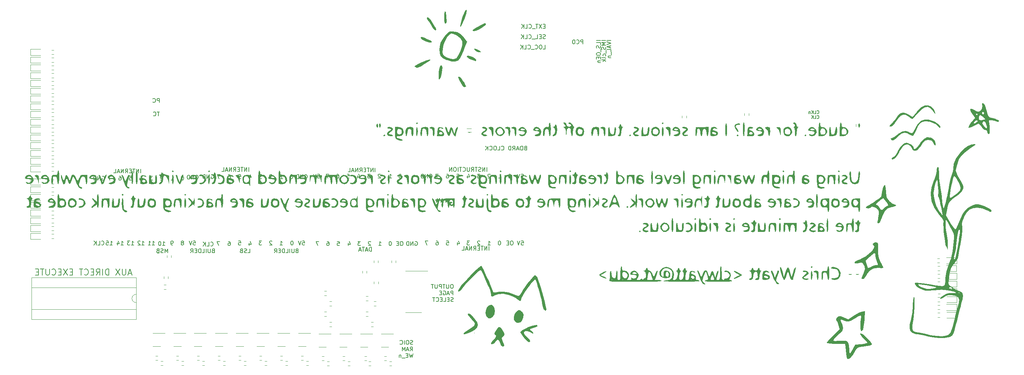
<source format=gbr>
%TF.GenerationSoftware,KiCad,Pcbnew,7.0.5*%
%TF.CreationDate,2024-08-20T05:02:14-04:00*%
%TF.ProjectId,processor_attempt_1,70726f63-6573-4736-9f72-5f617474656d,rev?*%
%TF.SameCoordinates,Original*%
%TF.FileFunction,Legend,Bot*%
%TF.FilePolarity,Positive*%
%FSLAX46Y46*%
G04 Gerber Fmt 4.6, Leading zero omitted, Abs format (unit mm)*
G04 Created by KiCad (PCBNEW 7.0.5) date 2024-08-20 05:02:14*
%MOMM*%
%LPD*%
G01*
G04 APERTURE LIST*
%ADD10C,0.150000*%
%ADD11C,0.300000*%
%ADD12C,0.120000*%
G04 APERTURE END LIST*
D10*
X137077220Y-81530819D02*
X137077220Y-80530819D01*
X136601030Y-81530819D02*
X136601030Y-80530819D01*
X136601030Y-80530819D02*
X136029602Y-81530819D01*
X136029602Y-81530819D02*
X136029602Y-80530819D01*
X135696268Y-80530819D02*
X135124840Y-80530819D01*
X135410554Y-81530819D02*
X135410554Y-80530819D01*
X134791506Y-81007009D02*
X134458173Y-81007009D01*
X134315316Y-81530819D02*
X134791506Y-81530819D01*
X134791506Y-81530819D02*
X134791506Y-80530819D01*
X134791506Y-80530819D02*
X134315316Y-80530819D01*
X133315316Y-81530819D02*
X133648649Y-81054628D01*
X133886744Y-81530819D02*
X133886744Y-80530819D01*
X133886744Y-80530819D02*
X133505792Y-80530819D01*
X133505792Y-80530819D02*
X133410554Y-80578438D01*
X133410554Y-80578438D02*
X133362935Y-80626057D01*
X133362935Y-80626057D02*
X133315316Y-80721295D01*
X133315316Y-80721295D02*
X133315316Y-80864152D01*
X133315316Y-80864152D02*
X133362935Y-80959390D01*
X133362935Y-80959390D02*
X133410554Y-81007009D01*
X133410554Y-81007009D02*
X133505792Y-81054628D01*
X133505792Y-81054628D02*
X133886744Y-81054628D01*
X132886744Y-81530819D02*
X132886744Y-80530819D01*
X132886744Y-80530819D02*
X132315316Y-81530819D01*
X132315316Y-81530819D02*
X132315316Y-80530819D01*
X131886744Y-81245104D02*
X131410554Y-81245104D01*
X131981982Y-81530819D02*
X131648649Y-80530819D01*
X131648649Y-80530819D02*
X131315316Y-81530819D01*
X130505792Y-81530819D02*
X130981982Y-81530819D01*
X130981982Y-81530819D02*
X130981982Y-80530819D01*
X118455839Y-104552200D02*
X118312982Y-104599819D01*
X118312982Y-104599819D02*
X118074887Y-104599819D01*
X118074887Y-104599819D02*
X117979649Y-104552200D01*
X117979649Y-104552200D02*
X117932030Y-104504580D01*
X117932030Y-104504580D02*
X117884411Y-104409342D01*
X117884411Y-104409342D02*
X117884411Y-104314104D01*
X117884411Y-104314104D02*
X117932030Y-104218866D01*
X117932030Y-104218866D02*
X117979649Y-104171247D01*
X117979649Y-104171247D02*
X118074887Y-104123628D01*
X118074887Y-104123628D02*
X118265363Y-104076009D01*
X118265363Y-104076009D02*
X118360601Y-104028390D01*
X118360601Y-104028390D02*
X118408220Y-103980771D01*
X118408220Y-103980771D02*
X118455839Y-103885533D01*
X118455839Y-103885533D02*
X118455839Y-103790295D01*
X118455839Y-103790295D02*
X118408220Y-103695057D01*
X118408220Y-103695057D02*
X118360601Y-103647438D01*
X118360601Y-103647438D02*
X118265363Y-103599819D01*
X118265363Y-103599819D02*
X118027268Y-103599819D01*
X118027268Y-103599819D02*
X117884411Y-103647438D01*
X117265363Y-103599819D02*
X117074887Y-103599819D01*
X117074887Y-103599819D02*
X116979649Y-103647438D01*
X116979649Y-103647438D02*
X116884411Y-103742676D01*
X116884411Y-103742676D02*
X116836792Y-103933152D01*
X116836792Y-103933152D02*
X116836792Y-104266485D01*
X116836792Y-104266485D02*
X116884411Y-104456961D01*
X116884411Y-104456961D02*
X116979649Y-104552200D01*
X116979649Y-104552200D02*
X117074887Y-104599819D01*
X117074887Y-104599819D02*
X117265363Y-104599819D01*
X117265363Y-104599819D02*
X117360601Y-104552200D01*
X117360601Y-104552200D02*
X117455839Y-104456961D01*
X117455839Y-104456961D02*
X117503458Y-104266485D01*
X117503458Y-104266485D02*
X117503458Y-103933152D01*
X117503458Y-103933152D02*
X117455839Y-103742676D01*
X117455839Y-103742676D02*
X117360601Y-103647438D01*
X117360601Y-103647438D02*
X117265363Y-103599819D01*
X116408220Y-104599819D02*
X116408220Y-103599819D01*
X115360602Y-104504580D02*
X115408221Y-104552200D01*
X115408221Y-104552200D02*
X115551078Y-104599819D01*
X115551078Y-104599819D02*
X115646316Y-104599819D01*
X115646316Y-104599819D02*
X115789173Y-104552200D01*
X115789173Y-104552200D02*
X115884411Y-104456961D01*
X115884411Y-104456961D02*
X115932030Y-104361723D01*
X115932030Y-104361723D02*
X115979649Y-104171247D01*
X115979649Y-104171247D02*
X115979649Y-104028390D01*
X115979649Y-104028390D02*
X115932030Y-103837914D01*
X115932030Y-103837914D02*
X115884411Y-103742676D01*
X115884411Y-103742676D02*
X115789173Y-103647438D01*
X115789173Y-103647438D02*
X115646316Y-103599819D01*
X115646316Y-103599819D02*
X115551078Y-103599819D01*
X115551078Y-103599819D02*
X115408221Y-103647438D01*
X115408221Y-103647438D02*
X115360602Y-103695057D01*
X117836792Y-106209819D02*
X118170125Y-105733628D01*
X118408220Y-106209819D02*
X118408220Y-105209819D01*
X118408220Y-105209819D02*
X118027268Y-105209819D01*
X118027268Y-105209819D02*
X117932030Y-105257438D01*
X117932030Y-105257438D02*
X117884411Y-105305057D01*
X117884411Y-105305057D02*
X117836792Y-105400295D01*
X117836792Y-105400295D02*
X117836792Y-105543152D01*
X117836792Y-105543152D02*
X117884411Y-105638390D01*
X117884411Y-105638390D02*
X117932030Y-105686009D01*
X117932030Y-105686009D02*
X118027268Y-105733628D01*
X118027268Y-105733628D02*
X118408220Y-105733628D01*
X117455839Y-105924104D02*
X116979649Y-105924104D01*
X117551077Y-106209819D02*
X117217744Y-105209819D01*
X117217744Y-105209819D02*
X116884411Y-106209819D01*
X116551077Y-106209819D02*
X116551077Y-105209819D01*
X116551077Y-105209819D02*
X116217744Y-105924104D01*
X116217744Y-105924104D02*
X115884411Y-105209819D01*
X115884411Y-105209819D02*
X115884411Y-106209819D01*
X118503458Y-106819819D02*
X118265363Y-107819819D01*
X118265363Y-107819819D02*
X118074887Y-107105533D01*
X118074887Y-107105533D02*
X117884411Y-107819819D01*
X117884411Y-107819819D02*
X117646316Y-106819819D01*
X117265363Y-107296009D02*
X116932030Y-107296009D01*
X116789173Y-107819819D02*
X117265363Y-107819819D01*
X117265363Y-107819819D02*
X117265363Y-106819819D01*
X117265363Y-106819819D02*
X116789173Y-106819819D01*
X116598697Y-107915057D02*
X115836792Y-107915057D01*
X115598696Y-107153152D02*
X115598696Y-107819819D01*
X115598696Y-107248390D02*
X115551077Y-107200771D01*
X115551077Y-107200771D02*
X115455839Y-107153152D01*
X115455839Y-107153152D02*
X115312982Y-107153152D01*
X115312982Y-107153152D02*
X115217744Y-107200771D01*
X115217744Y-107200771D02*
X115170125Y-107296009D01*
X115170125Y-107296009D02*
X115170125Y-107819819D01*
X217221581Y-48006124D02*
X217257295Y-48041839D01*
X217257295Y-48041839D02*
X217364438Y-48077553D01*
X217364438Y-48077553D02*
X217435866Y-48077553D01*
X217435866Y-48077553D02*
X217543009Y-48041839D01*
X217543009Y-48041839D02*
X217614438Y-47970410D01*
X217614438Y-47970410D02*
X217650152Y-47898981D01*
X217650152Y-47898981D02*
X217685866Y-47756124D01*
X217685866Y-47756124D02*
X217685866Y-47648981D01*
X217685866Y-47648981D02*
X217650152Y-47506124D01*
X217650152Y-47506124D02*
X217614438Y-47434696D01*
X217614438Y-47434696D02*
X217543009Y-47363267D01*
X217543009Y-47363267D02*
X217435866Y-47327553D01*
X217435866Y-47327553D02*
X217364438Y-47327553D01*
X217364438Y-47327553D02*
X217257295Y-47363267D01*
X217257295Y-47363267D02*
X217221581Y-47398981D01*
X216543009Y-48077553D02*
X216900152Y-48077553D01*
X216900152Y-48077553D02*
X216900152Y-47327553D01*
X216293009Y-48077553D02*
X216293009Y-47327553D01*
X215864438Y-48077553D02*
X216185866Y-47648981D01*
X215864438Y-47327553D02*
X216293009Y-47756124D01*
X215543009Y-47577553D02*
X215543009Y-48077553D01*
X215543009Y-47648981D02*
X215507295Y-47613267D01*
X215507295Y-47613267D02*
X215435866Y-47577553D01*
X215435866Y-47577553D02*
X215328723Y-47577553D01*
X215328723Y-47577553D02*
X215257295Y-47613267D01*
X215257295Y-47613267D02*
X215221581Y-47684696D01*
X215221581Y-47684696D02*
X215221581Y-48077553D01*
X217221581Y-49213624D02*
X217257295Y-49249339D01*
X217257295Y-49249339D02*
X217364438Y-49285053D01*
X217364438Y-49285053D02*
X217435866Y-49285053D01*
X217435866Y-49285053D02*
X217543009Y-49249339D01*
X217543009Y-49249339D02*
X217614438Y-49177910D01*
X217614438Y-49177910D02*
X217650152Y-49106481D01*
X217650152Y-49106481D02*
X217685866Y-48963624D01*
X217685866Y-48963624D02*
X217685866Y-48856481D01*
X217685866Y-48856481D02*
X217650152Y-48713624D01*
X217650152Y-48713624D02*
X217614438Y-48642196D01*
X217614438Y-48642196D02*
X217543009Y-48570767D01*
X217543009Y-48570767D02*
X217435866Y-48535053D01*
X217435866Y-48535053D02*
X217364438Y-48535053D01*
X217364438Y-48535053D02*
X217257295Y-48570767D01*
X217257295Y-48570767D02*
X217221581Y-48606481D01*
X216543009Y-49285053D02*
X216900152Y-49285053D01*
X216900152Y-49285053D02*
X216900152Y-48535053D01*
X216293009Y-49285053D02*
X216293009Y-48535053D01*
X215864438Y-49285053D02*
X216185866Y-48856481D01*
X215864438Y-48535053D02*
X216293009Y-48963624D01*
X146014887Y-56496009D02*
X145872030Y-56543628D01*
X145872030Y-56543628D02*
X145824411Y-56591247D01*
X145824411Y-56591247D02*
X145776792Y-56686485D01*
X145776792Y-56686485D02*
X145776792Y-56829342D01*
X145776792Y-56829342D02*
X145824411Y-56924580D01*
X145824411Y-56924580D02*
X145872030Y-56972200D01*
X145872030Y-56972200D02*
X145967268Y-57019819D01*
X145967268Y-57019819D02*
X146348220Y-57019819D01*
X146348220Y-57019819D02*
X146348220Y-56019819D01*
X146348220Y-56019819D02*
X146014887Y-56019819D01*
X146014887Y-56019819D02*
X145919649Y-56067438D01*
X145919649Y-56067438D02*
X145872030Y-56115057D01*
X145872030Y-56115057D02*
X145824411Y-56210295D01*
X145824411Y-56210295D02*
X145824411Y-56305533D01*
X145824411Y-56305533D02*
X145872030Y-56400771D01*
X145872030Y-56400771D02*
X145919649Y-56448390D01*
X145919649Y-56448390D02*
X146014887Y-56496009D01*
X146014887Y-56496009D02*
X146348220Y-56496009D01*
X145157744Y-56019819D02*
X144967268Y-56019819D01*
X144967268Y-56019819D02*
X144872030Y-56067438D01*
X144872030Y-56067438D02*
X144776792Y-56162676D01*
X144776792Y-56162676D02*
X144729173Y-56353152D01*
X144729173Y-56353152D02*
X144729173Y-56686485D01*
X144729173Y-56686485D02*
X144776792Y-56876961D01*
X144776792Y-56876961D02*
X144872030Y-56972200D01*
X144872030Y-56972200D02*
X144967268Y-57019819D01*
X144967268Y-57019819D02*
X145157744Y-57019819D01*
X145157744Y-57019819D02*
X145252982Y-56972200D01*
X145252982Y-56972200D02*
X145348220Y-56876961D01*
X145348220Y-56876961D02*
X145395839Y-56686485D01*
X145395839Y-56686485D02*
X145395839Y-56353152D01*
X145395839Y-56353152D02*
X145348220Y-56162676D01*
X145348220Y-56162676D02*
X145252982Y-56067438D01*
X145252982Y-56067438D02*
X145157744Y-56019819D01*
X144348220Y-56734104D02*
X143872030Y-56734104D01*
X144443458Y-57019819D02*
X144110125Y-56019819D01*
X144110125Y-56019819D02*
X143776792Y-57019819D01*
X142872030Y-57019819D02*
X143205363Y-56543628D01*
X143443458Y-57019819D02*
X143443458Y-56019819D01*
X143443458Y-56019819D02*
X143062506Y-56019819D01*
X143062506Y-56019819D02*
X142967268Y-56067438D01*
X142967268Y-56067438D02*
X142919649Y-56115057D01*
X142919649Y-56115057D02*
X142872030Y-56210295D01*
X142872030Y-56210295D02*
X142872030Y-56353152D01*
X142872030Y-56353152D02*
X142919649Y-56448390D01*
X142919649Y-56448390D02*
X142967268Y-56496009D01*
X142967268Y-56496009D02*
X143062506Y-56543628D01*
X143062506Y-56543628D02*
X143443458Y-56543628D01*
X142443458Y-57019819D02*
X142443458Y-56019819D01*
X142443458Y-56019819D02*
X142205363Y-56019819D01*
X142205363Y-56019819D02*
X142062506Y-56067438D01*
X142062506Y-56067438D02*
X141967268Y-56162676D01*
X141967268Y-56162676D02*
X141919649Y-56257914D01*
X141919649Y-56257914D02*
X141872030Y-56448390D01*
X141872030Y-56448390D02*
X141872030Y-56591247D01*
X141872030Y-56591247D02*
X141919649Y-56781723D01*
X141919649Y-56781723D02*
X141967268Y-56876961D01*
X141967268Y-56876961D02*
X142062506Y-56972200D01*
X142062506Y-56972200D02*
X142205363Y-57019819D01*
X142205363Y-57019819D02*
X142443458Y-57019819D01*
X140110125Y-56924580D02*
X140157744Y-56972200D01*
X140157744Y-56972200D02*
X140300601Y-57019819D01*
X140300601Y-57019819D02*
X140395839Y-57019819D01*
X140395839Y-57019819D02*
X140538696Y-56972200D01*
X140538696Y-56972200D02*
X140633934Y-56876961D01*
X140633934Y-56876961D02*
X140681553Y-56781723D01*
X140681553Y-56781723D02*
X140729172Y-56591247D01*
X140729172Y-56591247D02*
X140729172Y-56448390D01*
X140729172Y-56448390D02*
X140681553Y-56257914D01*
X140681553Y-56257914D02*
X140633934Y-56162676D01*
X140633934Y-56162676D02*
X140538696Y-56067438D01*
X140538696Y-56067438D02*
X140395839Y-56019819D01*
X140395839Y-56019819D02*
X140300601Y-56019819D01*
X140300601Y-56019819D02*
X140157744Y-56067438D01*
X140157744Y-56067438D02*
X140110125Y-56115057D01*
X139205363Y-57019819D02*
X139681553Y-57019819D01*
X139681553Y-57019819D02*
X139681553Y-56019819D01*
X138681553Y-56019819D02*
X138491077Y-56019819D01*
X138491077Y-56019819D02*
X138395839Y-56067438D01*
X138395839Y-56067438D02*
X138300601Y-56162676D01*
X138300601Y-56162676D02*
X138252982Y-56353152D01*
X138252982Y-56353152D02*
X138252982Y-56686485D01*
X138252982Y-56686485D02*
X138300601Y-56876961D01*
X138300601Y-56876961D02*
X138395839Y-56972200D01*
X138395839Y-56972200D02*
X138491077Y-57019819D01*
X138491077Y-57019819D02*
X138681553Y-57019819D01*
X138681553Y-57019819D02*
X138776791Y-56972200D01*
X138776791Y-56972200D02*
X138872029Y-56876961D01*
X138872029Y-56876961D02*
X138919648Y-56686485D01*
X138919648Y-56686485D02*
X138919648Y-56353152D01*
X138919648Y-56353152D02*
X138872029Y-56162676D01*
X138872029Y-56162676D02*
X138776791Y-56067438D01*
X138776791Y-56067438D02*
X138681553Y-56019819D01*
X137252982Y-56924580D02*
X137300601Y-56972200D01*
X137300601Y-56972200D02*
X137443458Y-57019819D01*
X137443458Y-57019819D02*
X137538696Y-57019819D01*
X137538696Y-57019819D02*
X137681553Y-56972200D01*
X137681553Y-56972200D02*
X137776791Y-56876961D01*
X137776791Y-56876961D02*
X137824410Y-56781723D01*
X137824410Y-56781723D02*
X137872029Y-56591247D01*
X137872029Y-56591247D02*
X137872029Y-56448390D01*
X137872029Y-56448390D02*
X137824410Y-56257914D01*
X137824410Y-56257914D02*
X137776791Y-56162676D01*
X137776791Y-56162676D02*
X137681553Y-56067438D01*
X137681553Y-56067438D02*
X137538696Y-56019819D01*
X137538696Y-56019819D02*
X137443458Y-56019819D01*
X137443458Y-56019819D02*
X137300601Y-56067438D01*
X137300601Y-56067438D02*
X137252982Y-56115057D01*
X136824410Y-57019819D02*
X136824410Y-56019819D01*
X136252982Y-57019819D02*
X136681553Y-56448390D01*
X136252982Y-56019819D02*
X136824410Y-56591247D01*
X150840839Y-29667200D02*
X150697982Y-29714819D01*
X150697982Y-29714819D02*
X150459887Y-29714819D01*
X150459887Y-29714819D02*
X150364649Y-29667200D01*
X150364649Y-29667200D02*
X150317030Y-29619580D01*
X150317030Y-29619580D02*
X150269411Y-29524342D01*
X150269411Y-29524342D02*
X150269411Y-29429104D01*
X150269411Y-29429104D02*
X150317030Y-29333866D01*
X150317030Y-29333866D02*
X150364649Y-29286247D01*
X150364649Y-29286247D02*
X150459887Y-29238628D01*
X150459887Y-29238628D02*
X150650363Y-29191009D01*
X150650363Y-29191009D02*
X150745601Y-29143390D01*
X150745601Y-29143390D02*
X150793220Y-29095771D01*
X150793220Y-29095771D02*
X150840839Y-29000533D01*
X150840839Y-29000533D02*
X150840839Y-28905295D01*
X150840839Y-28905295D02*
X150793220Y-28810057D01*
X150793220Y-28810057D02*
X150745601Y-28762438D01*
X150745601Y-28762438D02*
X150650363Y-28714819D01*
X150650363Y-28714819D02*
X150412268Y-28714819D01*
X150412268Y-28714819D02*
X150269411Y-28762438D01*
X149840839Y-29191009D02*
X149507506Y-29191009D01*
X149364649Y-29714819D02*
X149840839Y-29714819D01*
X149840839Y-29714819D02*
X149840839Y-28714819D01*
X149840839Y-28714819D02*
X149364649Y-28714819D01*
X148459887Y-29714819D02*
X148936077Y-29714819D01*
X148936077Y-29714819D02*
X148936077Y-28714819D01*
X148364649Y-29810057D02*
X147602744Y-29810057D01*
X146793220Y-29619580D02*
X146840839Y-29667200D01*
X146840839Y-29667200D02*
X146983696Y-29714819D01*
X146983696Y-29714819D02*
X147078934Y-29714819D01*
X147078934Y-29714819D02*
X147221791Y-29667200D01*
X147221791Y-29667200D02*
X147317029Y-29571961D01*
X147317029Y-29571961D02*
X147364648Y-29476723D01*
X147364648Y-29476723D02*
X147412267Y-29286247D01*
X147412267Y-29286247D02*
X147412267Y-29143390D01*
X147412267Y-29143390D02*
X147364648Y-28952914D01*
X147364648Y-28952914D02*
X147317029Y-28857676D01*
X147317029Y-28857676D02*
X147221791Y-28762438D01*
X147221791Y-28762438D02*
X147078934Y-28714819D01*
X147078934Y-28714819D02*
X146983696Y-28714819D01*
X146983696Y-28714819D02*
X146840839Y-28762438D01*
X146840839Y-28762438D02*
X146793220Y-28810057D01*
X145888458Y-29714819D02*
X146364648Y-29714819D01*
X146364648Y-29714819D02*
X146364648Y-28714819D01*
X145555124Y-29714819D02*
X145555124Y-28714819D01*
X144983696Y-29714819D02*
X145412267Y-29143390D01*
X144983696Y-28714819D02*
X145555124Y-29286247D01*
X150317030Y-32254819D02*
X150793220Y-32254819D01*
X150793220Y-32254819D02*
X150793220Y-31254819D01*
X149793220Y-31254819D02*
X149602744Y-31254819D01*
X149602744Y-31254819D02*
X149507506Y-31302438D01*
X149507506Y-31302438D02*
X149412268Y-31397676D01*
X149412268Y-31397676D02*
X149364649Y-31588152D01*
X149364649Y-31588152D02*
X149364649Y-31921485D01*
X149364649Y-31921485D02*
X149412268Y-32111961D01*
X149412268Y-32111961D02*
X149507506Y-32207200D01*
X149507506Y-32207200D02*
X149602744Y-32254819D01*
X149602744Y-32254819D02*
X149793220Y-32254819D01*
X149793220Y-32254819D02*
X149888458Y-32207200D01*
X149888458Y-32207200D02*
X149983696Y-32111961D01*
X149983696Y-32111961D02*
X150031315Y-31921485D01*
X150031315Y-31921485D02*
X150031315Y-31588152D01*
X150031315Y-31588152D02*
X149983696Y-31397676D01*
X149983696Y-31397676D02*
X149888458Y-31302438D01*
X149888458Y-31302438D02*
X149793220Y-31254819D01*
X148364649Y-32159580D02*
X148412268Y-32207200D01*
X148412268Y-32207200D02*
X148555125Y-32254819D01*
X148555125Y-32254819D02*
X148650363Y-32254819D01*
X148650363Y-32254819D02*
X148793220Y-32207200D01*
X148793220Y-32207200D02*
X148888458Y-32111961D01*
X148888458Y-32111961D02*
X148936077Y-32016723D01*
X148936077Y-32016723D02*
X148983696Y-31826247D01*
X148983696Y-31826247D02*
X148983696Y-31683390D01*
X148983696Y-31683390D02*
X148936077Y-31492914D01*
X148936077Y-31492914D02*
X148888458Y-31397676D01*
X148888458Y-31397676D02*
X148793220Y-31302438D01*
X148793220Y-31302438D02*
X148650363Y-31254819D01*
X148650363Y-31254819D02*
X148555125Y-31254819D01*
X148555125Y-31254819D02*
X148412268Y-31302438D01*
X148412268Y-31302438D02*
X148364649Y-31350057D01*
X148174173Y-32350057D02*
X147412268Y-32350057D01*
X146602744Y-32159580D02*
X146650363Y-32207200D01*
X146650363Y-32207200D02*
X146793220Y-32254819D01*
X146793220Y-32254819D02*
X146888458Y-32254819D01*
X146888458Y-32254819D02*
X147031315Y-32207200D01*
X147031315Y-32207200D02*
X147126553Y-32111961D01*
X147126553Y-32111961D02*
X147174172Y-32016723D01*
X147174172Y-32016723D02*
X147221791Y-31826247D01*
X147221791Y-31826247D02*
X147221791Y-31683390D01*
X147221791Y-31683390D02*
X147174172Y-31492914D01*
X147174172Y-31492914D02*
X147126553Y-31397676D01*
X147126553Y-31397676D02*
X147031315Y-31302438D01*
X147031315Y-31302438D02*
X146888458Y-31254819D01*
X146888458Y-31254819D02*
X146793220Y-31254819D01*
X146793220Y-31254819D02*
X146650363Y-31302438D01*
X146650363Y-31302438D02*
X146602744Y-31350057D01*
X145697982Y-32254819D02*
X146174172Y-32254819D01*
X146174172Y-32254819D02*
X146174172Y-31254819D01*
X145364648Y-32254819D02*
X145364648Y-31254819D01*
X144793220Y-32254819D02*
X145221791Y-31683390D01*
X144793220Y-31254819D02*
X145364648Y-31826247D01*
X150793220Y-26651009D02*
X150459887Y-26651009D01*
X150317030Y-27174819D02*
X150793220Y-27174819D01*
X150793220Y-27174819D02*
X150793220Y-26174819D01*
X150793220Y-26174819D02*
X150317030Y-26174819D01*
X149983696Y-26174819D02*
X149317030Y-27174819D01*
X149317030Y-26174819D02*
X149983696Y-27174819D01*
X149078934Y-26174819D02*
X148507506Y-26174819D01*
X148793220Y-27174819D02*
X148793220Y-26174819D01*
X148412268Y-27270057D02*
X147650363Y-27270057D01*
X146840839Y-27079580D02*
X146888458Y-27127200D01*
X146888458Y-27127200D02*
X147031315Y-27174819D01*
X147031315Y-27174819D02*
X147126553Y-27174819D01*
X147126553Y-27174819D02*
X147269410Y-27127200D01*
X147269410Y-27127200D02*
X147364648Y-27031961D01*
X147364648Y-27031961D02*
X147412267Y-26936723D01*
X147412267Y-26936723D02*
X147459886Y-26746247D01*
X147459886Y-26746247D02*
X147459886Y-26603390D01*
X147459886Y-26603390D02*
X147412267Y-26412914D01*
X147412267Y-26412914D02*
X147364648Y-26317676D01*
X147364648Y-26317676D02*
X147269410Y-26222438D01*
X147269410Y-26222438D02*
X147126553Y-26174819D01*
X147126553Y-26174819D02*
X147031315Y-26174819D01*
X147031315Y-26174819D02*
X146888458Y-26222438D01*
X146888458Y-26222438D02*
X146840839Y-26270057D01*
X145936077Y-27174819D02*
X146412267Y-27174819D01*
X146412267Y-27174819D02*
X146412267Y-26174819D01*
X145602743Y-27174819D02*
X145602743Y-26174819D01*
X145031315Y-27174819D02*
X145459886Y-26603390D01*
X145031315Y-26174819D02*
X145602743Y-26746247D01*
X166874819Y-30181779D02*
X165874819Y-30181779D01*
X165874819Y-30515112D02*
X166874819Y-30848445D01*
X166874819Y-30848445D02*
X165874819Y-31181778D01*
X166589104Y-31467493D02*
X166589104Y-31943683D01*
X166874819Y-31372255D02*
X165874819Y-31705588D01*
X165874819Y-31705588D02*
X166874819Y-32038921D01*
X166874819Y-32848445D02*
X166874819Y-32372255D01*
X166874819Y-32372255D02*
X165874819Y-32372255D01*
X166970057Y-32943684D02*
X166970057Y-33705588D01*
X166208152Y-33943684D02*
X166874819Y-33943684D01*
X166303390Y-33943684D02*
X166255771Y-33991303D01*
X166255771Y-33991303D02*
X166208152Y-34086541D01*
X166208152Y-34086541D02*
X166208152Y-34229398D01*
X166208152Y-34229398D02*
X166255771Y-34324636D01*
X166255771Y-34324636D02*
X166351009Y-34372255D01*
X166351009Y-34372255D02*
X166874819Y-34372255D01*
X160038820Y-30984819D02*
X160038820Y-29984819D01*
X160038820Y-29984819D02*
X159657868Y-29984819D01*
X159657868Y-29984819D02*
X159562630Y-30032438D01*
X159562630Y-30032438D02*
X159515011Y-30080057D01*
X159515011Y-30080057D02*
X159467392Y-30175295D01*
X159467392Y-30175295D02*
X159467392Y-30318152D01*
X159467392Y-30318152D02*
X159515011Y-30413390D01*
X159515011Y-30413390D02*
X159562630Y-30461009D01*
X159562630Y-30461009D02*
X159657868Y-30508628D01*
X159657868Y-30508628D02*
X160038820Y-30508628D01*
X158467392Y-30889580D02*
X158515011Y-30937200D01*
X158515011Y-30937200D02*
X158657868Y-30984819D01*
X158657868Y-30984819D02*
X158753106Y-30984819D01*
X158753106Y-30984819D02*
X158895963Y-30937200D01*
X158895963Y-30937200D02*
X158991201Y-30841961D01*
X158991201Y-30841961D02*
X159038820Y-30746723D01*
X159038820Y-30746723D02*
X159086439Y-30556247D01*
X159086439Y-30556247D02*
X159086439Y-30413390D01*
X159086439Y-30413390D02*
X159038820Y-30222914D01*
X159038820Y-30222914D02*
X158991201Y-30127676D01*
X158991201Y-30127676D02*
X158895963Y-30032438D01*
X158895963Y-30032438D02*
X158753106Y-29984819D01*
X158753106Y-29984819D02*
X158657868Y-29984819D01*
X158657868Y-29984819D02*
X158515011Y-30032438D01*
X158515011Y-30032438D02*
X158467392Y-30080057D01*
X157848344Y-29984819D02*
X157753106Y-29984819D01*
X157753106Y-29984819D02*
X157657868Y-30032438D01*
X157657868Y-30032438D02*
X157610249Y-30080057D01*
X157610249Y-30080057D02*
X157562630Y-30175295D01*
X157562630Y-30175295D02*
X157515011Y-30365771D01*
X157515011Y-30365771D02*
X157515011Y-30603866D01*
X157515011Y-30603866D02*
X157562630Y-30794342D01*
X157562630Y-30794342D02*
X157610249Y-30889580D01*
X157610249Y-30889580D02*
X157657868Y-30937200D01*
X157657868Y-30937200D02*
X157753106Y-30984819D01*
X157753106Y-30984819D02*
X157848344Y-30984819D01*
X157848344Y-30984819D02*
X157943582Y-30937200D01*
X157943582Y-30937200D02*
X157991201Y-30889580D01*
X157991201Y-30889580D02*
X158038820Y-30794342D01*
X158038820Y-30794342D02*
X158086439Y-30603866D01*
X158086439Y-30603866D02*
X158086439Y-30365771D01*
X158086439Y-30365771D02*
X158038820Y-30175295D01*
X158038820Y-30175295D02*
X157991201Y-30080057D01*
X157991201Y-30080057D02*
X157943582Y-30032438D01*
X157943582Y-30032438D02*
X157848344Y-29984819D01*
X164334819Y-30181779D02*
X163334819Y-30181779D01*
X164334819Y-31134159D02*
X164334819Y-30657969D01*
X164334819Y-30657969D02*
X163334819Y-30657969D01*
X164287200Y-31419874D02*
X164334819Y-31562731D01*
X164334819Y-31562731D02*
X164334819Y-31800826D01*
X164334819Y-31800826D02*
X164287200Y-31896064D01*
X164287200Y-31896064D02*
X164239580Y-31943683D01*
X164239580Y-31943683D02*
X164144342Y-31991302D01*
X164144342Y-31991302D02*
X164049104Y-31991302D01*
X164049104Y-31991302D02*
X163953866Y-31943683D01*
X163953866Y-31943683D02*
X163906247Y-31896064D01*
X163906247Y-31896064D02*
X163858628Y-31800826D01*
X163858628Y-31800826D02*
X163811009Y-31610350D01*
X163811009Y-31610350D02*
X163763390Y-31515112D01*
X163763390Y-31515112D02*
X163715771Y-31467493D01*
X163715771Y-31467493D02*
X163620533Y-31419874D01*
X163620533Y-31419874D02*
X163525295Y-31419874D01*
X163525295Y-31419874D02*
X163430057Y-31467493D01*
X163430057Y-31467493D02*
X163382438Y-31515112D01*
X163382438Y-31515112D02*
X163334819Y-31610350D01*
X163334819Y-31610350D02*
X163334819Y-31848445D01*
X163334819Y-31848445D02*
X163382438Y-31991302D01*
X164430057Y-32181779D02*
X164430057Y-32943683D01*
X163334819Y-33372255D02*
X163334819Y-33562731D01*
X163334819Y-33562731D02*
X163382438Y-33657969D01*
X163382438Y-33657969D02*
X163477676Y-33753207D01*
X163477676Y-33753207D02*
X163668152Y-33800826D01*
X163668152Y-33800826D02*
X164001485Y-33800826D01*
X164001485Y-33800826D02*
X164191961Y-33753207D01*
X164191961Y-33753207D02*
X164287200Y-33657969D01*
X164287200Y-33657969D02*
X164334819Y-33562731D01*
X164334819Y-33562731D02*
X164334819Y-33372255D01*
X164334819Y-33372255D02*
X164287200Y-33277017D01*
X164287200Y-33277017D02*
X164191961Y-33181779D01*
X164191961Y-33181779D02*
X164001485Y-33134160D01*
X164001485Y-33134160D02*
X163668152Y-33134160D01*
X163668152Y-33134160D02*
X163477676Y-33181779D01*
X163477676Y-33181779D02*
X163382438Y-33277017D01*
X163382438Y-33277017D02*
X163334819Y-33372255D01*
X163811009Y-34229398D02*
X163811009Y-34562731D01*
X164334819Y-34705588D02*
X164334819Y-34229398D01*
X164334819Y-34229398D02*
X163334819Y-34229398D01*
X163334819Y-34229398D02*
X163334819Y-34705588D01*
X163668152Y-35134160D02*
X164334819Y-35134160D01*
X163763390Y-35134160D02*
X163715771Y-35181779D01*
X163715771Y-35181779D02*
X163668152Y-35277017D01*
X163668152Y-35277017D02*
X163668152Y-35419874D01*
X163668152Y-35419874D02*
X163715771Y-35515112D01*
X163715771Y-35515112D02*
X163811009Y-35562731D01*
X163811009Y-35562731D02*
X164334819Y-35562731D01*
X165604819Y-30181779D02*
X164604819Y-30181779D01*
X165604819Y-30657969D02*
X164604819Y-30657969D01*
X164604819Y-30657969D02*
X165319104Y-30991302D01*
X165319104Y-30991302D02*
X164604819Y-31324635D01*
X164604819Y-31324635D02*
X165604819Y-31324635D01*
X165557200Y-31753207D02*
X165604819Y-31896064D01*
X165604819Y-31896064D02*
X165604819Y-32134159D01*
X165604819Y-32134159D02*
X165557200Y-32229397D01*
X165557200Y-32229397D02*
X165509580Y-32277016D01*
X165509580Y-32277016D02*
X165414342Y-32324635D01*
X165414342Y-32324635D02*
X165319104Y-32324635D01*
X165319104Y-32324635D02*
X165223866Y-32277016D01*
X165223866Y-32277016D02*
X165176247Y-32229397D01*
X165176247Y-32229397D02*
X165128628Y-32134159D01*
X165128628Y-32134159D02*
X165081009Y-31943683D01*
X165081009Y-31943683D02*
X165033390Y-31848445D01*
X165033390Y-31848445D02*
X164985771Y-31800826D01*
X164985771Y-31800826D02*
X164890533Y-31753207D01*
X164890533Y-31753207D02*
X164795295Y-31753207D01*
X164795295Y-31753207D02*
X164700057Y-31800826D01*
X164700057Y-31800826D02*
X164652438Y-31848445D01*
X164652438Y-31848445D02*
X164604819Y-31943683D01*
X164604819Y-31943683D02*
X164604819Y-32181778D01*
X164604819Y-32181778D02*
X164652438Y-32324635D01*
X165700057Y-32515112D02*
X165700057Y-33277016D01*
X165557200Y-33943683D02*
X165604819Y-33848445D01*
X165604819Y-33848445D02*
X165604819Y-33657969D01*
X165604819Y-33657969D02*
X165557200Y-33562731D01*
X165557200Y-33562731D02*
X165509580Y-33515112D01*
X165509580Y-33515112D02*
X165414342Y-33467493D01*
X165414342Y-33467493D02*
X165128628Y-33467493D01*
X165128628Y-33467493D02*
X165033390Y-33515112D01*
X165033390Y-33515112D02*
X164985771Y-33562731D01*
X164985771Y-33562731D02*
X164938152Y-33657969D01*
X164938152Y-33657969D02*
X164938152Y-33848445D01*
X164938152Y-33848445D02*
X164985771Y-33943683D01*
X165604819Y-34515112D02*
X165557200Y-34419874D01*
X165557200Y-34419874D02*
X165461961Y-34372255D01*
X165461961Y-34372255D02*
X164604819Y-34372255D01*
X165604819Y-34896065D02*
X164604819Y-34896065D01*
X165223866Y-34991303D02*
X165604819Y-35277017D01*
X164938152Y-35277017D02*
X165319104Y-34896065D01*
X56575077Y-47637819D02*
X56003649Y-47637819D01*
X56289363Y-48637819D02*
X56289363Y-47637819D01*
X55098887Y-48542580D02*
X55146506Y-48590200D01*
X55146506Y-48590200D02*
X55289363Y-48637819D01*
X55289363Y-48637819D02*
X55384601Y-48637819D01*
X55384601Y-48637819D02*
X55527458Y-48590200D01*
X55527458Y-48590200D02*
X55622696Y-48494961D01*
X55622696Y-48494961D02*
X55670315Y-48399723D01*
X55670315Y-48399723D02*
X55717934Y-48209247D01*
X55717934Y-48209247D02*
X55717934Y-48066390D01*
X55717934Y-48066390D02*
X55670315Y-47875914D01*
X55670315Y-47875914D02*
X55622696Y-47780676D01*
X55622696Y-47780676D02*
X55527458Y-47685438D01*
X55527458Y-47685438D02*
X55384601Y-47637819D01*
X55384601Y-47637819D02*
X55289363Y-47637819D01*
X55289363Y-47637819D02*
X55146506Y-47685438D01*
X55146506Y-47685438D02*
X55098887Y-47733057D01*
X56559220Y-45335819D02*
X56559220Y-44335819D01*
X56559220Y-44335819D02*
X56178268Y-44335819D01*
X56178268Y-44335819D02*
X56083030Y-44383438D01*
X56083030Y-44383438D02*
X56035411Y-44431057D01*
X56035411Y-44431057D02*
X55987792Y-44526295D01*
X55987792Y-44526295D02*
X55987792Y-44669152D01*
X55987792Y-44669152D02*
X56035411Y-44764390D01*
X56035411Y-44764390D02*
X56083030Y-44812009D01*
X56083030Y-44812009D02*
X56178268Y-44859628D01*
X56178268Y-44859628D02*
X56559220Y-44859628D01*
X54987792Y-45240580D02*
X55035411Y-45288200D01*
X55035411Y-45288200D02*
X55178268Y-45335819D01*
X55178268Y-45335819D02*
X55273506Y-45335819D01*
X55273506Y-45335819D02*
X55416363Y-45288200D01*
X55416363Y-45288200D02*
X55511601Y-45192961D01*
X55511601Y-45192961D02*
X55559220Y-45097723D01*
X55559220Y-45097723D02*
X55606839Y-44907247D01*
X55606839Y-44907247D02*
X55606839Y-44764390D01*
X55606839Y-44764390D02*
X55559220Y-44573914D01*
X55559220Y-44573914D02*
X55511601Y-44478676D01*
X55511601Y-44478676D02*
X55416363Y-44383438D01*
X55416363Y-44383438D02*
X55273506Y-44335819D01*
X55273506Y-44335819D02*
X55178268Y-44335819D01*
X55178268Y-44335819D02*
X55035411Y-44383438D01*
X55035411Y-44383438D02*
X54987792Y-44431057D01*
X128123744Y-89883819D02*
X127933268Y-89883819D01*
X127933268Y-89883819D02*
X127838030Y-89931438D01*
X127838030Y-89931438D02*
X127742792Y-90026676D01*
X127742792Y-90026676D02*
X127695173Y-90217152D01*
X127695173Y-90217152D02*
X127695173Y-90550485D01*
X127695173Y-90550485D02*
X127742792Y-90740961D01*
X127742792Y-90740961D02*
X127838030Y-90836200D01*
X127838030Y-90836200D02*
X127933268Y-90883819D01*
X127933268Y-90883819D02*
X128123744Y-90883819D01*
X128123744Y-90883819D02*
X128218982Y-90836200D01*
X128218982Y-90836200D02*
X128314220Y-90740961D01*
X128314220Y-90740961D02*
X128361839Y-90550485D01*
X128361839Y-90550485D02*
X128361839Y-90217152D01*
X128361839Y-90217152D02*
X128314220Y-90026676D01*
X128314220Y-90026676D02*
X128218982Y-89931438D01*
X128218982Y-89931438D02*
X128123744Y-89883819D01*
X127266601Y-89883819D02*
X127266601Y-90693342D01*
X127266601Y-90693342D02*
X127218982Y-90788580D01*
X127218982Y-90788580D02*
X127171363Y-90836200D01*
X127171363Y-90836200D02*
X127076125Y-90883819D01*
X127076125Y-90883819D02*
X126885649Y-90883819D01*
X126885649Y-90883819D02*
X126790411Y-90836200D01*
X126790411Y-90836200D02*
X126742792Y-90788580D01*
X126742792Y-90788580D02*
X126695173Y-90693342D01*
X126695173Y-90693342D02*
X126695173Y-89883819D01*
X126361839Y-89883819D02*
X125790411Y-89883819D01*
X126076125Y-90883819D02*
X126076125Y-89883819D01*
X125457077Y-90883819D02*
X125457077Y-89883819D01*
X125457077Y-89883819D02*
X125076125Y-89883819D01*
X125076125Y-89883819D02*
X124980887Y-89931438D01*
X124980887Y-89931438D02*
X124933268Y-89979057D01*
X124933268Y-89979057D02*
X124885649Y-90074295D01*
X124885649Y-90074295D02*
X124885649Y-90217152D01*
X124885649Y-90217152D02*
X124933268Y-90312390D01*
X124933268Y-90312390D02*
X124980887Y-90360009D01*
X124980887Y-90360009D02*
X125076125Y-90407628D01*
X125076125Y-90407628D02*
X125457077Y-90407628D01*
X124457077Y-89883819D02*
X124457077Y-90693342D01*
X124457077Y-90693342D02*
X124409458Y-90788580D01*
X124409458Y-90788580D02*
X124361839Y-90836200D01*
X124361839Y-90836200D02*
X124266601Y-90883819D01*
X124266601Y-90883819D02*
X124076125Y-90883819D01*
X124076125Y-90883819D02*
X123980887Y-90836200D01*
X123980887Y-90836200D02*
X123933268Y-90788580D01*
X123933268Y-90788580D02*
X123885649Y-90693342D01*
X123885649Y-90693342D02*
X123885649Y-89883819D01*
X123552315Y-89883819D02*
X122980887Y-89883819D01*
X123266601Y-90883819D02*
X123266601Y-89883819D01*
X128314220Y-92493819D02*
X128314220Y-91493819D01*
X128314220Y-91493819D02*
X127933268Y-91493819D01*
X127933268Y-91493819D02*
X127838030Y-91541438D01*
X127838030Y-91541438D02*
X127790411Y-91589057D01*
X127790411Y-91589057D02*
X127742792Y-91684295D01*
X127742792Y-91684295D02*
X127742792Y-91827152D01*
X127742792Y-91827152D02*
X127790411Y-91922390D01*
X127790411Y-91922390D02*
X127838030Y-91970009D01*
X127838030Y-91970009D02*
X127933268Y-92017628D01*
X127933268Y-92017628D02*
X128314220Y-92017628D01*
X127361839Y-92208104D02*
X126885649Y-92208104D01*
X127457077Y-92493819D02*
X127123744Y-91493819D01*
X127123744Y-91493819D02*
X126790411Y-92493819D01*
X125933268Y-91541438D02*
X126028506Y-91493819D01*
X126028506Y-91493819D02*
X126171363Y-91493819D01*
X126171363Y-91493819D02*
X126314220Y-91541438D01*
X126314220Y-91541438D02*
X126409458Y-91636676D01*
X126409458Y-91636676D02*
X126457077Y-91731914D01*
X126457077Y-91731914D02*
X126504696Y-91922390D01*
X126504696Y-91922390D02*
X126504696Y-92065247D01*
X126504696Y-92065247D02*
X126457077Y-92255723D01*
X126457077Y-92255723D02*
X126409458Y-92350961D01*
X126409458Y-92350961D02*
X126314220Y-92446200D01*
X126314220Y-92446200D02*
X126171363Y-92493819D01*
X126171363Y-92493819D02*
X126076125Y-92493819D01*
X126076125Y-92493819D02*
X125933268Y-92446200D01*
X125933268Y-92446200D02*
X125885649Y-92398580D01*
X125885649Y-92398580D02*
X125885649Y-92065247D01*
X125885649Y-92065247D02*
X126076125Y-92065247D01*
X125457077Y-91970009D02*
X125123744Y-91970009D01*
X124980887Y-92493819D02*
X125457077Y-92493819D01*
X125457077Y-92493819D02*
X125457077Y-91493819D01*
X125457077Y-91493819D02*
X124980887Y-91493819D01*
X128361839Y-94056200D02*
X128218982Y-94103819D01*
X128218982Y-94103819D02*
X127980887Y-94103819D01*
X127980887Y-94103819D02*
X127885649Y-94056200D01*
X127885649Y-94056200D02*
X127838030Y-94008580D01*
X127838030Y-94008580D02*
X127790411Y-93913342D01*
X127790411Y-93913342D02*
X127790411Y-93818104D01*
X127790411Y-93818104D02*
X127838030Y-93722866D01*
X127838030Y-93722866D02*
X127885649Y-93675247D01*
X127885649Y-93675247D02*
X127980887Y-93627628D01*
X127980887Y-93627628D02*
X128171363Y-93580009D01*
X128171363Y-93580009D02*
X128266601Y-93532390D01*
X128266601Y-93532390D02*
X128314220Y-93484771D01*
X128314220Y-93484771D02*
X128361839Y-93389533D01*
X128361839Y-93389533D02*
X128361839Y-93294295D01*
X128361839Y-93294295D02*
X128314220Y-93199057D01*
X128314220Y-93199057D02*
X128266601Y-93151438D01*
X128266601Y-93151438D02*
X128171363Y-93103819D01*
X128171363Y-93103819D02*
X127933268Y-93103819D01*
X127933268Y-93103819D02*
X127790411Y-93151438D01*
X127361839Y-93580009D02*
X127028506Y-93580009D01*
X126885649Y-94103819D02*
X127361839Y-94103819D01*
X127361839Y-94103819D02*
X127361839Y-93103819D01*
X127361839Y-93103819D02*
X126885649Y-93103819D01*
X125980887Y-94103819D02*
X126457077Y-94103819D01*
X126457077Y-94103819D02*
X126457077Y-93103819D01*
X125647553Y-93580009D02*
X125314220Y-93580009D01*
X125171363Y-94103819D02*
X125647553Y-94103819D01*
X125647553Y-94103819D02*
X125647553Y-93103819D01*
X125647553Y-93103819D02*
X125171363Y-93103819D01*
X124171363Y-94008580D02*
X124218982Y-94056200D01*
X124218982Y-94056200D02*
X124361839Y-94103819D01*
X124361839Y-94103819D02*
X124457077Y-94103819D01*
X124457077Y-94103819D02*
X124599934Y-94056200D01*
X124599934Y-94056200D02*
X124695172Y-93960961D01*
X124695172Y-93960961D02*
X124742791Y-93865723D01*
X124742791Y-93865723D02*
X124790410Y-93675247D01*
X124790410Y-93675247D02*
X124790410Y-93532390D01*
X124790410Y-93532390D02*
X124742791Y-93341914D01*
X124742791Y-93341914D02*
X124695172Y-93246676D01*
X124695172Y-93246676D02*
X124599934Y-93151438D01*
X124599934Y-93151438D02*
X124457077Y-93103819D01*
X124457077Y-93103819D02*
X124361839Y-93103819D01*
X124361839Y-93103819D02*
X124218982Y-93151438D01*
X124218982Y-93151438D02*
X124171363Y-93199057D01*
X123885648Y-93103819D02*
X123314220Y-93103819D01*
X123599934Y-94103819D02*
X123599934Y-93103819D01*
X49691572Y-87191919D02*
X48977287Y-87191919D01*
X49834429Y-87620490D02*
X49334429Y-86120490D01*
X49334429Y-86120490D02*
X48834429Y-87620490D01*
X48334430Y-86120490D02*
X48334430Y-87334776D01*
X48334430Y-87334776D02*
X48263001Y-87477633D01*
X48263001Y-87477633D02*
X48191573Y-87549062D01*
X48191573Y-87549062D02*
X48048715Y-87620490D01*
X48048715Y-87620490D02*
X47763001Y-87620490D01*
X47763001Y-87620490D02*
X47620144Y-87549062D01*
X47620144Y-87549062D02*
X47548715Y-87477633D01*
X47548715Y-87477633D02*
X47477287Y-87334776D01*
X47477287Y-87334776D02*
X47477287Y-86120490D01*
X46905858Y-86120490D02*
X45905858Y-87620490D01*
X45905858Y-86120490D02*
X46905858Y-87620490D01*
X44191573Y-87620490D02*
X44191573Y-86120490D01*
X44191573Y-86120490D02*
X43834430Y-86120490D01*
X43834430Y-86120490D02*
X43620144Y-86191919D01*
X43620144Y-86191919D02*
X43477287Y-86334776D01*
X43477287Y-86334776D02*
X43405858Y-86477633D01*
X43405858Y-86477633D02*
X43334430Y-86763347D01*
X43334430Y-86763347D02*
X43334430Y-86977633D01*
X43334430Y-86977633D02*
X43405858Y-87263347D01*
X43405858Y-87263347D02*
X43477287Y-87406204D01*
X43477287Y-87406204D02*
X43620144Y-87549062D01*
X43620144Y-87549062D02*
X43834430Y-87620490D01*
X43834430Y-87620490D02*
X44191573Y-87620490D01*
X42691573Y-87620490D02*
X42691573Y-86120490D01*
X41120144Y-87620490D02*
X41620144Y-86906204D01*
X41977287Y-87620490D02*
X41977287Y-86120490D01*
X41977287Y-86120490D02*
X41405858Y-86120490D01*
X41405858Y-86120490D02*
X41263001Y-86191919D01*
X41263001Y-86191919D02*
X41191572Y-86263347D01*
X41191572Y-86263347D02*
X41120144Y-86406204D01*
X41120144Y-86406204D02*
X41120144Y-86620490D01*
X41120144Y-86620490D02*
X41191572Y-86763347D01*
X41191572Y-86763347D02*
X41263001Y-86834776D01*
X41263001Y-86834776D02*
X41405858Y-86906204D01*
X41405858Y-86906204D02*
X41977287Y-86906204D01*
X40477287Y-86834776D02*
X39977287Y-86834776D01*
X39763001Y-87620490D02*
X40477287Y-87620490D01*
X40477287Y-87620490D02*
X40477287Y-86120490D01*
X40477287Y-86120490D02*
X39763001Y-86120490D01*
X38263001Y-87477633D02*
X38334429Y-87549062D01*
X38334429Y-87549062D02*
X38548715Y-87620490D01*
X38548715Y-87620490D02*
X38691572Y-87620490D01*
X38691572Y-87620490D02*
X38905858Y-87549062D01*
X38905858Y-87549062D02*
X39048715Y-87406204D01*
X39048715Y-87406204D02*
X39120144Y-87263347D01*
X39120144Y-87263347D02*
X39191572Y-86977633D01*
X39191572Y-86977633D02*
X39191572Y-86763347D01*
X39191572Y-86763347D02*
X39120144Y-86477633D01*
X39120144Y-86477633D02*
X39048715Y-86334776D01*
X39048715Y-86334776D02*
X38905858Y-86191919D01*
X38905858Y-86191919D02*
X38691572Y-86120490D01*
X38691572Y-86120490D02*
X38548715Y-86120490D01*
X38548715Y-86120490D02*
X38334429Y-86191919D01*
X38334429Y-86191919D02*
X38263001Y-86263347D01*
X37834429Y-86120490D02*
X36977287Y-86120490D01*
X37405858Y-87620490D02*
X37405858Y-86120490D01*
X35334430Y-86834776D02*
X34834430Y-86834776D01*
X34620144Y-87620490D02*
X35334430Y-87620490D01*
X35334430Y-87620490D02*
X35334430Y-86120490D01*
X35334430Y-86120490D02*
X34620144Y-86120490D01*
X34120144Y-86120490D02*
X33120144Y-87620490D01*
X33120144Y-86120490D02*
X34120144Y-87620490D01*
X32548716Y-86834776D02*
X32048716Y-86834776D01*
X31834430Y-87620490D02*
X32548716Y-87620490D01*
X32548716Y-87620490D02*
X32548716Y-86120490D01*
X32548716Y-86120490D02*
X31834430Y-86120490D01*
X30334430Y-87477633D02*
X30405858Y-87549062D01*
X30405858Y-87549062D02*
X30620144Y-87620490D01*
X30620144Y-87620490D02*
X30763001Y-87620490D01*
X30763001Y-87620490D02*
X30977287Y-87549062D01*
X30977287Y-87549062D02*
X31120144Y-87406204D01*
X31120144Y-87406204D02*
X31191573Y-87263347D01*
X31191573Y-87263347D02*
X31263001Y-86977633D01*
X31263001Y-86977633D02*
X31263001Y-86763347D01*
X31263001Y-86763347D02*
X31191573Y-86477633D01*
X31191573Y-86477633D02*
X31120144Y-86334776D01*
X31120144Y-86334776D02*
X30977287Y-86191919D01*
X30977287Y-86191919D02*
X30763001Y-86120490D01*
X30763001Y-86120490D02*
X30620144Y-86120490D01*
X30620144Y-86120490D02*
X30405858Y-86191919D01*
X30405858Y-86191919D02*
X30334430Y-86263347D01*
X29691573Y-86120490D02*
X29691573Y-87334776D01*
X29691573Y-87334776D02*
X29620144Y-87477633D01*
X29620144Y-87477633D02*
X29548716Y-87549062D01*
X29548716Y-87549062D02*
X29405858Y-87620490D01*
X29405858Y-87620490D02*
X29120144Y-87620490D01*
X29120144Y-87620490D02*
X28977287Y-87549062D01*
X28977287Y-87549062D02*
X28905858Y-87477633D01*
X28905858Y-87477633D02*
X28834430Y-87334776D01*
X28834430Y-87334776D02*
X28834430Y-86120490D01*
X28334429Y-86120490D02*
X27477287Y-86120490D01*
X27905858Y-87620490D02*
X27905858Y-86120490D01*
X26977287Y-86834776D02*
X26477287Y-86834776D01*
X26263001Y-87620490D02*
X26977287Y-87620490D01*
X26977287Y-87620490D02*
X26977287Y-86120490D01*
X26977287Y-86120490D02*
X26263001Y-86120490D01*
X78181030Y-82165819D02*
X78657220Y-82165819D01*
X78657220Y-82165819D02*
X78657220Y-81165819D01*
X77895315Y-82118200D02*
X77752458Y-82165819D01*
X77752458Y-82165819D02*
X77514363Y-82165819D01*
X77514363Y-82165819D02*
X77419125Y-82118200D01*
X77419125Y-82118200D02*
X77371506Y-82070580D01*
X77371506Y-82070580D02*
X77323887Y-81975342D01*
X77323887Y-81975342D02*
X77323887Y-81880104D01*
X77323887Y-81880104D02*
X77371506Y-81784866D01*
X77371506Y-81784866D02*
X77419125Y-81737247D01*
X77419125Y-81737247D02*
X77514363Y-81689628D01*
X77514363Y-81689628D02*
X77704839Y-81642009D01*
X77704839Y-81642009D02*
X77800077Y-81594390D01*
X77800077Y-81594390D02*
X77847696Y-81546771D01*
X77847696Y-81546771D02*
X77895315Y-81451533D01*
X77895315Y-81451533D02*
X77895315Y-81356295D01*
X77895315Y-81356295D02*
X77847696Y-81261057D01*
X77847696Y-81261057D02*
X77800077Y-81213438D01*
X77800077Y-81213438D02*
X77704839Y-81165819D01*
X77704839Y-81165819D02*
X77466744Y-81165819D01*
X77466744Y-81165819D02*
X77323887Y-81213438D01*
X76561982Y-81642009D02*
X76419125Y-81689628D01*
X76419125Y-81689628D02*
X76371506Y-81737247D01*
X76371506Y-81737247D02*
X76323887Y-81832485D01*
X76323887Y-81832485D02*
X76323887Y-81975342D01*
X76323887Y-81975342D02*
X76371506Y-82070580D01*
X76371506Y-82070580D02*
X76419125Y-82118200D01*
X76419125Y-82118200D02*
X76514363Y-82165819D01*
X76514363Y-82165819D02*
X76895315Y-82165819D01*
X76895315Y-82165819D02*
X76895315Y-81165819D01*
X76895315Y-81165819D02*
X76561982Y-81165819D01*
X76561982Y-81165819D02*
X76466744Y-81213438D01*
X76466744Y-81213438D02*
X76419125Y-81261057D01*
X76419125Y-81261057D02*
X76371506Y-81356295D01*
X76371506Y-81356295D02*
X76371506Y-81451533D01*
X76371506Y-81451533D02*
X76419125Y-81546771D01*
X76419125Y-81546771D02*
X76466744Y-81594390D01*
X76466744Y-81594390D02*
X76561982Y-81642009D01*
X76561982Y-81642009D02*
X76895315Y-81642009D01*
X69687887Y-81642009D02*
X69545030Y-81689628D01*
X69545030Y-81689628D02*
X69497411Y-81737247D01*
X69497411Y-81737247D02*
X69449792Y-81832485D01*
X69449792Y-81832485D02*
X69449792Y-81975342D01*
X69449792Y-81975342D02*
X69497411Y-82070580D01*
X69497411Y-82070580D02*
X69545030Y-82118200D01*
X69545030Y-82118200D02*
X69640268Y-82165819D01*
X69640268Y-82165819D02*
X70021220Y-82165819D01*
X70021220Y-82165819D02*
X70021220Y-81165819D01*
X70021220Y-81165819D02*
X69687887Y-81165819D01*
X69687887Y-81165819D02*
X69592649Y-81213438D01*
X69592649Y-81213438D02*
X69545030Y-81261057D01*
X69545030Y-81261057D02*
X69497411Y-81356295D01*
X69497411Y-81356295D02*
X69497411Y-81451533D01*
X69497411Y-81451533D02*
X69545030Y-81546771D01*
X69545030Y-81546771D02*
X69592649Y-81594390D01*
X69592649Y-81594390D02*
X69687887Y-81642009D01*
X69687887Y-81642009D02*
X70021220Y-81642009D01*
X69021220Y-81165819D02*
X69021220Y-81975342D01*
X69021220Y-81975342D02*
X68973601Y-82070580D01*
X68973601Y-82070580D02*
X68925982Y-82118200D01*
X68925982Y-82118200D02*
X68830744Y-82165819D01*
X68830744Y-82165819D02*
X68640268Y-82165819D01*
X68640268Y-82165819D02*
X68545030Y-82118200D01*
X68545030Y-82118200D02*
X68497411Y-82070580D01*
X68497411Y-82070580D02*
X68449792Y-81975342D01*
X68449792Y-81975342D02*
X68449792Y-81165819D01*
X67973601Y-82165819D02*
X67973601Y-81165819D01*
X67021221Y-82165819D02*
X67497411Y-82165819D01*
X67497411Y-82165819D02*
X67497411Y-81165819D01*
X66687887Y-82165819D02*
X66687887Y-81165819D01*
X66687887Y-81165819D02*
X66449792Y-81165819D01*
X66449792Y-81165819D02*
X66306935Y-81213438D01*
X66306935Y-81213438D02*
X66211697Y-81308676D01*
X66211697Y-81308676D02*
X66164078Y-81403914D01*
X66164078Y-81403914D02*
X66116459Y-81594390D01*
X66116459Y-81594390D02*
X66116459Y-81737247D01*
X66116459Y-81737247D02*
X66164078Y-81927723D01*
X66164078Y-81927723D02*
X66211697Y-82022961D01*
X66211697Y-82022961D02*
X66306935Y-82118200D01*
X66306935Y-82118200D02*
X66449792Y-82165819D01*
X66449792Y-82165819D02*
X66687887Y-82165819D01*
X65687887Y-81642009D02*
X65354554Y-81642009D01*
X65211697Y-82165819D02*
X65687887Y-82165819D01*
X65687887Y-82165819D02*
X65687887Y-81165819D01*
X65687887Y-81165819D02*
X65211697Y-81165819D01*
X64211697Y-82165819D02*
X64545030Y-81689628D01*
X64783125Y-82165819D02*
X64783125Y-81165819D01*
X64783125Y-81165819D02*
X64402173Y-81165819D01*
X64402173Y-81165819D02*
X64306935Y-81213438D01*
X64306935Y-81213438D02*
X64259316Y-81261057D01*
X64259316Y-81261057D02*
X64211697Y-81356295D01*
X64211697Y-81356295D02*
X64211697Y-81499152D01*
X64211697Y-81499152D02*
X64259316Y-81594390D01*
X64259316Y-81594390D02*
X64306935Y-81642009D01*
X64306935Y-81642009D02*
X64402173Y-81689628D01*
X64402173Y-81689628D02*
X64783125Y-81689628D01*
X58591220Y-82165819D02*
X58591220Y-81165819D01*
X58591220Y-81165819D02*
X58257887Y-81880104D01*
X58257887Y-81880104D02*
X57924554Y-81165819D01*
X57924554Y-81165819D02*
X57924554Y-82165819D01*
X57495982Y-82118200D02*
X57353125Y-82165819D01*
X57353125Y-82165819D02*
X57115030Y-82165819D01*
X57115030Y-82165819D02*
X57019792Y-82118200D01*
X57019792Y-82118200D02*
X56972173Y-82070580D01*
X56972173Y-82070580D02*
X56924554Y-81975342D01*
X56924554Y-81975342D02*
X56924554Y-81880104D01*
X56924554Y-81880104D02*
X56972173Y-81784866D01*
X56972173Y-81784866D02*
X57019792Y-81737247D01*
X57019792Y-81737247D02*
X57115030Y-81689628D01*
X57115030Y-81689628D02*
X57305506Y-81642009D01*
X57305506Y-81642009D02*
X57400744Y-81594390D01*
X57400744Y-81594390D02*
X57448363Y-81546771D01*
X57448363Y-81546771D02*
X57495982Y-81451533D01*
X57495982Y-81451533D02*
X57495982Y-81356295D01*
X57495982Y-81356295D02*
X57448363Y-81261057D01*
X57448363Y-81261057D02*
X57400744Y-81213438D01*
X57400744Y-81213438D02*
X57305506Y-81165819D01*
X57305506Y-81165819D02*
X57067411Y-81165819D01*
X57067411Y-81165819D02*
X56924554Y-81213438D01*
X56162649Y-81642009D02*
X56019792Y-81689628D01*
X56019792Y-81689628D02*
X55972173Y-81737247D01*
X55972173Y-81737247D02*
X55924554Y-81832485D01*
X55924554Y-81832485D02*
X55924554Y-81975342D01*
X55924554Y-81975342D02*
X55972173Y-82070580D01*
X55972173Y-82070580D02*
X56019792Y-82118200D01*
X56019792Y-82118200D02*
X56115030Y-82165819D01*
X56115030Y-82165819D02*
X56495982Y-82165819D01*
X56495982Y-82165819D02*
X56495982Y-81165819D01*
X56495982Y-81165819D02*
X56162649Y-81165819D01*
X56162649Y-81165819D02*
X56067411Y-81213438D01*
X56067411Y-81213438D02*
X56019792Y-81261057D01*
X56019792Y-81261057D02*
X55972173Y-81356295D01*
X55972173Y-81356295D02*
X55972173Y-81451533D01*
X55972173Y-81451533D02*
X56019792Y-81546771D01*
X56019792Y-81546771D02*
X56067411Y-81594390D01*
X56067411Y-81594390D02*
X56162649Y-81642009D01*
X56162649Y-81642009D02*
X56495982Y-81642009D01*
X90134887Y-81642009D02*
X89992030Y-81689628D01*
X89992030Y-81689628D02*
X89944411Y-81737247D01*
X89944411Y-81737247D02*
X89896792Y-81832485D01*
X89896792Y-81832485D02*
X89896792Y-81975342D01*
X89896792Y-81975342D02*
X89944411Y-82070580D01*
X89944411Y-82070580D02*
X89992030Y-82118200D01*
X89992030Y-82118200D02*
X90087268Y-82165819D01*
X90087268Y-82165819D02*
X90468220Y-82165819D01*
X90468220Y-82165819D02*
X90468220Y-81165819D01*
X90468220Y-81165819D02*
X90134887Y-81165819D01*
X90134887Y-81165819D02*
X90039649Y-81213438D01*
X90039649Y-81213438D02*
X89992030Y-81261057D01*
X89992030Y-81261057D02*
X89944411Y-81356295D01*
X89944411Y-81356295D02*
X89944411Y-81451533D01*
X89944411Y-81451533D02*
X89992030Y-81546771D01*
X89992030Y-81546771D02*
X90039649Y-81594390D01*
X90039649Y-81594390D02*
X90134887Y-81642009D01*
X90134887Y-81642009D02*
X90468220Y-81642009D01*
X89468220Y-81165819D02*
X89468220Y-81975342D01*
X89468220Y-81975342D02*
X89420601Y-82070580D01*
X89420601Y-82070580D02*
X89372982Y-82118200D01*
X89372982Y-82118200D02*
X89277744Y-82165819D01*
X89277744Y-82165819D02*
X89087268Y-82165819D01*
X89087268Y-82165819D02*
X88992030Y-82118200D01*
X88992030Y-82118200D02*
X88944411Y-82070580D01*
X88944411Y-82070580D02*
X88896792Y-81975342D01*
X88896792Y-81975342D02*
X88896792Y-81165819D01*
X88420601Y-82165819D02*
X88420601Y-81165819D01*
X87468221Y-82165819D02*
X87944411Y-82165819D01*
X87944411Y-82165819D02*
X87944411Y-81165819D01*
X87134887Y-82165819D02*
X87134887Y-81165819D01*
X87134887Y-81165819D02*
X86896792Y-81165819D01*
X86896792Y-81165819D02*
X86753935Y-81213438D01*
X86753935Y-81213438D02*
X86658697Y-81308676D01*
X86658697Y-81308676D02*
X86611078Y-81403914D01*
X86611078Y-81403914D02*
X86563459Y-81594390D01*
X86563459Y-81594390D02*
X86563459Y-81737247D01*
X86563459Y-81737247D02*
X86611078Y-81927723D01*
X86611078Y-81927723D02*
X86658697Y-82022961D01*
X86658697Y-82022961D02*
X86753935Y-82118200D01*
X86753935Y-82118200D02*
X86896792Y-82165819D01*
X86896792Y-82165819D02*
X87134887Y-82165819D01*
X86134887Y-81642009D02*
X85801554Y-81642009D01*
X85658697Y-82165819D02*
X86134887Y-82165819D01*
X86134887Y-82165819D02*
X86134887Y-81165819D01*
X86134887Y-81165819D02*
X85658697Y-81165819D01*
X84658697Y-82165819D02*
X84992030Y-81689628D01*
X85230125Y-82165819D02*
X85230125Y-81165819D01*
X85230125Y-81165819D02*
X84849173Y-81165819D01*
X84849173Y-81165819D02*
X84753935Y-81213438D01*
X84753935Y-81213438D02*
X84706316Y-81261057D01*
X84706316Y-81261057D02*
X84658697Y-81356295D01*
X84658697Y-81356295D02*
X84658697Y-81499152D01*
X84658697Y-81499152D02*
X84706316Y-81594390D01*
X84706316Y-81594390D02*
X84753935Y-81642009D01*
X84753935Y-81642009D02*
X84849173Y-81689628D01*
X84849173Y-81689628D02*
X85230125Y-81689628D01*
X69068792Y-80419580D02*
X69116411Y-80467200D01*
X69116411Y-80467200D02*
X69259268Y-80514819D01*
X69259268Y-80514819D02*
X69354506Y-80514819D01*
X69354506Y-80514819D02*
X69497363Y-80467200D01*
X69497363Y-80467200D02*
X69592601Y-80371961D01*
X69592601Y-80371961D02*
X69640220Y-80276723D01*
X69640220Y-80276723D02*
X69687839Y-80086247D01*
X69687839Y-80086247D02*
X69687839Y-79943390D01*
X69687839Y-79943390D02*
X69640220Y-79752914D01*
X69640220Y-79752914D02*
X69592601Y-79657676D01*
X69592601Y-79657676D02*
X69497363Y-79562438D01*
X69497363Y-79562438D02*
X69354506Y-79514819D01*
X69354506Y-79514819D02*
X69259268Y-79514819D01*
X69259268Y-79514819D02*
X69116411Y-79562438D01*
X69116411Y-79562438D02*
X69068792Y-79610057D01*
X68164030Y-80514819D02*
X68640220Y-80514819D01*
X68640220Y-80514819D02*
X68640220Y-79514819D01*
X67830696Y-80514819D02*
X67830696Y-79514819D01*
X67259268Y-80514819D02*
X67687839Y-79943390D01*
X67259268Y-79514819D02*
X67830696Y-80086247D01*
X42398792Y-80165580D02*
X42446411Y-80213200D01*
X42446411Y-80213200D02*
X42589268Y-80260819D01*
X42589268Y-80260819D02*
X42684506Y-80260819D01*
X42684506Y-80260819D02*
X42827363Y-80213200D01*
X42827363Y-80213200D02*
X42922601Y-80117961D01*
X42922601Y-80117961D02*
X42970220Y-80022723D01*
X42970220Y-80022723D02*
X43017839Y-79832247D01*
X43017839Y-79832247D02*
X43017839Y-79689390D01*
X43017839Y-79689390D02*
X42970220Y-79498914D01*
X42970220Y-79498914D02*
X42922601Y-79403676D01*
X42922601Y-79403676D02*
X42827363Y-79308438D01*
X42827363Y-79308438D02*
X42684506Y-79260819D01*
X42684506Y-79260819D02*
X42589268Y-79260819D01*
X42589268Y-79260819D02*
X42446411Y-79308438D01*
X42446411Y-79308438D02*
X42398792Y-79356057D01*
X41494030Y-80260819D02*
X41970220Y-80260819D01*
X41970220Y-80260819D02*
X41970220Y-79260819D01*
X41160696Y-80260819D02*
X41160696Y-79260819D01*
X40589268Y-80260819D02*
X41017839Y-79689390D01*
X40589268Y-79260819D02*
X41160696Y-79832247D01*
X65433411Y-63179438D02*
X65528649Y-63131819D01*
X65528649Y-63131819D02*
X65671506Y-63131819D01*
X65671506Y-63131819D02*
X65814363Y-63179438D01*
X65814363Y-63179438D02*
X65909601Y-63274676D01*
X65909601Y-63274676D02*
X65957220Y-63369914D01*
X65957220Y-63369914D02*
X66004839Y-63560390D01*
X66004839Y-63560390D02*
X66004839Y-63703247D01*
X66004839Y-63703247D02*
X65957220Y-63893723D01*
X65957220Y-63893723D02*
X65909601Y-63988961D01*
X65909601Y-63988961D02*
X65814363Y-64084200D01*
X65814363Y-64084200D02*
X65671506Y-64131819D01*
X65671506Y-64131819D02*
X65576268Y-64131819D01*
X65576268Y-64131819D02*
X65433411Y-64084200D01*
X65433411Y-64084200D02*
X65385792Y-64036580D01*
X65385792Y-64036580D02*
X65385792Y-63703247D01*
X65385792Y-63703247D02*
X65576268Y-63703247D01*
X64957220Y-64131819D02*
X64957220Y-63131819D01*
X64957220Y-63131819D02*
X64385792Y-64131819D01*
X64385792Y-64131819D02*
X64385792Y-63131819D01*
X63909601Y-64131819D02*
X63909601Y-63131819D01*
X63909601Y-63131819D02*
X63671506Y-63131819D01*
X63671506Y-63131819D02*
X63528649Y-63179438D01*
X63528649Y-63179438D02*
X63433411Y-63274676D01*
X63433411Y-63274676D02*
X63385792Y-63369914D01*
X63385792Y-63369914D02*
X63338173Y-63560390D01*
X63338173Y-63560390D02*
X63338173Y-63703247D01*
X63338173Y-63703247D02*
X63385792Y-63893723D01*
X63385792Y-63893723D02*
X63433411Y-63988961D01*
X63433411Y-63988961D02*
X63528649Y-64084200D01*
X63528649Y-64084200D02*
X63671506Y-64131819D01*
X63671506Y-64131819D02*
X63909601Y-64131819D01*
X92103411Y-63052438D02*
X92198649Y-63004819D01*
X92198649Y-63004819D02*
X92341506Y-63004819D01*
X92341506Y-63004819D02*
X92484363Y-63052438D01*
X92484363Y-63052438D02*
X92579601Y-63147676D01*
X92579601Y-63147676D02*
X92627220Y-63242914D01*
X92627220Y-63242914D02*
X92674839Y-63433390D01*
X92674839Y-63433390D02*
X92674839Y-63576247D01*
X92674839Y-63576247D02*
X92627220Y-63766723D01*
X92627220Y-63766723D02*
X92579601Y-63861961D01*
X92579601Y-63861961D02*
X92484363Y-63957200D01*
X92484363Y-63957200D02*
X92341506Y-64004819D01*
X92341506Y-64004819D02*
X92246268Y-64004819D01*
X92246268Y-64004819D02*
X92103411Y-63957200D01*
X92103411Y-63957200D02*
X92055792Y-63909580D01*
X92055792Y-63909580D02*
X92055792Y-63576247D01*
X92055792Y-63576247D02*
X92246268Y-63576247D01*
X91627220Y-64004819D02*
X91627220Y-63004819D01*
X91627220Y-63004819D02*
X91055792Y-64004819D01*
X91055792Y-64004819D02*
X91055792Y-63004819D01*
X90579601Y-64004819D02*
X90579601Y-63004819D01*
X90579601Y-63004819D02*
X90341506Y-63004819D01*
X90341506Y-63004819D02*
X90198649Y-63052438D01*
X90198649Y-63052438D02*
X90103411Y-63147676D01*
X90103411Y-63147676D02*
X90055792Y-63242914D01*
X90055792Y-63242914D02*
X90008173Y-63433390D01*
X90008173Y-63433390D02*
X90008173Y-63576247D01*
X90008173Y-63576247D02*
X90055792Y-63766723D01*
X90055792Y-63766723D02*
X90103411Y-63861961D01*
X90103411Y-63861961D02*
X90198649Y-63957200D01*
X90198649Y-63957200D02*
X90341506Y-64004819D01*
X90341506Y-64004819D02*
X90579601Y-64004819D01*
X51987220Y-62607819D02*
X51987220Y-61607819D01*
X51511030Y-62607819D02*
X51511030Y-61607819D01*
X51511030Y-61607819D02*
X50939602Y-62607819D01*
X50939602Y-62607819D02*
X50939602Y-61607819D01*
X50606268Y-61607819D02*
X50034840Y-61607819D01*
X50320554Y-62607819D02*
X50320554Y-61607819D01*
X49701506Y-62084009D02*
X49368173Y-62084009D01*
X49225316Y-62607819D02*
X49701506Y-62607819D01*
X49701506Y-62607819D02*
X49701506Y-61607819D01*
X49701506Y-61607819D02*
X49225316Y-61607819D01*
X48225316Y-62607819D02*
X48558649Y-62131628D01*
X48796744Y-62607819D02*
X48796744Y-61607819D01*
X48796744Y-61607819D02*
X48415792Y-61607819D01*
X48415792Y-61607819D02*
X48320554Y-61655438D01*
X48320554Y-61655438D02*
X48272935Y-61703057D01*
X48272935Y-61703057D02*
X48225316Y-61798295D01*
X48225316Y-61798295D02*
X48225316Y-61941152D01*
X48225316Y-61941152D02*
X48272935Y-62036390D01*
X48272935Y-62036390D02*
X48320554Y-62084009D01*
X48320554Y-62084009D02*
X48415792Y-62131628D01*
X48415792Y-62131628D02*
X48796744Y-62131628D01*
X47796744Y-62607819D02*
X47796744Y-61607819D01*
X47796744Y-61607819D02*
X47225316Y-62607819D01*
X47225316Y-62607819D02*
X47225316Y-61607819D01*
X46796744Y-62322104D02*
X46320554Y-62322104D01*
X46891982Y-62607819D02*
X46558649Y-61607819D01*
X46558649Y-61607819D02*
X46225316Y-62607819D01*
X45415792Y-62607819D02*
X45891982Y-62607819D01*
X45891982Y-62607819D02*
X45891982Y-61607819D01*
X49225030Y-63385819D02*
X49701220Y-63385819D01*
X49701220Y-63385819D02*
X49748839Y-63862009D01*
X49748839Y-63862009D02*
X49701220Y-63814390D01*
X49701220Y-63814390D02*
X49605982Y-63766771D01*
X49605982Y-63766771D02*
X49367887Y-63766771D01*
X49367887Y-63766771D02*
X49272649Y-63814390D01*
X49272649Y-63814390D02*
X49225030Y-63862009D01*
X49225030Y-63862009D02*
X49177411Y-63957247D01*
X49177411Y-63957247D02*
X49177411Y-64195342D01*
X49177411Y-64195342D02*
X49225030Y-64290580D01*
X49225030Y-64290580D02*
X49272649Y-64338200D01*
X49272649Y-64338200D02*
X49367887Y-64385819D01*
X49367887Y-64385819D02*
X49605982Y-64385819D01*
X49605982Y-64385819D02*
X49701220Y-64338200D01*
X49701220Y-64338200D02*
X49748839Y-64290580D01*
X44716458Y-63385819D02*
X44049792Y-63385819D01*
X44049792Y-63385819D02*
X44478363Y-64385819D01*
X46732649Y-63385819D02*
X46923125Y-63385819D01*
X46923125Y-63385819D02*
X47018363Y-63433438D01*
X47018363Y-63433438D02*
X47065982Y-63481057D01*
X47065982Y-63481057D02*
X47161220Y-63623914D01*
X47161220Y-63623914D02*
X47208839Y-63814390D01*
X47208839Y-63814390D02*
X47208839Y-64195342D01*
X47208839Y-64195342D02*
X47161220Y-64290580D01*
X47161220Y-64290580D02*
X47113601Y-64338200D01*
X47113601Y-64338200D02*
X47018363Y-64385819D01*
X47018363Y-64385819D02*
X46827887Y-64385819D01*
X46827887Y-64385819D02*
X46732649Y-64338200D01*
X46732649Y-64338200D02*
X46685030Y-64290580D01*
X46685030Y-64290580D02*
X46637411Y-64195342D01*
X46637411Y-64195342D02*
X46637411Y-63957247D01*
X46637411Y-63957247D02*
X46685030Y-63862009D01*
X46685030Y-63862009D02*
X46732649Y-63814390D01*
X46732649Y-63814390D02*
X46827887Y-63766771D01*
X46827887Y-63766771D02*
X47018363Y-63766771D01*
X47018363Y-63766771D02*
X47113601Y-63814390D01*
X47113601Y-63814390D02*
X47161220Y-63862009D01*
X47161220Y-63862009D02*
X47208839Y-63957247D01*
X57368839Y-63481057D02*
X57321220Y-63433438D01*
X57321220Y-63433438D02*
X57225982Y-63385819D01*
X57225982Y-63385819D02*
X56987887Y-63385819D01*
X56987887Y-63385819D02*
X56892649Y-63433438D01*
X56892649Y-63433438D02*
X56845030Y-63481057D01*
X56845030Y-63481057D02*
X56797411Y-63576295D01*
X56797411Y-63576295D02*
X56797411Y-63671533D01*
X56797411Y-63671533D02*
X56845030Y-63814390D01*
X56845030Y-63814390D02*
X57416458Y-64385819D01*
X57416458Y-64385819D02*
X56797411Y-64385819D01*
X59464411Y-64385819D02*
X60035839Y-64385819D01*
X59750125Y-64385819D02*
X59750125Y-63385819D01*
X59750125Y-63385819D02*
X59845363Y-63528676D01*
X59845363Y-63528676D02*
X59940601Y-63623914D01*
X59940601Y-63623914D02*
X60035839Y-63671533D01*
X62210744Y-63385819D02*
X62115506Y-63385819D01*
X62115506Y-63385819D02*
X62020268Y-63433438D01*
X62020268Y-63433438D02*
X61972649Y-63481057D01*
X61972649Y-63481057D02*
X61925030Y-63576295D01*
X61925030Y-63576295D02*
X61877411Y-63766771D01*
X61877411Y-63766771D02*
X61877411Y-64004866D01*
X61877411Y-64004866D02*
X61925030Y-64195342D01*
X61925030Y-64195342D02*
X61972649Y-64290580D01*
X61972649Y-64290580D02*
X62020268Y-64338200D01*
X62020268Y-64338200D02*
X62115506Y-64385819D01*
X62115506Y-64385819D02*
X62210744Y-64385819D01*
X62210744Y-64385819D02*
X62305982Y-64338200D01*
X62305982Y-64338200D02*
X62353601Y-64290580D01*
X62353601Y-64290580D02*
X62401220Y-64195342D01*
X62401220Y-64195342D02*
X62448839Y-64004866D01*
X62448839Y-64004866D02*
X62448839Y-63766771D01*
X62448839Y-63766771D02*
X62401220Y-63576295D01*
X62401220Y-63576295D02*
X62353601Y-63481057D01*
X62353601Y-63481057D02*
X62305982Y-63433438D01*
X62305982Y-63433438D02*
X62210744Y-63385819D01*
X42573411Y-63433438D02*
X42668649Y-63385819D01*
X42668649Y-63385819D02*
X42811506Y-63385819D01*
X42811506Y-63385819D02*
X42954363Y-63433438D01*
X42954363Y-63433438D02*
X43049601Y-63528676D01*
X43049601Y-63528676D02*
X43097220Y-63623914D01*
X43097220Y-63623914D02*
X43144839Y-63814390D01*
X43144839Y-63814390D02*
X43144839Y-63957247D01*
X43144839Y-63957247D02*
X43097220Y-64147723D01*
X43097220Y-64147723D02*
X43049601Y-64242961D01*
X43049601Y-64242961D02*
X42954363Y-64338200D01*
X42954363Y-64338200D02*
X42811506Y-64385819D01*
X42811506Y-64385819D02*
X42716268Y-64385819D01*
X42716268Y-64385819D02*
X42573411Y-64338200D01*
X42573411Y-64338200D02*
X42525792Y-64290580D01*
X42525792Y-64290580D02*
X42525792Y-63957247D01*
X42525792Y-63957247D02*
X42716268Y-63957247D01*
X42097220Y-64385819D02*
X42097220Y-63385819D01*
X42097220Y-63385819D02*
X41525792Y-64385819D01*
X41525792Y-64385819D02*
X41525792Y-63385819D01*
X41049601Y-64385819D02*
X41049601Y-63385819D01*
X41049601Y-63385819D02*
X40811506Y-63385819D01*
X40811506Y-63385819D02*
X40668649Y-63433438D01*
X40668649Y-63433438D02*
X40573411Y-63528676D01*
X40573411Y-63528676D02*
X40525792Y-63623914D01*
X40525792Y-63623914D02*
X40478173Y-63814390D01*
X40478173Y-63814390D02*
X40478173Y-63957247D01*
X40478173Y-63957247D02*
X40525792Y-64147723D01*
X40525792Y-64147723D02*
X40573411Y-64242961D01*
X40573411Y-64242961D02*
X40668649Y-64338200D01*
X40668649Y-64338200D02*
X40811506Y-64385819D01*
X40811506Y-64385819D02*
X41049601Y-64385819D01*
X54876458Y-63385819D02*
X54257411Y-63385819D01*
X54257411Y-63385819D02*
X54590744Y-63766771D01*
X54590744Y-63766771D02*
X54447887Y-63766771D01*
X54447887Y-63766771D02*
X54352649Y-63814390D01*
X54352649Y-63814390D02*
X54305030Y-63862009D01*
X54305030Y-63862009D02*
X54257411Y-63957247D01*
X54257411Y-63957247D02*
X54257411Y-64195342D01*
X54257411Y-64195342D02*
X54305030Y-64290580D01*
X54305030Y-64290580D02*
X54352649Y-64338200D01*
X54352649Y-64338200D02*
X54447887Y-64385819D01*
X54447887Y-64385819D02*
X54733601Y-64385819D01*
X54733601Y-64385819D02*
X54828839Y-64338200D01*
X54828839Y-64338200D02*
X54876458Y-64290580D01*
X51812649Y-63719152D02*
X51812649Y-64385819D01*
X52050744Y-63338200D02*
X52288839Y-64052485D01*
X52288839Y-64052485D02*
X51669792Y-64052485D01*
X64846030Y-79260819D02*
X65322220Y-79260819D01*
X65322220Y-79260819D02*
X65369839Y-79737009D01*
X65369839Y-79737009D02*
X65322220Y-79689390D01*
X65322220Y-79689390D02*
X65226982Y-79641771D01*
X65226982Y-79641771D02*
X64988887Y-79641771D01*
X64988887Y-79641771D02*
X64893649Y-79689390D01*
X64893649Y-79689390D02*
X64846030Y-79737009D01*
X64846030Y-79737009D02*
X64798411Y-79832247D01*
X64798411Y-79832247D02*
X64798411Y-80070342D01*
X64798411Y-80070342D02*
X64846030Y-80165580D01*
X64846030Y-80165580D02*
X64893649Y-80213200D01*
X64893649Y-80213200D02*
X64988887Y-80260819D01*
X64988887Y-80260819D02*
X65226982Y-80260819D01*
X65226982Y-80260819D02*
X65322220Y-80213200D01*
X65322220Y-80213200D02*
X65369839Y-80165580D01*
X64512696Y-79260819D02*
X64179363Y-80260819D01*
X64179363Y-80260819D02*
X63846030Y-79260819D01*
X44478411Y-80260819D02*
X45049839Y-80260819D01*
X44764125Y-80260819D02*
X44764125Y-79260819D01*
X44764125Y-79260819D02*
X44859363Y-79403676D01*
X44859363Y-79403676D02*
X44954601Y-79498914D01*
X44954601Y-79498914D02*
X45049839Y-79546533D01*
X43573649Y-79260819D02*
X44049839Y-79260819D01*
X44049839Y-79260819D02*
X44097458Y-79737009D01*
X44097458Y-79737009D02*
X44049839Y-79689390D01*
X44049839Y-79689390D02*
X43954601Y-79641771D01*
X43954601Y-79641771D02*
X43716506Y-79641771D01*
X43716506Y-79641771D02*
X43621268Y-79689390D01*
X43621268Y-79689390D02*
X43573649Y-79737009D01*
X43573649Y-79737009D02*
X43526030Y-79832247D01*
X43526030Y-79832247D02*
X43526030Y-80070342D01*
X43526030Y-80070342D02*
X43573649Y-80165580D01*
X43573649Y-80165580D02*
X43621268Y-80213200D01*
X43621268Y-80213200D02*
X43716506Y-80260819D01*
X43716506Y-80260819D02*
X43954601Y-80260819D01*
X43954601Y-80260819D02*
X44049839Y-80213200D01*
X44049839Y-80213200D02*
X44097458Y-80165580D01*
X47145411Y-80260819D02*
X47716839Y-80260819D01*
X47431125Y-80260819D02*
X47431125Y-79260819D01*
X47431125Y-79260819D02*
X47526363Y-79403676D01*
X47526363Y-79403676D02*
X47621601Y-79498914D01*
X47621601Y-79498914D02*
X47716839Y-79546533D01*
X46288268Y-79594152D02*
X46288268Y-80260819D01*
X46526363Y-79213200D02*
X46764458Y-79927485D01*
X46764458Y-79927485D02*
X46145411Y-79927485D01*
X49685411Y-80260819D02*
X50256839Y-80260819D01*
X49971125Y-80260819D02*
X49971125Y-79260819D01*
X49971125Y-79260819D02*
X50066363Y-79403676D01*
X50066363Y-79403676D02*
X50161601Y-79498914D01*
X50161601Y-79498914D02*
X50256839Y-79546533D01*
X49352077Y-79260819D02*
X48733030Y-79260819D01*
X48733030Y-79260819D02*
X49066363Y-79641771D01*
X49066363Y-79641771D02*
X48923506Y-79641771D01*
X48923506Y-79641771D02*
X48828268Y-79689390D01*
X48828268Y-79689390D02*
X48780649Y-79737009D01*
X48780649Y-79737009D02*
X48733030Y-79832247D01*
X48733030Y-79832247D02*
X48733030Y-80070342D01*
X48733030Y-80070342D02*
X48780649Y-80165580D01*
X48780649Y-80165580D02*
X48828268Y-80213200D01*
X48828268Y-80213200D02*
X48923506Y-80260819D01*
X48923506Y-80260819D02*
X49209220Y-80260819D01*
X49209220Y-80260819D02*
X49304458Y-80213200D01*
X49304458Y-80213200D02*
X49352077Y-80165580D01*
X52225411Y-80260819D02*
X52796839Y-80260819D01*
X52511125Y-80260819D02*
X52511125Y-79260819D01*
X52511125Y-79260819D02*
X52606363Y-79403676D01*
X52606363Y-79403676D02*
X52701601Y-79498914D01*
X52701601Y-79498914D02*
X52796839Y-79546533D01*
X51844458Y-79356057D02*
X51796839Y-79308438D01*
X51796839Y-79308438D02*
X51701601Y-79260819D01*
X51701601Y-79260819D02*
X51463506Y-79260819D01*
X51463506Y-79260819D02*
X51368268Y-79308438D01*
X51368268Y-79308438D02*
X51320649Y-79356057D01*
X51320649Y-79356057D02*
X51273030Y-79451295D01*
X51273030Y-79451295D02*
X51273030Y-79546533D01*
X51273030Y-79546533D02*
X51320649Y-79689390D01*
X51320649Y-79689390D02*
X51892077Y-80260819D01*
X51892077Y-80260819D02*
X51273030Y-80260819D01*
X54765411Y-80260819D02*
X55336839Y-80260819D01*
X55051125Y-80260819D02*
X55051125Y-79260819D01*
X55051125Y-79260819D02*
X55146363Y-79403676D01*
X55146363Y-79403676D02*
X55241601Y-79498914D01*
X55241601Y-79498914D02*
X55336839Y-79546533D01*
X53813030Y-80260819D02*
X54384458Y-80260819D01*
X54098744Y-80260819D02*
X54098744Y-79260819D01*
X54098744Y-79260819D02*
X54193982Y-79403676D01*
X54193982Y-79403676D02*
X54289220Y-79498914D01*
X54289220Y-79498914D02*
X54384458Y-79546533D01*
X57305411Y-80387819D02*
X57876839Y-80387819D01*
X57591125Y-80387819D02*
X57591125Y-79387819D01*
X57591125Y-79387819D02*
X57686363Y-79530676D01*
X57686363Y-79530676D02*
X57781601Y-79625914D01*
X57781601Y-79625914D02*
X57876839Y-79673533D01*
X56686363Y-79387819D02*
X56591125Y-79387819D01*
X56591125Y-79387819D02*
X56495887Y-79435438D01*
X56495887Y-79435438D02*
X56448268Y-79483057D01*
X56448268Y-79483057D02*
X56400649Y-79578295D01*
X56400649Y-79578295D02*
X56353030Y-79768771D01*
X56353030Y-79768771D02*
X56353030Y-80006866D01*
X56353030Y-80006866D02*
X56400649Y-80197342D01*
X56400649Y-80197342D02*
X56448268Y-80292580D01*
X56448268Y-80292580D02*
X56495887Y-80340200D01*
X56495887Y-80340200D02*
X56591125Y-80387819D01*
X56591125Y-80387819D02*
X56686363Y-80387819D01*
X56686363Y-80387819D02*
X56781601Y-80340200D01*
X56781601Y-80340200D02*
X56829220Y-80292580D01*
X56829220Y-80292580D02*
X56876839Y-80197342D01*
X56876839Y-80197342D02*
X56924458Y-80006866D01*
X56924458Y-80006866D02*
X56924458Y-79768771D01*
X56924458Y-79768771D02*
X56876839Y-79578295D01*
X56876839Y-79578295D02*
X56829220Y-79483057D01*
X56829220Y-79483057D02*
X56781601Y-79435438D01*
X56781601Y-79435438D02*
X56686363Y-79387819D01*
X59813601Y-80260819D02*
X59623125Y-80260819D01*
X59623125Y-80260819D02*
X59527887Y-80213200D01*
X59527887Y-80213200D02*
X59480268Y-80165580D01*
X59480268Y-80165580D02*
X59385030Y-80022723D01*
X59385030Y-80022723D02*
X59337411Y-79832247D01*
X59337411Y-79832247D02*
X59337411Y-79451295D01*
X59337411Y-79451295D02*
X59385030Y-79356057D01*
X59385030Y-79356057D02*
X59432649Y-79308438D01*
X59432649Y-79308438D02*
X59527887Y-79260819D01*
X59527887Y-79260819D02*
X59718363Y-79260819D01*
X59718363Y-79260819D02*
X59813601Y-79308438D01*
X59813601Y-79308438D02*
X59861220Y-79356057D01*
X59861220Y-79356057D02*
X59908839Y-79451295D01*
X59908839Y-79451295D02*
X59908839Y-79689390D01*
X59908839Y-79689390D02*
X59861220Y-79784628D01*
X59861220Y-79784628D02*
X59813601Y-79832247D01*
X59813601Y-79832247D02*
X59718363Y-79879866D01*
X59718363Y-79879866D02*
X59527887Y-79879866D01*
X59527887Y-79879866D02*
X59432649Y-79832247D01*
X59432649Y-79832247D02*
X59385030Y-79784628D01*
X59385030Y-79784628D02*
X59337411Y-79689390D01*
X62258363Y-79689390D02*
X62353601Y-79641771D01*
X62353601Y-79641771D02*
X62401220Y-79594152D01*
X62401220Y-79594152D02*
X62448839Y-79498914D01*
X62448839Y-79498914D02*
X62448839Y-79451295D01*
X62448839Y-79451295D02*
X62401220Y-79356057D01*
X62401220Y-79356057D02*
X62353601Y-79308438D01*
X62353601Y-79308438D02*
X62258363Y-79260819D01*
X62258363Y-79260819D02*
X62067887Y-79260819D01*
X62067887Y-79260819D02*
X61972649Y-79308438D01*
X61972649Y-79308438D02*
X61925030Y-79356057D01*
X61925030Y-79356057D02*
X61877411Y-79451295D01*
X61877411Y-79451295D02*
X61877411Y-79498914D01*
X61877411Y-79498914D02*
X61925030Y-79594152D01*
X61925030Y-79594152D02*
X61972649Y-79641771D01*
X61972649Y-79641771D02*
X62067887Y-79689390D01*
X62067887Y-79689390D02*
X62258363Y-79689390D01*
X62258363Y-79689390D02*
X62353601Y-79737009D01*
X62353601Y-79737009D02*
X62401220Y-79784628D01*
X62401220Y-79784628D02*
X62448839Y-79879866D01*
X62448839Y-79879866D02*
X62448839Y-80070342D01*
X62448839Y-80070342D02*
X62401220Y-80165580D01*
X62401220Y-80165580D02*
X62353601Y-80213200D01*
X62353601Y-80213200D02*
X62258363Y-80260819D01*
X62258363Y-80260819D02*
X62067887Y-80260819D01*
X62067887Y-80260819D02*
X61972649Y-80213200D01*
X61972649Y-80213200D02*
X61925030Y-80165580D01*
X61925030Y-80165580D02*
X61877411Y-80070342D01*
X61877411Y-80070342D02*
X61877411Y-79879866D01*
X61877411Y-79879866D02*
X61925030Y-79784628D01*
X61925030Y-79784628D02*
X61972649Y-79737009D01*
X61972649Y-79737009D02*
X62067887Y-79689390D01*
X71259458Y-79387819D02*
X70592792Y-79387819D01*
X70592792Y-79387819D02*
X71021363Y-80387819D01*
X73402649Y-79387819D02*
X73593125Y-79387819D01*
X73593125Y-79387819D02*
X73688363Y-79435438D01*
X73688363Y-79435438D02*
X73735982Y-79483057D01*
X73735982Y-79483057D02*
X73831220Y-79625914D01*
X73831220Y-79625914D02*
X73878839Y-79816390D01*
X73878839Y-79816390D02*
X73878839Y-80197342D01*
X73878839Y-80197342D02*
X73831220Y-80292580D01*
X73831220Y-80292580D02*
X73783601Y-80340200D01*
X73783601Y-80340200D02*
X73688363Y-80387819D01*
X73688363Y-80387819D02*
X73497887Y-80387819D01*
X73497887Y-80387819D02*
X73402649Y-80340200D01*
X73402649Y-80340200D02*
X73355030Y-80292580D01*
X73355030Y-80292580D02*
X73307411Y-80197342D01*
X73307411Y-80197342D02*
X73307411Y-79959247D01*
X73307411Y-79959247D02*
X73355030Y-79864009D01*
X73355030Y-79864009D02*
X73402649Y-79816390D01*
X73402649Y-79816390D02*
X73497887Y-79768771D01*
X73497887Y-79768771D02*
X73688363Y-79768771D01*
X73688363Y-79768771D02*
X73783601Y-79816390D01*
X73783601Y-79816390D02*
X73831220Y-79864009D01*
X73831220Y-79864009D02*
X73878839Y-79959247D01*
X75895030Y-79260819D02*
X76371220Y-79260819D01*
X76371220Y-79260819D02*
X76418839Y-79737009D01*
X76418839Y-79737009D02*
X76371220Y-79689390D01*
X76371220Y-79689390D02*
X76275982Y-79641771D01*
X76275982Y-79641771D02*
X76037887Y-79641771D01*
X76037887Y-79641771D02*
X75942649Y-79689390D01*
X75942649Y-79689390D02*
X75895030Y-79737009D01*
X75895030Y-79737009D02*
X75847411Y-79832247D01*
X75847411Y-79832247D02*
X75847411Y-80070342D01*
X75847411Y-80070342D02*
X75895030Y-80165580D01*
X75895030Y-80165580D02*
X75942649Y-80213200D01*
X75942649Y-80213200D02*
X76037887Y-80260819D01*
X76037887Y-80260819D02*
X76275982Y-80260819D01*
X76275982Y-80260819D02*
X76371220Y-80213200D01*
X76371220Y-80213200D02*
X76418839Y-80165580D01*
X78482649Y-79721152D02*
X78482649Y-80387819D01*
X78720744Y-79340200D02*
X78958839Y-80054485D01*
X78958839Y-80054485D02*
X78339792Y-80054485D01*
X81546458Y-79260819D02*
X80927411Y-79260819D01*
X80927411Y-79260819D02*
X81260744Y-79641771D01*
X81260744Y-79641771D02*
X81117887Y-79641771D01*
X81117887Y-79641771D02*
X81022649Y-79689390D01*
X81022649Y-79689390D02*
X80975030Y-79737009D01*
X80975030Y-79737009D02*
X80927411Y-79832247D01*
X80927411Y-79832247D02*
X80927411Y-80070342D01*
X80927411Y-80070342D02*
X80975030Y-80165580D01*
X80975030Y-80165580D02*
X81022649Y-80213200D01*
X81022649Y-80213200D02*
X81117887Y-80260819D01*
X81117887Y-80260819D02*
X81403601Y-80260819D01*
X81403601Y-80260819D02*
X81498839Y-80213200D01*
X81498839Y-80213200D02*
X81546458Y-80165580D01*
X84038839Y-79356057D02*
X83991220Y-79308438D01*
X83991220Y-79308438D02*
X83895982Y-79260819D01*
X83895982Y-79260819D02*
X83657887Y-79260819D01*
X83657887Y-79260819D02*
X83562649Y-79308438D01*
X83562649Y-79308438D02*
X83515030Y-79356057D01*
X83515030Y-79356057D02*
X83467411Y-79451295D01*
X83467411Y-79451295D02*
X83467411Y-79546533D01*
X83467411Y-79546533D02*
X83515030Y-79689390D01*
X83515030Y-79689390D02*
X84086458Y-80260819D01*
X84086458Y-80260819D02*
X83467411Y-80260819D01*
X86007411Y-80260819D02*
X86578839Y-80260819D01*
X86293125Y-80260819D02*
X86293125Y-79260819D01*
X86293125Y-79260819D02*
X86388363Y-79403676D01*
X86388363Y-79403676D02*
X86483601Y-79498914D01*
X86483601Y-79498914D02*
X86578839Y-79546533D01*
X89007744Y-79260819D02*
X88912506Y-79260819D01*
X88912506Y-79260819D02*
X88817268Y-79308438D01*
X88817268Y-79308438D02*
X88769649Y-79356057D01*
X88769649Y-79356057D02*
X88722030Y-79451295D01*
X88722030Y-79451295D02*
X88674411Y-79641771D01*
X88674411Y-79641771D02*
X88674411Y-79879866D01*
X88674411Y-79879866D02*
X88722030Y-80070342D01*
X88722030Y-80070342D02*
X88769649Y-80165580D01*
X88769649Y-80165580D02*
X88817268Y-80213200D01*
X88817268Y-80213200D02*
X88912506Y-80260819D01*
X88912506Y-80260819D02*
X89007744Y-80260819D01*
X89007744Y-80260819D02*
X89102982Y-80213200D01*
X89102982Y-80213200D02*
X89150601Y-80165580D01*
X89150601Y-80165580D02*
X89198220Y-80070342D01*
X89198220Y-80070342D02*
X89245839Y-79879866D01*
X89245839Y-79879866D02*
X89245839Y-79641771D01*
X89245839Y-79641771D02*
X89198220Y-79451295D01*
X89198220Y-79451295D02*
X89150601Y-79356057D01*
X89150601Y-79356057D02*
X89102982Y-79308438D01*
X89102982Y-79308438D02*
X89007744Y-79260819D01*
X91516030Y-79260819D02*
X91992220Y-79260819D01*
X91992220Y-79260819D02*
X92039839Y-79737009D01*
X92039839Y-79737009D02*
X91992220Y-79689390D01*
X91992220Y-79689390D02*
X91896982Y-79641771D01*
X91896982Y-79641771D02*
X91658887Y-79641771D01*
X91658887Y-79641771D02*
X91563649Y-79689390D01*
X91563649Y-79689390D02*
X91516030Y-79737009D01*
X91516030Y-79737009D02*
X91468411Y-79832247D01*
X91468411Y-79832247D02*
X91468411Y-80070342D01*
X91468411Y-80070342D02*
X91516030Y-80165580D01*
X91516030Y-80165580D02*
X91563649Y-80213200D01*
X91563649Y-80213200D02*
X91658887Y-80260819D01*
X91658887Y-80260819D02*
X91896982Y-80260819D01*
X91896982Y-80260819D02*
X91992220Y-80213200D01*
X91992220Y-80213200D02*
X92039839Y-80165580D01*
X91182696Y-79260819D02*
X90849363Y-80260819D01*
X90849363Y-80260819D02*
X90516030Y-79260819D01*
X78403220Y-62226819D02*
X78403220Y-61226819D01*
X77927030Y-62226819D02*
X77927030Y-61226819D01*
X77927030Y-61226819D02*
X77355602Y-62226819D01*
X77355602Y-62226819D02*
X77355602Y-61226819D01*
X77022268Y-61226819D02*
X76450840Y-61226819D01*
X76736554Y-62226819D02*
X76736554Y-61226819D01*
X76117506Y-61703009D02*
X75784173Y-61703009D01*
X75641316Y-62226819D02*
X76117506Y-62226819D01*
X76117506Y-62226819D02*
X76117506Y-61226819D01*
X76117506Y-61226819D02*
X75641316Y-61226819D01*
X74641316Y-62226819D02*
X74974649Y-61750628D01*
X75212744Y-62226819D02*
X75212744Y-61226819D01*
X75212744Y-61226819D02*
X74831792Y-61226819D01*
X74831792Y-61226819D02*
X74736554Y-61274438D01*
X74736554Y-61274438D02*
X74688935Y-61322057D01*
X74688935Y-61322057D02*
X74641316Y-61417295D01*
X74641316Y-61417295D02*
X74641316Y-61560152D01*
X74641316Y-61560152D02*
X74688935Y-61655390D01*
X74688935Y-61655390D02*
X74736554Y-61703009D01*
X74736554Y-61703009D02*
X74831792Y-61750628D01*
X74831792Y-61750628D02*
X75212744Y-61750628D01*
X74212744Y-62226819D02*
X74212744Y-61226819D01*
X74212744Y-61226819D02*
X73641316Y-62226819D01*
X73641316Y-62226819D02*
X73641316Y-61226819D01*
X73212744Y-61941104D02*
X72736554Y-61941104D01*
X73307982Y-62226819D02*
X72974649Y-61226819D01*
X72974649Y-61226819D02*
X72641316Y-62226819D01*
X71831792Y-62226819D02*
X72307982Y-62226819D01*
X72307982Y-62226819D02*
X72307982Y-61226819D01*
X109264220Y-62353819D02*
X109264220Y-61353819D01*
X108788030Y-62353819D02*
X108788030Y-61353819D01*
X108788030Y-61353819D02*
X108216602Y-62353819D01*
X108216602Y-62353819D02*
X108216602Y-61353819D01*
X107883268Y-61353819D02*
X107311840Y-61353819D01*
X107597554Y-62353819D02*
X107597554Y-61353819D01*
X106978506Y-61830009D02*
X106645173Y-61830009D01*
X106502316Y-62353819D02*
X106978506Y-62353819D01*
X106978506Y-62353819D02*
X106978506Y-61353819D01*
X106978506Y-61353819D02*
X106502316Y-61353819D01*
X105502316Y-62353819D02*
X105835649Y-61877628D01*
X106073744Y-62353819D02*
X106073744Y-61353819D01*
X106073744Y-61353819D02*
X105692792Y-61353819D01*
X105692792Y-61353819D02*
X105597554Y-61401438D01*
X105597554Y-61401438D02*
X105549935Y-61449057D01*
X105549935Y-61449057D02*
X105502316Y-61544295D01*
X105502316Y-61544295D02*
X105502316Y-61687152D01*
X105502316Y-61687152D02*
X105549935Y-61782390D01*
X105549935Y-61782390D02*
X105597554Y-61830009D01*
X105597554Y-61830009D02*
X105692792Y-61877628D01*
X105692792Y-61877628D02*
X106073744Y-61877628D01*
X105073744Y-62353819D02*
X105073744Y-61353819D01*
X105073744Y-61353819D02*
X104502316Y-62353819D01*
X104502316Y-62353819D02*
X104502316Y-61353819D01*
X104073744Y-62068104D02*
X103597554Y-62068104D01*
X104168982Y-62353819D02*
X103835649Y-61353819D01*
X103835649Y-61353819D02*
X103502316Y-62353819D01*
X102692792Y-62353819D02*
X103168982Y-62353819D01*
X103168982Y-62353819D02*
X103168982Y-61353819D01*
X136569220Y-62226819D02*
X136569220Y-61226819D01*
X136093030Y-62226819D02*
X136093030Y-61226819D01*
X136093030Y-61226819D02*
X135521602Y-62226819D01*
X135521602Y-62226819D02*
X135521602Y-61226819D01*
X135093030Y-62179200D02*
X134950173Y-62226819D01*
X134950173Y-62226819D02*
X134712078Y-62226819D01*
X134712078Y-62226819D02*
X134616840Y-62179200D01*
X134616840Y-62179200D02*
X134569221Y-62131580D01*
X134569221Y-62131580D02*
X134521602Y-62036342D01*
X134521602Y-62036342D02*
X134521602Y-61941104D01*
X134521602Y-61941104D02*
X134569221Y-61845866D01*
X134569221Y-61845866D02*
X134616840Y-61798247D01*
X134616840Y-61798247D02*
X134712078Y-61750628D01*
X134712078Y-61750628D02*
X134902554Y-61703009D01*
X134902554Y-61703009D02*
X134997792Y-61655390D01*
X134997792Y-61655390D02*
X135045411Y-61607771D01*
X135045411Y-61607771D02*
X135093030Y-61512533D01*
X135093030Y-61512533D02*
X135093030Y-61417295D01*
X135093030Y-61417295D02*
X135045411Y-61322057D01*
X135045411Y-61322057D02*
X134997792Y-61274438D01*
X134997792Y-61274438D02*
X134902554Y-61226819D01*
X134902554Y-61226819D02*
X134664459Y-61226819D01*
X134664459Y-61226819D02*
X134521602Y-61274438D01*
X134235887Y-61226819D02*
X133664459Y-61226819D01*
X133950173Y-62226819D02*
X133950173Y-61226819D01*
X132759697Y-62226819D02*
X133093030Y-61750628D01*
X133331125Y-62226819D02*
X133331125Y-61226819D01*
X133331125Y-61226819D02*
X132950173Y-61226819D01*
X132950173Y-61226819D02*
X132854935Y-61274438D01*
X132854935Y-61274438D02*
X132807316Y-61322057D01*
X132807316Y-61322057D02*
X132759697Y-61417295D01*
X132759697Y-61417295D02*
X132759697Y-61560152D01*
X132759697Y-61560152D02*
X132807316Y-61655390D01*
X132807316Y-61655390D02*
X132854935Y-61703009D01*
X132854935Y-61703009D02*
X132950173Y-61750628D01*
X132950173Y-61750628D02*
X133331125Y-61750628D01*
X132331125Y-61226819D02*
X132331125Y-62036342D01*
X132331125Y-62036342D02*
X132283506Y-62131580D01*
X132283506Y-62131580D02*
X132235887Y-62179200D01*
X132235887Y-62179200D02*
X132140649Y-62226819D01*
X132140649Y-62226819D02*
X131950173Y-62226819D01*
X131950173Y-62226819D02*
X131854935Y-62179200D01*
X131854935Y-62179200D02*
X131807316Y-62131580D01*
X131807316Y-62131580D02*
X131759697Y-62036342D01*
X131759697Y-62036342D02*
X131759697Y-61226819D01*
X130712078Y-62131580D02*
X130759697Y-62179200D01*
X130759697Y-62179200D02*
X130902554Y-62226819D01*
X130902554Y-62226819D02*
X130997792Y-62226819D01*
X130997792Y-62226819D02*
X131140649Y-62179200D01*
X131140649Y-62179200D02*
X131235887Y-62083961D01*
X131235887Y-62083961D02*
X131283506Y-61988723D01*
X131283506Y-61988723D02*
X131331125Y-61798247D01*
X131331125Y-61798247D02*
X131331125Y-61655390D01*
X131331125Y-61655390D02*
X131283506Y-61464914D01*
X131283506Y-61464914D02*
X131235887Y-61369676D01*
X131235887Y-61369676D02*
X131140649Y-61274438D01*
X131140649Y-61274438D02*
X130997792Y-61226819D01*
X130997792Y-61226819D02*
X130902554Y-61226819D01*
X130902554Y-61226819D02*
X130759697Y-61274438D01*
X130759697Y-61274438D02*
X130712078Y-61322057D01*
X130426363Y-61226819D02*
X129854935Y-61226819D01*
X130140649Y-62226819D02*
X130140649Y-61226819D01*
X129521601Y-62226819D02*
X129521601Y-61226819D01*
X128854935Y-61226819D02*
X128664459Y-61226819D01*
X128664459Y-61226819D02*
X128569221Y-61274438D01*
X128569221Y-61274438D02*
X128473983Y-61369676D01*
X128473983Y-61369676D02*
X128426364Y-61560152D01*
X128426364Y-61560152D02*
X128426364Y-61893485D01*
X128426364Y-61893485D02*
X128473983Y-62083961D01*
X128473983Y-62083961D02*
X128569221Y-62179200D01*
X128569221Y-62179200D02*
X128664459Y-62226819D01*
X128664459Y-62226819D02*
X128854935Y-62226819D01*
X128854935Y-62226819D02*
X128950173Y-62179200D01*
X128950173Y-62179200D02*
X129045411Y-62083961D01*
X129045411Y-62083961D02*
X129093030Y-61893485D01*
X129093030Y-61893485D02*
X129093030Y-61560152D01*
X129093030Y-61560152D02*
X129045411Y-61369676D01*
X129045411Y-61369676D02*
X128950173Y-61274438D01*
X128950173Y-61274438D02*
X128854935Y-61226819D01*
X127997792Y-62226819D02*
X127997792Y-61226819D01*
X127997792Y-61226819D02*
X127426364Y-62226819D01*
X127426364Y-62226819D02*
X127426364Y-61226819D01*
X108375220Y-81784819D02*
X108375220Y-80784819D01*
X108375220Y-80784819D02*
X108137125Y-80784819D01*
X108137125Y-80784819D02*
X107994268Y-80832438D01*
X107994268Y-80832438D02*
X107899030Y-80927676D01*
X107899030Y-80927676D02*
X107851411Y-81022914D01*
X107851411Y-81022914D02*
X107803792Y-81213390D01*
X107803792Y-81213390D02*
X107803792Y-81356247D01*
X107803792Y-81356247D02*
X107851411Y-81546723D01*
X107851411Y-81546723D02*
X107899030Y-81641961D01*
X107899030Y-81641961D02*
X107994268Y-81737200D01*
X107994268Y-81737200D02*
X108137125Y-81784819D01*
X108137125Y-81784819D02*
X108375220Y-81784819D01*
X107422839Y-81499104D02*
X106946649Y-81499104D01*
X107518077Y-81784819D02*
X107184744Y-80784819D01*
X107184744Y-80784819D02*
X106851411Y-81784819D01*
X106660934Y-80784819D02*
X106089506Y-80784819D01*
X106375220Y-81784819D02*
X106375220Y-80784819D01*
X105803791Y-81499104D02*
X105327601Y-81499104D01*
X105899029Y-81784819D02*
X105565696Y-80784819D01*
X105565696Y-80784819D02*
X105232363Y-81784819D01*
X84038839Y-63100057D02*
X83991220Y-63052438D01*
X83991220Y-63052438D02*
X83895982Y-63004819D01*
X83895982Y-63004819D02*
X83657887Y-63004819D01*
X83657887Y-63004819D02*
X83562649Y-63052438D01*
X83562649Y-63052438D02*
X83515030Y-63100057D01*
X83515030Y-63100057D02*
X83467411Y-63195295D01*
X83467411Y-63195295D02*
X83467411Y-63290533D01*
X83467411Y-63290533D02*
X83515030Y-63433390D01*
X83515030Y-63433390D02*
X84086458Y-64004819D01*
X84086458Y-64004819D02*
X83467411Y-64004819D01*
X86134411Y-64004819D02*
X86705839Y-64004819D01*
X86420125Y-64004819D02*
X86420125Y-63004819D01*
X86420125Y-63004819D02*
X86515363Y-63147676D01*
X86515363Y-63147676D02*
X86610601Y-63242914D01*
X86610601Y-63242914D02*
X86705839Y-63290533D01*
X75895030Y-63004819D02*
X76371220Y-63004819D01*
X76371220Y-63004819D02*
X76418839Y-63481009D01*
X76418839Y-63481009D02*
X76371220Y-63433390D01*
X76371220Y-63433390D02*
X76275982Y-63385771D01*
X76275982Y-63385771D02*
X76037887Y-63385771D01*
X76037887Y-63385771D02*
X75942649Y-63433390D01*
X75942649Y-63433390D02*
X75895030Y-63481009D01*
X75895030Y-63481009D02*
X75847411Y-63576247D01*
X75847411Y-63576247D02*
X75847411Y-63814342D01*
X75847411Y-63814342D02*
X75895030Y-63909580D01*
X75895030Y-63909580D02*
X75942649Y-63957200D01*
X75942649Y-63957200D02*
X76037887Y-64004819D01*
X76037887Y-64004819D02*
X76275982Y-64004819D01*
X76275982Y-64004819D02*
X76371220Y-63957200D01*
X76371220Y-63957200D02*
X76418839Y-63909580D01*
X88880744Y-63004819D02*
X88785506Y-63004819D01*
X88785506Y-63004819D02*
X88690268Y-63052438D01*
X88690268Y-63052438D02*
X88642649Y-63100057D01*
X88642649Y-63100057D02*
X88595030Y-63195295D01*
X88595030Y-63195295D02*
X88547411Y-63385771D01*
X88547411Y-63385771D02*
X88547411Y-63623866D01*
X88547411Y-63623866D02*
X88595030Y-63814342D01*
X88595030Y-63814342D02*
X88642649Y-63909580D01*
X88642649Y-63909580D02*
X88690268Y-63957200D01*
X88690268Y-63957200D02*
X88785506Y-64004819D01*
X88785506Y-64004819D02*
X88880744Y-64004819D01*
X88880744Y-64004819D02*
X88975982Y-63957200D01*
X88975982Y-63957200D02*
X89023601Y-63909580D01*
X89023601Y-63909580D02*
X89071220Y-63814342D01*
X89071220Y-63814342D02*
X89118839Y-63623866D01*
X89118839Y-63623866D02*
X89118839Y-63385771D01*
X89118839Y-63385771D02*
X89071220Y-63195295D01*
X89071220Y-63195295D02*
X89023601Y-63100057D01*
X89023601Y-63100057D02*
X88975982Y-63052438D01*
X88975982Y-63052438D02*
X88880744Y-63004819D01*
X73402649Y-63004819D02*
X73593125Y-63004819D01*
X73593125Y-63004819D02*
X73688363Y-63052438D01*
X73688363Y-63052438D02*
X73735982Y-63100057D01*
X73735982Y-63100057D02*
X73831220Y-63242914D01*
X73831220Y-63242914D02*
X73878839Y-63433390D01*
X73878839Y-63433390D02*
X73878839Y-63814342D01*
X73878839Y-63814342D02*
X73831220Y-63909580D01*
X73831220Y-63909580D02*
X73783601Y-63957200D01*
X73783601Y-63957200D02*
X73688363Y-64004819D01*
X73688363Y-64004819D02*
X73497887Y-64004819D01*
X73497887Y-64004819D02*
X73402649Y-63957200D01*
X73402649Y-63957200D02*
X73355030Y-63909580D01*
X73355030Y-63909580D02*
X73307411Y-63814342D01*
X73307411Y-63814342D02*
X73307411Y-63576247D01*
X73307411Y-63576247D02*
X73355030Y-63481009D01*
X73355030Y-63481009D02*
X73402649Y-63433390D01*
X73402649Y-63433390D02*
X73497887Y-63385771D01*
X73497887Y-63385771D02*
X73688363Y-63385771D01*
X73688363Y-63385771D02*
X73783601Y-63433390D01*
X73783601Y-63433390D02*
X73831220Y-63481009D01*
X73831220Y-63481009D02*
X73878839Y-63576247D01*
X71386458Y-63004819D02*
X70719792Y-63004819D01*
X70719792Y-63004819D02*
X71148363Y-64004819D01*
X78482649Y-63338152D02*
X78482649Y-64004819D01*
X78720744Y-62957200D02*
X78958839Y-63671485D01*
X78958839Y-63671485D02*
X78339792Y-63671485D01*
X81546458Y-63004819D02*
X80927411Y-63004819D01*
X80927411Y-63004819D02*
X81260744Y-63385771D01*
X81260744Y-63385771D02*
X81117887Y-63385771D01*
X81117887Y-63385771D02*
X81022649Y-63433390D01*
X81022649Y-63433390D02*
X80975030Y-63481009D01*
X80975030Y-63481009D02*
X80927411Y-63576247D01*
X80927411Y-63576247D02*
X80927411Y-63814342D01*
X80927411Y-63814342D02*
X80975030Y-63909580D01*
X80975030Y-63909580D02*
X81022649Y-63957200D01*
X81022649Y-63957200D02*
X81117887Y-64004819D01*
X81117887Y-64004819D02*
X81403601Y-64004819D01*
X81403601Y-64004819D02*
X81498839Y-63957200D01*
X81498839Y-63957200D02*
X81546458Y-63909580D01*
X69243411Y-63052438D02*
X69338649Y-63004819D01*
X69338649Y-63004819D02*
X69481506Y-63004819D01*
X69481506Y-63004819D02*
X69624363Y-63052438D01*
X69624363Y-63052438D02*
X69719601Y-63147676D01*
X69719601Y-63147676D02*
X69767220Y-63242914D01*
X69767220Y-63242914D02*
X69814839Y-63433390D01*
X69814839Y-63433390D02*
X69814839Y-63576247D01*
X69814839Y-63576247D02*
X69767220Y-63766723D01*
X69767220Y-63766723D02*
X69719601Y-63861961D01*
X69719601Y-63861961D02*
X69624363Y-63957200D01*
X69624363Y-63957200D02*
X69481506Y-64004819D01*
X69481506Y-64004819D02*
X69386268Y-64004819D01*
X69386268Y-64004819D02*
X69243411Y-63957200D01*
X69243411Y-63957200D02*
X69195792Y-63909580D01*
X69195792Y-63909580D02*
X69195792Y-63576247D01*
X69195792Y-63576247D02*
X69386268Y-63576247D01*
X68767220Y-64004819D02*
X68767220Y-63004819D01*
X68767220Y-63004819D02*
X68195792Y-64004819D01*
X68195792Y-64004819D02*
X68195792Y-63004819D01*
X67719601Y-64004819D02*
X67719601Y-63004819D01*
X67719601Y-63004819D02*
X67481506Y-63004819D01*
X67481506Y-63004819D02*
X67338649Y-63052438D01*
X67338649Y-63052438D02*
X67243411Y-63147676D01*
X67243411Y-63147676D02*
X67195792Y-63242914D01*
X67195792Y-63242914D02*
X67148173Y-63433390D01*
X67148173Y-63433390D02*
X67148173Y-63576247D01*
X67148173Y-63576247D02*
X67195792Y-63766723D01*
X67195792Y-63766723D02*
X67243411Y-63861961D01*
X67243411Y-63861961D02*
X67338649Y-63957200D01*
X67338649Y-63957200D02*
X67481506Y-64004819D01*
X67481506Y-64004819D02*
X67719601Y-64004819D01*
X95199030Y-62877819D02*
X95675220Y-62877819D01*
X95675220Y-62877819D02*
X95722839Y-63354009D01*
X95722839Y-63354009D02*
X95675220Y-63306390D01*
X95675220Y-63306390D02*
X95579982Y-63258771D01*
X95579982Y-63258771D02*
X95341887Y-63258771D01*
X95341887Y-63258771D02*
X95246649Y-63306390D01*
X95246649Y-63306390D02*
X95199030Y-63354009D01*
X95199030Y-63354009D02*
X95151411Y-63449247D01*
X95151411Y-63449247D02*
X95151411Y-63687342D01*
X95151411Y-63687342D02*
X95199030Y-63782580D01*
X95199030Y-63782580D02*
X95246649Y-63830200D01*
X95246649Y-63830200D02*
X95341887Y-63877819D01*
X95341887Y-63877819D02*
X95579982Y-63877819D01*
X95579982Y-63877819D02*
X95675220Y-63830200D01*
X95675220Y-63830200D02*
X95722839Y-63782580D01*
X94865696Y-62877819D02*
X94532363Y-63877819D01*
X94532363Y-63877819D02*
X94199030Y-62877819D01*
X119027411Y-79435438D02*
X119122649Y-79387819D01*
X119122649Y-79387819D02*
X119265506Y-79387819D01*
X119265506Y-79387819D02*
X119408363Y-79435438D01*
X119408363Y-79435438D02*
X119503601Y-79530676D01*
X119503601Y-79530676D02*
X119551220Y-79625914D01*
X119551220Y-79625914D02*
X119598839Y-79816390D01*
X119598839Y-79816390D02*
X119598839Y-79959247D01*
X119598839Y-79959247D02*
X119551220Y-80149723D01*
X119551220Y-80149723D02*
X119503601Y-80244961D01*
X119503601Y-80244961D02*
X119408363Y-80340200D01*
X119408363Y-80340200D02*
X119265506Y-80387819D01*
X119265506Y-80387819D02*
X119170268Y-80387819D01*
X119170268Y-80387819D02*
X119027411Y-80340200D01*
X119027411Y-80340200D02*
X118979792Y-80292580D01*
X118979792Y-80292580D02*
X118979792Y-79959247D01*
X118979792Y-79959247D02*
X119170268Y-79959247D01*
X118551220Y-80387819D02*
X118551220Y-79387819D01*
X118551220Y-79387819D02*
X117979792Y-80387819D01*
X117979792Y-80387819D02*
X117979792Y-79387819D01*
X117503601Y-80387819D02*
X117503601Y-79387819D01*
X117503601Y-79387819D02*
X117265506Y-79387819D01*
X117265506Y-79387819D02*
X117122649Y-79435438D01*
X117122649Y-79435438D02*
X117027411Y-79530676D01*
X117027411Y-79530676D02*
X116979792Y-79625914D01*
X116979792Y-79625914D02*
X116932173Y-79816390D01*
X116932173Y-79816390D02*
X116932173Y-79959247D01*
X116932173Y-79959247D02*
X116979792Y-80149723D01*
X116979792Y-80149723D02*
X117027411Y-80244961D01*
X117027411Y-80244961D02*
X117122649Y-80340200D01*
X117122649Y-80340200D02*
X117265506Y-80387819D01*
X117265506Y-80387819D02*
X117503601Y-80387819D01*
X102739649Y-79721152D02*
X102739649Y-80387819D01*
X102977744Y-79340200D02*
X103215839Y-80054485D01*
X103215839Y-80054485D02*
X102596792Y-80054485D01*
X113010744Y-79387819D02*
X112915506Y-79387819D01*
X112915506Y-79387819D02*
X112820268Y-79435438D01*
X112820268Y-79435438D02*
X112772649Y-79483057D01*
X112772649Y-79483057D02*
X112725030Y-79578295D01*
X112725030Y-79578295D02*
X112677411Y-79768771D01*
X112677411Y-79768771D02*
X112677411Y-80006866D01*
X112677411Y-80006866D02*
X112725030Y-80197342D01*
X112725030Y-80197342D02*
X112772649Y-80292580D01*
X112772649Y-80292580D02*
X112820268Y-80340200D01*
X112820268Y-80340200D02*
X112915506Y-80387819D01*
X112915506Y-80387819D02*
X113010744Y-80387819D01*
X113010744Y-80387819D02*
X113105982Y-80340200D01*
X113105982Y-80340200D02*
X113153601Y-80292580D01*
X113153601Y-80292580D02*
X113201220Y-80197342D01*
X113201220Y-80197342D02*
X113248839Y-80006866D01*
X113248839Y-80006866D02*
X113248839Y-79768771D01*
X113248839Y-79768771D02*
X113201220Y-79578295D01*
X113201220Y-79578295D02*
X113153601Y-79483057D01*
X113153601Y-79483057D02*
X113105982Y-79435438D01*
X113105982Y-79435438D02*
X113010744Y-79387819D01*
X115804744Y-79387819D02*
X115614268Y-79387819D01*
X115614268Y-79387819D02*
X115519030Y-79435438D01*
X115519030Y-79435438D02*
X115423792Y-79530676D01*
X115423792Y-79530676D02*
X115376173Y-79721152D01*
X115376173Y-79721152D02*
X115376173Y-80054485D01*
X115376173Y-80054485D02*
X115423792Y-80244961D01*
X115423792Y-80244961D02*
X115519030Y-80340200D01*
X115519030Y-80340200D02*
X115614268Y-80387819D01*
X115614268Y-80387819D02*
X115804744Y-80387819D01*
X115804744Y-80387819D02*
X115899982Y-80340200D01*
X115899982Y-80340200D02*
X115995220Y-80244961D01*
X115995220Y-80244961D02*
X116042839Y-80054485D01*
X116042839Y-80054485D02*
X116042839Y-79721152D01*
X116042839Y-79721152D02*
X115995220Y-79530676D01*
X115995220Y-79530676D02*
X115899982Y-79435438D01*
X115899982Y-79435438D02*
X115804744Y-79387819D01*
X114947601Y-79864009D02*
X114614268Y-79864009D01*
X114471411Y-80387819D02*
X114947601Y-80387819D01*
X114947601Y-80387819D02*
X114947601Y-79387819D01*
X114947601Y-79387819D02*
X114471411Y-79387819D01*
X95516458Y-79387819D02*
X94849792Y-79387819D01*
X94849792Y-79387819D02*
X95278363Y-80387819D01*
X108168839Y-79483057D02*
X108121220Y-79435438D01*
X108121220Y-79435438D02*
X108025982Y-79387819D01*
X108025982Y-79387819D02*
X107787887Y-79387819D01*
X107787887Y-79387819D02*
X107692649Y-79435438D01*
X107692649Y-79435438D02*
X107645030Y-79483057D01*
X107645030Y-79483057D02*
X107597411Y-79578295D01*
X107597411Y-79578295D02*
X107597411Y-79673533D01*
X107597411Y-79673533D02*
X107645030Y-79816390D01*
X107645030Y-79816390D02*
X108216458Y-80387819D01*
X108216458Y-80387819D02*
X107597411Y-80387819D01*
X110137411Y-80387819D02*
X110708839Y-80387819D01*
X110423125Y-80387819D02*
X110423125Y-79387819D01*
X110423125Y-79387819D02*
X110518363Y-79530676D01*
X110518363Y-79530676D02*
X110613601Y-79625914D01*
X110613601Y-79625914D02*
X110708839Y-79673533D01*
X100025030Y-79387819D02*
X100501220Y-79387819D01*
X100501220Y-79387819D02*
X100548839Y-79864009D01*
X100548839Y-79864009D02*
X100501220Y-79816390D01*
X100501220Y-79816390D02*
X100405982Y-79768771D01*
X100405982Y-79768771D02*
X100167887Y-79768771D01*
X100167887Y-79768771D02*
X100072649Y-79816390D01*
X100072649Y-79816390D02*
X100025030Y-79864009D01*
X100025030Y-79864009D02*
X99977411Y-79959247D01*
X99977411Y-79959247D02*
X99977411Y-80197342D01*
X99977411Y-80197342D02*
X100025030Y-80292580D01*
X100025030Y-80292580D02*
X100072649Y-80340200D01*
X100072649Y-80340200D02*
X100167887Y-80387819D01*
X100167887Y-80387819D02*
X100405982Y-80387819D01*
X100405982Y-80387819D02*
X100501220Y-80340200D01*
X100501220Y-80340200D02*
X100548839Y-80292580D01*
X97532649Y-79387819D02*
X97723125Y-79387819D01*
X97723125Y-79387819D02*
X97818363Y-79435438D01*
X97818363Y-79435438D02*
X97865982Y-79483057D01*
X97865982Y-79483057D02*
X97961220Y-79625914D01*
X97961220Y-79625914D02*
X98008839Y-79816390D01*
X98008839Y-79816390D02*
X98008839Y-80197342D01*
X98008839Y-80197342D02*
X97961220Y-80292580D01*
X97961220Y-80292580D02*
X97913601Y-80340200D01*
X97913601Y-80340200D02*
X97818363Y-80387819D01*
X97818363Y-80387819D02*
X97627887Y-80387819D01*
X97627887Y-80387819D02*
X97532649Y-80340200D01*
X97532649Y-80340200D02*
X97485030Y-80292580D01*
X97485030Y-80292580D02*
X97437411Y-80197342D01*
X97437411Y-80197342D02*
X97437411Y-79959247D01*
X97437411Y-79959247D02*
X97485030Y-79864009D01*
X97485030Y-79864009D02*
X97532649Y-79816390D01*
X97532649Y-79816390D02*
X97627887Y-79768771D01*
X97627887Y-79768771D02*
X97818363Y-79768771D01*
X97818363Y-79768771D02*
X97913601Y-79816390D01*
X97913601Y-79816390D02*
X97961220Y-79864009D01*
X97961220Y-79864009D02*
X98008839Y-79959247D01*
X105676458Y-79387819D02*
X105057411Y-79387819D01*
X105057411Y-79387819D02*
X105390744Y-79768771D01*
X105390744Y-79768771D02*
X105247887Y-79768771D01*
X105247887Y-79768771D02*
X105152649Y-79816390D01*
X105152649Y-79816390D02*
X105105030Y-79864009D01*
X105105030Y-79864009D02*
X105057411Y-79959247D01*
X105057411Y-79959247D02*
X105057411Y-80197342D01*
X105057411Y-80197342D02*
X105105030Y-80292580D01*
X105105030Y-80292580D02*
X105152649Y-80340200D01*
X105152649Y-80340200D02*
X105247887Y-80387819D01*
X105247887Y-80387819D02*
X105533601Y-80387819D01*
X105533601Y-80387819D02*
X105628839Y-80340200D01*
X105628839Y-80340200D02*
X105676458Y-80292580D01*
X110581839Y-62973057D02*
X110534220Y-62925438D01*
X110534220Y-62925438D02*
X110438982Y-62877819D01*
X110438982Y-62877819D02*
X110200887Y-62877819D01*
X110200887Y-62877819D02*
X110105649Y-62925438D01*
X110105649Y-62925438D02*
X110058030Y-62973057D01*
X110058030Y-62973057D02*
X110010411Y-63068295D01*
X110010411Y-63068295D02*
X110010411Y-63163533D01*
X110010411Y-63163533D02*
X110058030Y-63306390D01*
X110058030Y-63306390D02*
X110629458Y-63877819D01*
X110629458Y-63877819D02*
X110010411Y-63877819D01*
X112677411Y-63877819D02*
X113248839Y-63877819D01*
X112963125Y-63877819D02*
X112963125Y-62877819D01*
X112963125Y-62877819D02*
X113058363Y-63020676D01*
X113058363Y-63020676D02*
X113153601Y-63115914D01*
X113153601Y-63115914D02*
X113248839Y-63163533D01*
X102438030Y-62877819D02*
X102914220Y-62877819D01*
X102914220Y-62877819D02*
X102961839Y-63354009D01*
X102961839Y-63354009D02*
X102914220Y-63306390D01*
X102914220Y-63306390D02*
X102818982Y-63258771D01*
X102818982Y-63258771D02*
X102580887Y-63258771D01*
X102580887Y-63258771D02*
X102485649Y-63306390D01*
X102485649Y-63306390D02*
X102438030Y-63354009D01*
X102438030Y-63354009D02*
X102390411Y-63449247D01*
X102390411Y-63449247D02*
X102390411Y-63687342D01*
X102390411Y-63687342D02*
X102438030Y-63782580D01*
X102438030Y-63782580D02*
X102485649Y-63830200D01*
X102485649Y-63830200D02*
X102580887Y-63877819D01*
X102580887Y-63877819D02*
X102818982Y-63877819D01*
X102818982Y-63877819D02*
X102914220Y-63830200D01*
X102914220Y-63830200D02*
X102961839Y-63782580D01*
X115423744Y-62877819D02*
X115328506Y-62877819D01*
X115328506Y-62877819D02*
X115233268Y-62925438D01*
X115233268Y-62925438D02*
X115185649Y-62973057D01*
X115185649Y-62973057D02*
X115138030Y-63068295D01*
X115138030Y-63068295D02*
X115090411Y-63258771D01*
X115090411Y-63258771D02*
X115090411Y-63496866D01*
X115090411Y-63496866D02*
X115138030Y-63687342D01*
X115138030Y-63687342D02*
X115185649Y-63782580D01*
X115185649Y-63782580D02*
X115233268Y-63830200D01*
X115233268Y-63830200D02*
X115328506Y-63877819D01*
X115328506Y-63877819D02*
X115423744Y-63877819D01*
X115423744Y-63877819D02*
X115518982Y-63830200D01*
X115518982Y-63830200D02*
X115566601Y-63782580D01*
X115566601Y-63782580D02*
X115614220Y-63687342D01*
X115614220Y-63687342D02*
X115661839Y-63496866D01*
X115661839Y-63496866D02*
X115661839Y-63258771D01*
X115661839Y-63258771D02*
X115614220Y-63068295D01*
X115614220Y-63068295D02*
X115566601Y-62973057D01*
X115566601Y-62973057D02*
X115518982Y-62925438D01*
X115518982Y-62925438D02*
X115423744Y-62877819D01*
X99945649Y-62877819D02*
X100136125Y-62877819D01*
X100136125Y-62877819D02*
X100231363Y-62925438D01*
X100231363Y-62925438D02*
X100278982Y-62973057D01*
X100278982Y-62973057D02*
X100374220Y-63115914D01*
X100374220Y-63115914D02*
X100421839Y-63306390D01*
X100421839Y-63306390D02*
X100421839Y-63687342D01*
X100421839Y-63687342D02*
X100374220Y-63782580D01*
X100374220Y-63782580D02*
X100326601Y-63830200D01*
X100326601Y-63830200D02*
X100231363Y-63877819D01*
X100231363Y-63877819D02*
X100040887Y-63877819D01*
X100040887Y-63877819D02*
X99945649Y-63830200D01*
X99945649Y-63830200D02*
X99898030Y-63782580D01*
X99898030Y-63782580D02*
X99850411Y-63687342D01*
X99850411Y-63687342D02*
X99850411Y-63449247D01*
X99850411Y-63449247D02*
X99898030Y-63354009D01*
X99898030Y-63354009D02*
X99945649Y-63306390D01*
X99945649Y-63306390D02*
X100040887Y-63258771D01*
X100040887Y-63258771D02*
X100231363Y-63258771D01*
X100231363Y-63258771D02*
X100326601Y-63306390D01*
X100326601Y-63306390D02*
X100374220Y-63354009D01*
X100374220Y-63354009D02*
X100421839Y-63449247D01*
X97929458Y-62877819D02*
X97262792Y-62877819D01*
X97262792Y-62877819D02*
X97691363Y-63877819D01*
X105025649Y-63211152D02*
X105025649Y-63877819D01*
X105263744Y-62830200D02*
X105501839Y-63544485D01*
X105501839Y-63544485D02*
X104882792Y-63544485D01*
X108089458Y-62877819D02*
X107470411Y-62877819D01*
X107470411Y-62877819D02*
X107803744Y-63258771D01*
X107803744Y-63258771D02*
X107660887Y-63258771D01*
X107660887Y-63258771D02*
X107565649Y-63306390D01*
X107565649Y-63306390D02*
X107518030Y-63354009D01*
X107518030Y-63354009D02*
X107470411Y-63449247D01*
X107470411Y-63449247D02*
X107470411Y-63687342D01*
X107470411Y-63687342D02*
X107518030Y-63782580D01*
X107518030Y-63782580D02*
X107565649Y-63830200D01*
X107565649Y-63830200D02*
X107660887Y-63877819D01*
X107660887Y-63877819D02*
X107946601Y-63877819D01*
X107946601Y-63877819D02*
X108041839Y-63830200D01*
X108041839Y-63830200D02*
X108089458Y-63782580D01*
X122583411Y-62925438D02*
X122678649Y-62877819D01*
X122678649Y-62877819D02*
X122821506Y-62877819D01*
X122821506Y-62877819D02*
X122964363Y-62925438D01*
X122964363Y-62925438D02*
X123059601Y-63020676D01*
X123059601Y-63020676D02*
X123107220Y-63115914D01*
X123107220Y-63115914D02*
X123154839Y-63306390D01*
X123154839Y-63306390D02*
X123154839Y-63449247D01*
X123154839Y-63449247D02*
X123107220Y-63639723D01*
X123107220Y-63639723D02*
X123059601Y-63734961D01*
X123059601Y-63734961D02*
X122964363Y-63830200D01*
X122964363Y-63830200D02*
X122821506Y-63877819D01*
X122821506Y-63877819D02*
X122726268Y-63877819D01*
X122726268Y-63877819D02*
X122583411Y-63830200D01*
X122583411Y-63830200D02*
X122535792Y-63782580D01*
X122535792Y-63782580D02*
X122535792Y-63449247D01*
X122535792Y-63449247D02*
X122726268Y-63449247D01*
X122107220Y-63877819D02*
X122107220Y-62877819D01*
X122107220Y-62877819D02*
X121535792Y-63877819D01*
X121535792Y-63877819D02*
X121535792Y-62877819D01*
X121059601Y-63877819D02*
X121059601Y-62877819D01*
X121059601Y-62877819D02*
X120821506Y-62877819D01*
X120821506Y-62877819D02*
X120678649Y-62925438D01*
X120678649Y-62925438D02*
X120583411Y-63020676D01*
X120583411Y-63020676D02*
X120535792Y-63115914D01*
X120535792Y-63115914D02*
X120488173Y-63306390D01*
X120488173Y-63306390D02*
X120488173Y-63449247D01*
X120488173Y-63449247D02*
X120535792Y-63639723D01*
X120535792Y-63639723D02*
X120583411Y-63734961D01*
X120583411Y-63734961D02*
X120678649Y-63830200D01*
X120678649Y-63830200D02*
X120821506Y-63877819D01*
X120821506Y-63877819D02*
X121059601Y-63877819D01*
X124726458Y-62877819D02*
X124059792Y-62877819D01*
X124059792Y-62877819D02*
X124488363Y-63877819D01*
X126742649Y-62877819D02*
X126933125Y-62877819D01*
X126933125Y-62877819D02*
X127028363Y-62925438D01*
X127028363Y-62925438D02*
X127075982Y-62973057D01*
X127075982Y-62973057D02*
X127171220Y-63115914D01*
X127171220Y-63115914D02*
X127218839Y-63306390D01*
X127218839Y-63306390D02*
X127218839Y-63687342D01*
X127218839Y-63687342D02*
X127171220Y-63782580D01*
X127171220Y-63782580D02*
X127123601Y-63830200D01*
X127123601Y-63830200D02*
X127028363Y-63877819D01*
X127028363Y-63877819D02*
X126837887Y-63877819D01*
X126837887Y-63877819D02*
X126742649Y-63830200D01*
X126742649Y-63830200D02*
X126695030Y-63782580D01*
X126695030Y-63782580D02*
X126647411Y-63687342D01*
X126647411Y-63687342D02*
X126647411Y-63449247D01*
X126647411Y-63449247D02*
X126695030Y-63354009D01*
X126695030Y-63354009D02*
X126742649Y-63306390D01*
X126742649Y-63306390D02*
X126837887Y-63258771D01*
X126837887Y-63258771D02*
X127028363Y-63258771D01*
X127028363Y-63258771D02*
X127123601Y-63306390D01*
X127123601Y-63306390D02*
X127171220Y-63354009D01*
X127171220Y-63354009D02*
X127218839Y-63449247D01*
X129235030Y-62877819D02*
X129711220Y-62877819D01*
X129711220Y-62877819D02*
X129758839Y-63354009D01*
X129758839Y-63354009D02*
X129711220Y-63306390D01*
X129711220Y-63306390D02*
X129615982Y-63258771D01*
X129615982Y-63258771D02*
X129377887Y-63258771D01*
X129377887Y-63258771D02*
X129282649Y-63306390D01*
X129282649Y-63306390D02*
X129235030Y-63354009D01*
X129235030Y-63354009D02*
X129187411Y-63449247D01*
X129187411Y-63449247D02*
X129187411Y-63687342D01*
X129187411Y-63687342D02*
X129235030Y-63782580D01*
X129235030Y-63782580D02*
X129282649Y-63830200D01*
X129282649Y-63830200D02*
X129377887Y-63877819D01*
X129377887Y-63877819D02*
X129615982Y-63877819D01*
X129615982Y-63877819D02*
X129711220Y-63830200D01*
X129711220Y-63830200D02*
X129758839Y-63782580D01*
X131822649Y-63211152D02*
X131822649Y-63877819D01*
X132060744Y-62830200D02*
X132298839Y-63544485D01*
X132298839Y-63544485D02*
X131679792Y-63544485D01*
X134886458Y-62877819D02*
X134267411Y-62877819D01*
X134267411Y-62877819D02*
X134600744Y-63258771D01*
X134600744Y-63258771D02*
X134457887Y-63258771D01*
X134457887Y-63258771D02*
X134362649Y-63306390D01*
X134362649Y-63306390D02*
X134315030Y-63354009D01*
X134315030Y-63354009D02*
X134267411Y-63449247D01*
X134267411Y-63449247D02*
X134267411Y-63687342D01*
X134267411Y-63687342D02*
X134315030Y-63782580D01*
X134315030Y-63782580D02*
X134362649Y-63830200D01*
X134362649Y-63830200D02*
X134457887Y-63877819D01*
X134457887Y-63877819D02*
X134743601Y-63877819D01*
X134743601Y-63877819D02*
X134838839Y-63830200D01*
X134838839Y-63830200D02*
X134886458Y-63782580D01*
X137378839Y-62973057D02*
X137331220Y-62925438D01*
X137331220Y-62925438D02*
X137235982Y-62877819D01*
X137235982Y-62877819D02*
X136997887Y-62877819D01*
X136997887Y-62877819D02*
X136902649Y-62925438D01*
X136902649Y-62925438D02*
X136855030Y-62973057D01*
X136855030Y-62973057D02*
X136807411Y-63068295D01*
X136807411Y-63068295D02*
X136807411Y-63163533D01*
X136807411Y-63163533D02*
X136855030Y-63306390D01*
X136855030Y-63306390D02*
X137426458Y-63877819D01*
X137426458Y-63877819D02*
X136807411Y-63877819D01*
X139474411Y-63877819D02*
X140045839Y-63877819D01*
X139760125Y-63877819D02*
X139760125Y-62877819D01*
X139760125Y-62877819D02*
X139855363Y-63020676D01*
X139855363Y-63020676D02*
X139950601Y-63115914D01*
X139950601Y-63115914D02*
X140045839Y-63163533D01*
X142220744Y-62877819D02*
X142125506Y-62877819D01*
X142125506Y-62877819D02*
X142030268Y-62925438D01*
X142030268Y-62925438D02*
X141982649Y-62973057D01*
X141982649Y-62973057D02*
X141935030Y-63068295D01*
X141935030Y-63068295D02*
X141887411Y-63258771D01*
X141887411Y-63258771D02*
X141887411Y-63496866D01*
X141887411Y-63496866D02*
X141935030Y-63687342D01*
X141935030Y-63687342D02*
X141982649Y-63782580D01*
X141982649Y-63782580D02*
X142030268Y-63830200D01*
X142030268Y-63830200D02*
X142125506Y-63877819D01*
X142125506Y-63877819D02*
X142220744Y-63877819D01*
X142220744Y-63877819D02*
X142315982Y-63830200D01*
X142315982Y-63830200D02*
X142363601Y-63782580D01*
X142363601Y-63782580D02*
X142411220Y-63687342D01*
X142411220Y-63687342D02*
X142458839Y-63496866D01*
X142458839Y-63496866D02*
X142458839Y-63258771D01*
X142458839Y-63258771D02*
X142411220Y-63068295D01*
X142411220Y-63068295D02*
X142363601Y-62973057D01*
X142363601Y-62973057D02*
X142315982Y-62925438D01*
X142315982Y-62925438D02*
X142220744Y-62877819D01*
X122186458Y-79260819D02*
X121519792Y-79260819D01*
X121519792Y-79260819D02*
X121948363Y-80260819D01*
X124202649Y-79260819D02*
X124393125Y-79260819D01*
X124393125Y-79260819D02*
X124488363Y-79308438D01*
X124488363Y-79308438D02*
X124535982Y-79356057D01*
X124535982Y-79356057D02*
X124631220Y-79498914D01*
X124631220Y-79498914D02*
X124678839Y-79689390D01*
X124678839Y-79689390D02*
X124678839Y-80070342D01*
X124678839Y-80070342D02*
X124631220Y-80165580D01*
X124631220Y-80165580D02*
X124583601Y-80213200D01*
X124583601Y-80213200D02*
X124488363Y-80260819D01*
X124488363Y-80260819D02*
X124297887Y-80260819D01*
X124297887Y-80260819D02*
X124202649Y-80213200D01*
X124202649Y-80213200D02*
X124155030Y-80165580D01*
X124155030Y-80165580D02*
X124107411Y-80070342D01*
X124107411Y-80070342D02*
X124107411Y-79832247D01*
X124107411Y-79832247D02*
X124155030Y-79737009D01*
X124155030Y-79737009D02*
X124202649Y-79689390D01*
X124202649Y-79689390D02*
X124297887Y-79641771D01*
X124297887Y-79641771D02*
X124488363Y-79641771D01*
X124488363Y-79641771D02*
X124583601Y-79689390D01*
X124583601Y-79689390D02*
X124631220Y-79737009D01*
X124631220Y-79737009D02*
X124678839Y-79832247D01*
X126695030Y-79260819D02*
X127171220Y-79260819D01*
X127171220Y-79260819D02*
X127218839Y-79737009D01*
X127218839Y-79737009D02*
X127171220Y-79689390D01*
X127171220Y-79689390D02*
X127075982Y-79641771D01*
X127075982Y-79641771D02*
X126837887Y-79641771D01*
X126837887Y-79641771D02*
X126742649Y-79689390D01*
X126742649Y-79689390D02*
X126695030Y-79737009D01*
X126695030Y-79737009D02*
X126647411Y-79832247D01*
X126647411Y-79832247D02*
X126647411Y-80070342D01*
X126647411Y-80070342D02*
X126695030Y-80165580D01*
X126695030Y-80165580D02*
X126742649Y-80213200D01*
X126742649Y-80213200D02*
X126837887Y-80260819D01*
X126837887Y-80260819D02*
X127075982Y-80260819D01*
X127075982Y-80260819D02*
X127171220Y-80213200D01*
X127171220Y-80213200D02*
X127218839Y-80165580D01*
X129409649Y-79594152D02*
X129409649Y-80260819D01*
X129647744Y-79213200D02*
X129885839Y-79927485D01*
X129885839Y-79927485D02*
X129266792Y-79927485D01*
X132346458Y-79260819D02*
X131727411Y-79260819D01*
X131727411Y-79260819D02*
X132060744Y-79641771D01*
X132060744Y-79641771D02*
X131917887Y-79641771D01*
X131917887Y-79641771D02*
X131822649Y-79689390D01*
X131822649Y-79689390D02*
X131775030Y-79737009D01*
X131775030Y-79737009D02*
X131727411Y-79832247D01*
X131727411Y-79832247D02*
X131727411Y-80070342D01*
X131727411Y-80070342D02*
X131775030Y-80165580D01*
X131775030Y-80165580D02*
X131822649Y-80213200D01*
X131822649Y-80213200D02*
X131917887Y-80260819D01*
X131917887Y-80260819D02*
X132203601Y-80260819D01*
X132203601Y-80260819D02*
X132298839Y-80213200D01*
X132298839Y-80213200D02*
X132346458Y-80165580D01*
X134838839Y-79356057D02*
X134791220Y-79308438D01*
X134791220Y-79308438D02*
X134695982Y-79260819D01*
X134695982Y-79260819D02*
X134457887Y-79260819D01*
X134457887Y-79260819D02*
X134362649Y-79308438D01*
X134362649Y-79308438D02*
X134315030Y-79356057D01*
X134315030Y-79356057D02*
X134267411Y-79451295D01*
X134267411Y-79451295D02*
X134267411Y-79546533D01*
X134267411Y-79546533D02*
X134315030Y-79689390D01*
X134315030Y-79689390D02*
X134886458Y-80260819D01*
X134886458Y-80260819D02*
X134267411Y-80260819D01*
X136807411Y-80260819D02*
X137378839Y-80260819D01*
X137093125Y-80260819D02*
X137093125Y-79260819D01*
X137093125Y-79260819D02*
X137188363Y-79403676D01*
X137188363Y-79403676D02*
X137283601Y-79498914D01*
X137283601Y-79498914D02*
X137378839Y-79546533D01*
X139680744Y-79260819D02*
X139585506Y-79260819D01*
X139585506Y-79260819D02*
X139490268Y-79308438D01*
X139490268Y-79308438D02*
X139442649Y-79356057D01*
X139442649Y-79356057D02*
X139395030Y-79451295D01*
X139395030Y-79451295D02*
X139347411Y-79641771D01*
X139347411Y-79641771D02*
X139347411Y-79879866D01*
X139347411Y-79879866D02*
X139395030Y-80070342D01*
X139395030Y-80070342D02*
X139442649Y-80165580D01*
X139442649Y-80165580D02*
X139490268Y-80213200D01*
X139490268Y-80213200D02*
X139585506Y-80260819D01*
X139585506Y-80260819D02*
X139680744Y-80260819D01*
X139680744Y-80260819D02*
X139775982Y-80213200D01*
X139775982Y-80213200D02*
X139823601Y-80165580D01*
X139823601Y-80165580D02*
X139871220Y-80070342D01*
X139871220Y-80070342D02*
X139918839Y-79879866D01*
X139918839Y-79879866D02*
X139918839Y-79641771D01*
X139918839Y-79641771D02*
X139871220Y-79451295D01*
X139871220Y-79451295D02*
X139823601Y-79356057D01*
X139823601Y-79356057D02*
X139775982Y-79308438D01*
X139775982Y-79308438D02*
X139680744Y-79260819D01*
X142728744Y-79260819D02*
X142538268Y-79260819D01*
X142538268Y-79260819D02*
X142443030Y-79308438D01*
X142443030Y-79308438D02*
X142347792Y-79403676D01*
X142347792Y-79403676D02*
X142300173Y-79594152D01*
X142300173Y-79594152D02*
X142300173Y-79927485D01*
X142300173Y-79927485D02*
X142347792Y-80117961D01*
X142347792Y-80117961D02*
X142443030Y-80213200D01*
X142443030Y-80213200D02*
X142538268Y-80260819D01*
X142538268Y-80260819D02*
X142728744Y-80260819D01*
X142728744Y-80260819D02*
X142823982Y-80213200D01*
X142823982Y-80213200D02*
X142919220Y-80117961D01*
X142919220Y-80117961D02*
X142966839Y-79927485D01*
X142966839Y-79927485D02*
X142966839Y-79594152D01*
X142966839Y-79594152D02*
X142919220Y-79403676D01*
X142919220Y-79403676D02*
X142823982Y-79308438D01*
X142823982Y-79308438D02*
X142728744Y-79260819D01*
X141871601Y-79737009D02*
X141538268Y-79737009D01*
X141395411Y-80260819D02*
X141871601Y-80260819D01*
X141871601Y-80260819D02*
X141871601Y-79260819D01*
X141871601Y-79260819D02*
X141395411Y-79260819D01*
X144983030Y-79260819D02*
X145459220Y-79260819D01*
X145459220Y-79260819D02*
X145506839Y-79737009D01*
X145506839Y-79737009D02*
X145459220Y-79689390D01*
X145459220Y-79689390D02*
X145363982Y-79641771D01*
X145363982Y-79641771D02*
X145125887Y-79641771D01*
X145125887Y-79641771D02*
X145030649Y-79689390D01*
X145030649Y-79689390D02*
X144983030Y-79737009D01*
X144983030Y-79737009D02*
X144935411Y-79832247D01*
X144935411Y-79832247D02*
X144935411Y-80070342D01*
X144935411Y-80070342D02*
X144983030Y-80165580D01*
X144983030Y-80165580D02*
X145030649Y-80213200D01*
X145030649Y-80213200D02*
X145125887Y-80260819D01*
X145125887Y-80260819D02*
X145363982Y-80260819D01*
X145363982Y-80260819D02*
X145459220Y-80213200D01*
X145459220Y-80213200D02*
X145506839Y-80165580D01*
X144649696Y-79260819D02*
X144316363Y-80260819D01*
X144316363Y-80260819D02*
X143983030Y-79260819D01*
X144983030Y-62877819D02*
X145459220Y-62877819D01*
X145459220Y-62877819D02*
X145506839Y-63354009D01*
X145506839Y-63354009D02*
X145459220Y-63306390D01*
X145459220Y-63306390D02*
X145363982Y-63258771D01*
X145363982Y-63258771D02*
X145125887Y-63258771D01*
X145125887Y-63258771D02*
X145030649Y-63306390D01*
X145030649Y-63306390D02*
X144983030Y-63354009D01*
X144983030Y-63354009D02*
X144935411Y-63449247D01*
X144935411Y-63449247D02*
X144935411Y-63687342D01*
X144935411Y-63687342D02*
X144983030Y-63782580D01*
X144983030Y-63782580D02*
X145030649Y-63830200D01*
X145030649Y-63830200D02*
X145125887Y-63877819D01*
X145125887Y-63877819D02*
X145363982Y-63877819D01*
X145363982Y-63877819D02*
X145459220Y-63830200D01*
X145459220Y-63830200D02*
X145506839Y-63782580D01*
X144649696Y-62877819D02*
X144316363Y-63877819D01*
X144316363Y-63877819D02*
X143983030Y-62877819D01*
D11*
%TO.C,G\u002A\u002A\u002A*%
X127686427Y-69099757D02*
X127829285Y-69028328D01*
X127829285Y-69028328D02*
X128043570Y-69028328D01*
X128043570Y-69028328D02*
X128257856Y-69099757D01*
X128257856Y-69099757D02*
X128400713Y-69242614D01*
X128400713Y-69242614D02*
X128472142Y-69385471D01*
X128472142Y-69385471D02*
X128543570Y-69671185D01*
X128543570Y-69671185D02*
X128543570Y-69885471D01*
X128543570Y-69885471D02*
X128472142Y-70171185D01*
X128472142Y-70171185D02*
X128400713Y-70314042D01*
X128400713Y-70314042D02*
X128257856Y-70456900D01*
X128257856Y-70456900D02*
X128043570Y-70528328D01*
X128043570Y-70528328D02*
X127900713Y-70528328D01*
X127900713Y-70528328D02*
X127686427Y-70456900D01*
X127686427Y-70456900D02*
X127614999Y-70385471D01*
X127614999Y-70385471D02*
X127614999Y-69885471D01*
X127614999Y-69885471D02*
X127900713Y-69885471D01*
X126757856Y-69028328D02*
X126757856Y-69385471D01*
X127114999Y-69242614D02*
X126757856Y-69385471D01*
X126757856Y-69385471D02*
X126400713Y-69242614D01*
X126972142Y-69671185D02*
X126757856Y-69385471D01*
X126757856Y-69385471D02*
X126543570Y-69671185D01*
X125614999Y-69028328D02*
X125614999Y-69385471D01*
X125972142Y-69242614D02*
X125614999Y-69385471D01*
X125614999Y-69385471D02*
X125257856Y-69242614D01*
X125829285Y-69671185D02*
X125614999Y-69385471D01*
X125614999Y-69385471D02*
X125400713Y-69671185D01*
X124472142Y-69028328D02*
X124472142Y-69385471D01*
X124829285Y-69242614D02*
X124472142Y-69385471D01*
X124472142Y-69385471D02*
X124114999Y-69242614D01*
X124686428Y-69671185D02*
X124472142Y-69385471D01*
X124472142Y-69385471D02*
X124257856Y-69671185D01*
G36*
X173656828Y-87442750D02*
G01*
X173674577Y-87776980D01*
X173450405Y-88232918D01*
X173416006Y-88292439D01*
X173218260Y-88677756D01*
X173271609Y-88823775D01*
X173605378Y-88846639D01*
X175746057Y-88846639D01*
X176473466Y-88846639D01*
X176540143Y-88846105D01*
X177010244Y-88775536D01*
X177089297Y-88579832D01*
X177067299Y-88524876D01*
X176911430Y-88093946D01*
X176712613Y-87506673D01*
X176687946Y-87433720D01*
X176436967Y-86917963D01*
X176203121Y-86820567D01*
X176005596Y-87133778D01*
X175863579Y-87849839D01*
X175746057Y-88846639D01*
X173605378Y-88846639D01*
X173948585Y-88787640D01*
X174224742Y-88579832D01*
X174347452Y-88439929D01*
X174562265Y-88633194D01*
X174716760Y-88801765D01*
X174793907Y-88686555D01*
X174832166Y-88563329D01*
X175120084Y-88419748D01*
X175279534Y-88354581D01*
X175432382Y-88016833D01*
X175444455Y-87528707D01*
X175320753Y-87047193D01*
X175066271Y-86729282D01*
X174919294Y-86642708D01*
X174804369Y-86529413D01*
X175066271Y-86505231D01*
X175266378Y-86452540D01*
X175442966Y-86178572D01*
X175467251Y-86031285D01*
X175658220Y-85858404D01*
X175757243Y-85894525D01*
X175873474Y-86178572D01*
X175947593Y-86360859D01*
X176287289Y-86498740D01*
X176654736Y-86674625D01*
X176949745Y-87245799D01*
X177092556Y-87623632D01*
X177315583Y-87943040D01*
X177522253Y-87839964D01*
X177729030Y-87315883D01*
X177738941Y-87282587D01*
X177951020Y-86800266D01*
X178184552Y-86553062D01*
X178272596Y-86585596D01*
X178249442Y-86935500D01*
X178031486Y-87656927D01*
X177711269Y-88579832D01*
X177618696Y-88846639D01*
X178468119Y-88846639D01*
X178650858Y-88851646D01*
X179126750Y-88925680D01*
X179317542Y-89060084D01*
X179222419Y-89106092D01*
X178730314Y-89165124D01*
X177831518Y-89211850D01*
X176540220Y-89245805D01*
X174870613Y-89266521D01*
X172836885Y-89273530D01*
X171875482Y-89273137D01*
X170223364Y-89269073D01*
X168937252Y-89258721D01*
X167973935Y-89239783D01*
X167290202Y-89209963D01*
X166842841Y-89166962D01*
X166588642Y-89108484D01*
X166484394Y-89032231D01*
X166486885Y-88935905D01*
X166527032Y-88781159D01*
X166531952Y-88739916D01*
X167048050Y-88739916D01*
X167155677Y-88846639D01*
X167263305Y-88739916D01*
X167155677Y-88633194D01*
X167048050Y-88739916D01*
X166531952Y-88739916D01*
X166591929Y-88237100D01*
X166617542Y-87548510D01*
X166628046Y-87201795D01*
X166714616Y-86674465D01*
X166850958Y-86523462D01*
X166991204Y-86762647D01*
X167089487Y-87405883D01*
X167158398Y-87946242D01*
X167321378Y-88263103D01*
X167640000Y-88381232D01*
X167772992Y-88395788D01*
X168005236Y-88341324D01*
X168103815Y-88068799D01*
X168124322Y-87474089D01*
X168132708Y-87200102D01*
X168213877Y-86692728D01*
X168359498Y-86498740D01*
X168434811Y-86543365D01*
X168527248Y-86927170D01*
X168520938Y-87672981D01*
X168502432Y-88016831D01*
X168510472Y-88543487D01*
X168589939Y-88739916D01*
X168609195Y-88787514D01*
X168823898Y-88846930D01*
X168870833Y-88845096D01*
X169042680Y-88766715D01*
X169053192Y-88739916D01*
X169631101Y-88739916D01*
X169738728Y-88846639D01*
X169846355Y-88739916D01*
X169738728Y-88633194D01*
X169631101Y-88739916D01*
X169053192Y-88739916D01*
X169142665Y-88511820D01*
X169189175Y-87997057D01*
X169193183Y-87695850D01*
X169667678Y-87695850D01*
X169808440Y-88154256D01*
X170178095Y-88375391D01*
X170498359Y-88386095D01*
X170826517Y-88181645D01*
X170922627Y-87644625D01*
X170915329Y-87542126D01*
X170700343Y-87102238D01*
X170300943Y-86855734D01*
X169871334Y-86910323D01*
X169701891Y-87194987D01*
X169667678Y-87695850D01*
X169193183Y-87695850D01*
X169200593Y-87139076D01*
X169201310Y-86986321D01*
X169234338Y-86176436D01*
X169309248Y-85631218D01*
X169415847Y-85431513D01*
X169565977Y-85605611D01*
X169631101Y-86042250D01*
X169643928Y-86323763D01*
X169776423Y-86565543D01*
X170142972Y-86555960D01*
X170579881Y-86591166D01*
X171013301Y-86913683D01*
X171268264Y-87426392D01*
X171275671Y-87644625D01*
X171287785Y-88001502D01*
X171014878Y-88511225D01*
X170838204Y-88712482D01*
X170853571Y-88739916D01*
X170900717Y-88824081D01*
X171331004Y-88846639D01*
X171550836Y-88840236D01*
X171856141Y-88747472D01*
X171851876Y-88501640D01*
X171813034Y-88390235D01*
X171849456Y-88260788D01*
X172166564Y-88394494D01*
X172588859Y-88515328D01*
X172954572Y-88295395D01*
X173031358Y-88213889D01*
X173188084Y-87862067D01*
X172943724Y-87642025D01*
X172309076Y-87565967D01*
X172113485Y-87564569D01*
X171688464Y-87513875D01*
X171604095Y-87325350D01*
X171661599Y-87198200D01*
X172100085Y-87198200D01*
X172179893Y-87322958D01*
X172618304Y-87352521D01*
X172724013Y-87351772D01*
X173186004Y-87304795D01*
X173235189Y-87172477D01*
X172882518Y-86937626D01*
X172545479Y-86835567D01*
X172210398Y-87036839D01*
X172100085Y-87198200D01*
X171661599Y-87198200D01*
X171791217Y-86911598D01*
X171961807Y-86694031D01*
X172435338Y-86503953D01*
X172972030Y-86629675D01*
X173435431Y-87058968D01*
X173500912Y-87172477D01*
X173656828Y-87442750D01*
G37*
G36*
X181381538Y-87886741D02*
G01*
X181365846Y-87945085D01*
X181215433Y-88224585D01*
X180894847Y-88346419D01*
X180275165Y-88366491D01*
X179634155Y-88280972D01*
X179002952Y-87952241D01*
X178697126Y-87443450D01*
X178751308Y-86825394D01*
X179200130Y-86168870D01*
X179615851Y-85850517D01*
X180338391Y-85630584D01*
X181047962Y-85732274D01*
X181665107Y-86100022D01*
X182110368Y-86678261D01*
X182304288Y-87411424D01*
X182167408Y-88243945D01*
X182083069Y-88484553D01*
X182057784Y-88774298D01*
X182257547Y-88846639D01*
X182477756Y-88798552D01*
X182884612Y-88541717D01*
X183008576Y-88360531D01*
X183151407Y-87880267D01*
X183186952Y-87337462D01*
X183111929Y-86889893D01*
X182923050Y-86695334D01*
X182764427Y-86667262D01*
X182923050Y-86570825D01*
X183029366Y-86503537D01*
X183192118Y-86160785D01*
X183213433Y-86029979D01*
X183407372Y-85858404D01*
X183506395Y-85894525D01*
X183622627Y-86178572D01*
X183650054Y-86326286D01*
X183864238Y-86498740D01*
X183984585Y-86535652D01*
X183888449Y-86765547D01*
X183838789Y-86846068D01*
X183688487Y-87310051D01*
X183587336Y-87939496D01*
X183572253Y-88303181D01*
X183677305Y-88768245D01*
X183954528Y-88850885D01*
X184391392Y-88541717D01*
X184515355Y-88360531D01*
X184658186Y-87880267D01*
X184693732Y-87337462D01*
X184618708Y-86889893D01*
X184429830Y-86695334D01*
X184271207Y-86667262D01*
X184429830Y-86570825D01*
X184536146Y-86503537D01*
X184698898Y-86160785D01*
X184720212Y-86029979D01*
X184914152Y-85858404D01*
X185013175Y-85894525D01*
X185129406Y-86178572D01*
X185156834Y-86326286D01*
X185371017Y-86498740D01*
X185491365Y-86535652D01*
X185395229Y-86765547D01*
X185345569Y-86846068D01*
X185195266Y-87310051D01*
X185094116Y-87939496D01*
X185079822Y-88103213D01*
X185072561Y-88593013D01*
X185192288Y-88802429D01*
X185489164Y-88846639D01*
X185650826Y-88836787D01*
X185826293Y-88739916D01*
X186420932Y-88739916D01*
X186528559Y-88846639D01*
X186636186Y-88739916D01*
X186528559Y-88633194D01*
X186420932Y-88739916D01*
X185826293Y-88739916D01*
X185863927Y-88719139D01*
X185974397Y-88383752D01*
X186001747Y-88076744D01*
X186420932Y-88076744D01*
X186540341Y-88345151D01*
X186854567Y-88532841D01*
X187153277Y-88476190D01*
X187277996Y-88268370D01*
X187206007Y-87933159D01*
X186851440Y-87779412D01*
X186600288Y-87835630D01*
X186420932Y-88076744D01*
X186001747Y-88076744D01*
X186032988Y-87726051D01*
X186074562Y-87161101D01*
X186164103Y-86780925D01*
X186359106Y-86631456D01*
X186725875Y-86605463D01*
X187188660Y-86686403D01*
X187450357Y-86892996D01*
X187466073Y-86944548D01*
X187423268Y-87075063D01*
X187104663Y-86945780D01*
X186776461Y-86822895D01*
X186520068Y-86939254D01*
X186456815Y-87043673D01*
X186444803Y-87176664D01*
X186643507Y-87309627D01*
X187144403Y-87528968D01*
X187340286Y-87620901D01*
X187647191Y-87899411D01*
X187657195Y-88268370D01*
X187658574Y-88319245D01*
X187632474Y-88483599D01*
X187690919Y-88739916D01*
X187699401Y-88777117D01*
X188065188Y-88846639D01*
X188390253Y-88897518D01*
X188573474Y-89065251D01*
X188572893Y-89068717D01*
X188350285Y-89129507D01*
X187778528Y-89179149D01*
X186934820Y-89217432D01*
X185896360Y-89244147D01*
X184740347Y-89259083D01*
X183543980Y-89262029D01*
X182384457Y-89252775D01*
X181338978Y-89231111D01*
X180484741Y-89196826D01*
X179898945Y-89149709D01*
X179658789Y-89089551D01*
X179662467Y-89054334D01*
X179916465Y-88975232D01*
X180432274Y-88943660D01*
X180586432Y-88939802D01*
X181327500Y-88750528D01*
X181759655Y-88266020D01*
X181897297Y-87471810D01*
X181856317Y-86952577D01*
X181626724Y-86469524D01*
X181107540Y-86103803D01*
X180683081Y-85925669D01*
X180084409Y-85916186D01*
X179532796Y-86285295D01*
X179490869Y-86328703D01*
X179167098Y-86905176D01*
X179141853Y-87512965D01*
X179425169Y-87992858D01*
X179445985Y-88009742D01*
X179639659Y-88102365D01*
X179727418Y-87916600D01*
X179748050Y-87378657D01*
X179748809Y-87264476D01*
X180221985Y-87264476D01*
X180272718Y-87679650D01*
X180481779Y-87993945D01*
X180742452Y-88107333D01*
X180947606Y-87922642D01*
X181027115Y-87427889D01*
X180900783Y-86997575D01*
X180606119Y-86818908D01*
X180403079Y-86906944D01*
X180221985Y-87264476D01*
X179748809Y-87264476D01*
X179749532Y-87155805D01*
X179798217Y-86710368D01*
X179981297Y-86531547D01*
X180386240Y-86498740D01*
X180464244Y-86501076D01*
X181052672Y-86714989D01*
X181381306Y-87208770D01*
X181381381Y-87427889D01*
X181381538Y-87886741D01*
G37*
G36*
X192700075Y-88703927D02*
G01*
X192819389Y-88826265D01*
X193093813Y-88846639D01*
X193207320Y-88840356D01*
X193378482Y-88754627D01*
X193473937Y-88499751D01*
X193515334Y-87989857D01*
X193524322Y-87139076D01*
X193525039Y-86986321D01*
X193558067Y-86176436D01*
X193632977Y-85631218D01*
X193739576Y-85431513D01*
X193758832Y-85437205D01*
X193860926Y-85699210D01*
X193929655Y-86293449D01*
X193954830Y-87139076D01*
X193965109Y-87895399D01*
X194012620Y-88474398D01*
X194112044Y-88766212D01*
X194277711Y-88846639D01*
X194426620Y-88819838D01*
X194600593Y-88610357D01*
X194644624Y-88507289D01*
X194917245Y-88494566D01*
X194968860Y-88509411D01*
X195369434Y-88417934D01*
X195733360Y-88091670D01*
X195892118Y-87672690D01*
X195888200Y-87611026D01*
X195688865Y-87196744D01*
X195309040Y-86895982D01*
X194917245Y-86850814D01*
X194756070Y-86877036D01*
X194600593Y-86720844D01*
X194746473Y-86565694D01*
X195190952Y-86537924D01*
X195615395Y-86671994D01*
X196054294Y-87106692D01*
X196207181Y-87702481D01*
X196012025Y-88324397D01*
X195811576Y-88650903D01*
X195814688Y-88817025D01*
X196102410Y-88846639D01*
X196357380Y-88887324D01*
X196537881Y-89060084D01*
X196530543Y-89077442D01*
X196245572Y-89159849D01*
X195572241Y-89221502D01*
X194545784Y-89260147D01*
X193201440Y-89273530D01*
X192930122Y-89273060D01*
X191641985Y-89254830D01*
X190678262Y-89211754D01*
X190074188Y-89146088D01*
X189865000Y-89060084D01*
X189947607Y-88935268D01*
X190299609Y-88846639D01*
X190531325Y-88785723D01*
X190626992Y-88532601D01*
X191231214Y-88532601D01*
X191281797Y-88788077D01*
X191660007Y-88846639D01*
X191754321Y-88846045D01*
X192039040Y-88797680D01*
X192091175Y-88585459D01*
X191958041Y-88089120D01*
X191839408Y-87759061D01*
X191671779Y-87563130D01*
X191494731Y-87761160D01*
X191275684Y-88366387D01*
X191231214Y-88532601D01*
X190626992Y-88532601D01*
X190631722Y-88520086D01*
X190537094Y-87990300D01*
X190245629Y-87139076D01*
X190134898Y-86881681D01*
X190022220Y-86824855D01*
X189872964Y-87072428D01*
X189631560Y-87672690D01*
X189522373Y-87958619D01*
X189301899Y-88613375D01*
X189255760Y-89023510D01*
X189388225Y-89300661D01*
X189703559Y-89556468D01*
X189842098Y-89655981D01*
X190016527Y-89844192D01*
X189837543Y-89902670D01*
X189792041Y-89902913D01*
X189473816Y-89809159D01*
X189176597Y-89500076D01*
X188853871Y-88910644D01*
X188459122Y-87975841D01*
X188182194Y-87273348D01*
X188009401Y-86808080D01*
X187954979Y-86580057D01*
X187999874Y-86505027D01*
X188125028Y-86498740D01*
X188195588Y-86537607D01*
X188408734Y-86861234D01*
X188638102Y-87405883D01*
X188741894Y-87682039D01*
X188943345Y-88042033D01*
X189080162Y-87992858D01*
X189219276Y-87630366D01*
X189422777Y-87085715D01*
X189679656Y-86647030D01*
X190051146Y-86475987D01*
X190400908Y-86679826D01*
X190632591Y-87245799D01*
X190740768Y-87681291D01*
X190914136Y-87956423D01*
X191090595Y-87806561D01*
X191252543Y-87232093D01*
X191403059Y-86742731D01*
X191622260Y-86579700D01*
X191868242Y-86823240D01*
X192114602Y-87466180D01*
X192351046Y-88301821D01*
X192623443Y-87400280D01*
X192706932Y-87149661D01*
X192917552Y-86683602D01*
X193092158Y-86498740D01*
X193142117Y-86568111D01*
X193119710Y-86935310D01*
X192978220Y-87512605D01*
X192894957Y-87786070D01*
X192727917Y-88387803D01*
X192710509Y-88585459D01*
X192700075Y-88703927D01*
G37*
G36*
X35871722Y-63211291D02*
G01*
X36173474Y-63766807D01*
X36334216Y-64180903D01*
X36564338Y-64468805D01*
X36790794Y-64331476D01*
X37033773Y-63768964D01*
X37065945Y-63673780D01*
X37266953Y-63240017D01*
X37565534Y-63070232D01*
X38126738Y-63056896D01*
X38971779Y-63089730D01*
X38971779Y-64228689D01*
X38953237Y-64706420D01*
X38861535Y-65205264D01*
X38728621Y-65343714D01*
X38594664Y-65102037D01*
X38499834Y-64460505D01*
X38437094Y-63952294D01*
X38279230Y-63613125D01*
X37973574Y-63488307D01*
X37970094Y-63487820D01*
X37659570Y-63525180D01*
X37421217Y-63800515D01*
X37176469Y-64404086D01*
X37132950Y-64534930D01*
X36955908Y-65342808D01*
X37039059Y-65839068D01*
X37380402Y-66007984D01*
X37507623Y-66028271D01*
X37680254Y-66221429D01*
X37648526Y-66350420D01*
X37413484Y-66436113D01*
X37065087Y-66290979D01*
X36742534Y-65954622D01*
X36635914Y-65766373D01*
X36348565Y-65161807D01*
X36062565Y-64460505D01*
X35915328Y-64094799D01*
X35683471Y-63628857D01*
X35524021Y-63446639D01*
X35459267Y-63498622D01*
X35291986Y-63849667D01*
X35115731Y-64422608D01*
X34898178Y-65040550D01*
X34650549Y-65287005D01*
X34403538Y-65111818D01*
X34175781Y-64513193D01*
X34093973Y-64234272D01*
X33949764Y-63988127D01*
X33792493Y-64100821D01*
X33710502Y-64262054D01*
X33593719Y-64768076D01*
X33500845Y-65082030D01*
X33275694Y-65332659D01*
X33060038Y-65335660D01*
X32988585Y-65220507D01*
X32832538Y-64798912D01*
X32677024Y-64229035D01*
X32553788Y-63649879D01*
X32494577Y-63200448D01*
X32531136Y-63019748D01*
X32535872Y-63019910D01*
X32719485Y-63213970D01*
X32870217Y-63664526D01*
X32971882Y-64060967D01*
X33155632Y-64379442D01*
X33339044Y-64281557D01*
X33497633Y-63763451D01*
X33613125Y-63345130D01*
X33825415Y-63106224D01*
X34075826Y-63283605D01*
X34344184Y-63874623D01*
X34462863Y-64184602D01*
X34631328Y-64394333D01*
X34788274Y-64206061D01*
X34963916Y-63606723D01*
X35170625Y-63161102D01*
X35508323Y-63005536D01*
X35871722Y-63211291D01*
G37*
G36*
X203094531Y-85894525D02*
G01*
X203210762Y-86178572D01*
X203240209Y-86326580D01*
X203469067Y-86498740D01*
X203618824Y-86543375D01*
X203469067Y-86754874D01*
X203442407Y-86785441D01*
X203277960Y-87199525D01*
X203210762Y-87786527D01*
X203209596Y-87886413D01*
X203162314Y-88414329D01*
X203067259Y-88704342D01*
X203020688Y-88742180D01*
X202674701Y-88841962D01*
X202306130Y-88800052D01*
X202134491Y-88633194D01*
X202175670Y-88531104D01*
X202470366Y-88419748D01*
X202597946Y-88396907D01*
X202740078Y-88168337D01*
X202739434Y-87619328D01*
X202693907Y-87257775D01*
X202542742Y-86910764D01*
X202242118Y-86818908D01*
X201978509Y-86884769D01*
X201808081Y-87170350D01*
X201703983Y-87779412D01*
X201604893Y-88369496D01*
X201428192Y-88689119D01*
X201112033Y-88808123D01*
X200806031Y-88799543D01*
X200627711Y-88648039D01*
X200664264Y-88542850D01*
X200950593Y-88419748D01*
X201110042Y-88354581D01*
X201262890Y-88016833D01*
X201274964Y-87528707D01*
X201151261Y-87047193D01*
X200896779Y-86729282D01*
X200749802Y-86642708D01*
X200634877Y-86529413D01*
X200896779Y-86505231D01*
X201096887Y-86452540D01*
X201273474Y-86178572D01*
X201297759Y-86031285D01*
X201488728Y-85858404D01*
X201587751Y-85894525D01*
X201703983Y-86178572D01*
X201809308Y-86387411D01*
X202242118Y-86498740D01*
X202593133Y-86436076D01*
X202780254Y-86178572D01*
X202804539Y-86031285D01*
X202995508Y-85858404D01*
X203094531Y-85894525D01*
G37*
G36*
X157154571Y-50419119D02*
G01*
X157446165Y-50746639D01*
X157623533Y-51025770D01*
X157868913Y-51306933D01*
X157924422Y-51377148D01*
X157815099Y-51586337D01*
X157750923Y-51660824D01*
X157626349Y-52073249D01*
X157576864Y-52680244D01*
X157567588Y-52996046D01*
X157480680Y-53494117D01*
X157341885Y-53591962D01*
X157200128Y-53296408D01*
X157104336Y-52614286D01*
X157098610Y-52529697D01*
X157024456Y-51943756D01*
X156878040Y-51668835D01*
X156608220Y-51600421D01*
X156564286Y-51601456D01*
X156311057Y-51697085D01*
X156157134Y-52019065D01*
X156050088Y-52667648D01*
X155922465Y-53734874D01*
X155888647Y-52731615D01*
X155877720Y-52518660D01*
X155751576Y-51853435D01*
X155478135Y-51510795D01*
X155331158Y-51424221D01*
X155216233Y-51310926D01*
X155478135Y-51286743D01*
X155784619Y-51198566D01*
X155808870Y-50957284D01*
X155479928Y-50666532D01*
X155463587Y-50657257D01*
X155242030Y-50412480D01*
X155361376Y-50247873D01*
X155737919Y-50286681D01*
X155925655Y-50434526D01*
X156070084Y-50846663D01*
X156187433Y-51181336D01*
X156608220Y-51280253D01*
X156959234Y-51217588D01*
X157146355Y-50960084D01*
X157108852Y-50810772D01*
X156823474Y-50639916D01*
X156674687Y-50613976D01*
X156500593Y-50410820D01*
X156551563Y-50275474D01*
X156808260Y-50244977D01*
X157154571Y-50419119D01*
G37*
G36*
X210234935Y-85777170D02*
G01*
X210444752Y-86222118D01*
X210668469Y-86872269D01*
X211034811Y-88099580D01*
X211379204Y-86941717D01*
X211543408Y-86457923D01*
X211781308Y-85936452D01*
X211976394Y-85700296D01*
X212067609Y-85782382D01*
X212023238Y-86232628D01*
X211809808Y-87070925D01*
X211796811Y-87116068D01*
X211591579Y-87851256D01*
X211445847Y-88414071D01*
X211390423Y-88685876D01*
X211361270Y-88754482D01*
X211087434Y-88846639D01*
X210986063Y-88807960D01*
X210739225Y-88451610D01*
X210511358Y-87790066D01*
X210396910Y-87397676D01*
X210219969Y-86958309D01*
X210087433Y-86825934D01*
X210027952Y-86903794D01*
X209864221Y-87301009D01*
X209687838Y-87897971D01*
X209605144Y-88183540D01*
X209390863Y-88657540D01*
X209185352Y-88793702D01*
X209026620Y-88614134D01*
X208788813Y-88122808D01*
X208549539Y-87444204D01*
X208299867Y-86567188D01*
X208186451Y-86011085D01*
X208206764Y-85725552D01*
X208353662Y-85644958D01*
X208472184Y-85774233D01*
X208662636Y-86219375D01*
X208858839Y-86872269D01*
X209171962Y-88099580D01*
X209543077Y-86872269D01*
X209731242Y-86319242D01*
X209948770Y-85832405D01*
X210108159Y-85644958D01*
X210234935Y-85777170D01*
G37*
G36*
X149749276Y-63047915D02*
G01*
X149814425Y-63230770D01*
X149755295Y-63655427D01*
X149567812Y-64404080D01*
X149340204Y-65026905D01*
X149080276Y-65326763D01*
X148837161Y-65230741D01*
X148643813Y-64727311D01*
X148640916Y-64714399D01*
X148488309Y-64270829D01*
X148320932Y-64086975D01*
X148317252Y-64087105D01*
X148149254Y-64279359D01*
X147998050Y-64727311D01*
X147879266Y-65117994D01*
X147668816Y-65352769D01*
X147430887Y-65187503D01*
X147180357Y-64636346D01*
X146932100Y-63713446D01*
X146924712Y-63678819D01*
X146881446Y-63202951D01*
X146988347Y-63019748D01*
X147019231Y-63027300D01*
X147193897Y-63277793D01*
X147339208Y-63772739D01*
X147429868Y-64131849D01*
X147606209Y-64391638D01*
X147792892Y-64234420D01*
X147964866Y-63664526D01*
X147967771Y-63650393D01*
X148125687Y-63204506D01*
X148320932Y-63019748D01*
X148325917Y-63019902D01*
X148521333Y-63213844D01*
X148676997Y-63664526D01*
X148777322Y-64056668D01*
X148961150Y-64378752D01*
X149144611Y-64285553D01*
X149302656Y-63772739D01*
X149324787Y-63665967D01*
X149475403Y-63206336D01*
X149636413Y-63019748D01*
X149749276Y-63047915D01*
G37*
G36*
X180745886Y-68810940D02*
G01*
X180811035Y-68993795D01*
X180751905Y-69418452D01*
X180564423Y-70167105D01*
X180336815Y-70789930D01*
X180076887Y-71089789D01*
X179833771Y-70993767D01*
X179640423Y-70490337D01*
X179637527Y-70477424D01*
X179484919Y-70033854D01*
X179317542Y-69850000D01*
X179313862Y-69850130D01*
X179145864Y-70042384D01*
X178994661Y-70490337D01*
X178875876Y-70881019D01*
X178665426Y-71115794D01*
X178427498Y-70950528D01*
X178176967Y-70399371D01*
X177928710Y-69476471D01*
X177921322Y-69441844D01*
X177878057Y-68965977D01*
X177984958Y-68782774D01*
X178015841Y-68790325D01*
X178190507Y-69040818D01*
X178335818Y-69535764D01*
X178426478Y-69894874D01*
X178602819Y-70154663D01*
X178789502Y-69997445D01*
X178961477Y-69427551D01*
X178964381Y-69413418D01*
X179122298Y-68967532D01*
X179317542Y-68782774D01*
X179322527Y-68782927D01*
X179517943Y-68976870D01*
X179673607Y-69427551D01*
X179773933Y-69819694D01*
X179957760Y-70141777D01*
X180141221Y-70048578D01*
X180299266Y-69535764D01*
X180321397Y-69428993D01*
X180472013Y-68969361D01*
X180633023Y-68782774D01*
X180745886Y-68810940D01*
G37*
G36*
X121788896Y-70144423D02*
G01*
X121543766Y-70593741D01*
X121494655Y-70665819D01*
X121106563Y-71037357D01*
X120641740Y-71074826D01*
X120297891Y-71062417D01*
X120122627Y-71256388D01*
X120286991Y-71588097D01*
X120714154Y-71815642D01*
X121229471Y-71824927D01*
X121460814Y-71809157D01*
X121629406Y-71959560D01*
X121596453Y-72039822D01*
X121292678Y-72164473D01*
X120805941Y-72188502D01*
X120302953Y-72113678D01*
X119950423Y-71941765D01*
X119832529Y-71682716D01*
X119730277Y-71073445D01*
X119692118Y-70255524D01*
X119692118Y-69956723D01*
X120122627Y-69956723D01*
X120146535Y-70386823D01*
X120291614Y-70645323D01*
X120646257Y-70703782D01*
X120987680Y-70636023D01*
X121296900Y-70306961D01*
X121351922Y-69823224D01*
X121130385Y-69379027D01*
X120637732Y-69209664D01*
X120345501Y-69243176D01*
X120164086Y-69450257D01*
X120122627Y-69956723D01*
X119692118Y-69956723D01*
X119692118Y-68825417D01*
X120491497Y-68857457D01*
X120731579Y-68874775D01*
X121259580Y-69041322D01*
X121608777Y-69451875D01*
X121773999Y-69787240D01*
X121775500Y-69823224D01*
X121788896Y-70144423D01*
G37*
G36*
X128732796Y-68846238D02*
G01*
X128732796Y-69988456D01*
X128714986Y-70442121D01*
X128636820Y-70937973D01*
X128517542Y-71130673D01*
X128453213Y-71086599D01*
X128345041Y-70742991D01*
X128302288Y-70170169D01*
X128302123Y-70101167D01*
X128268031Y-69533467D01*
X128140813Y-69272510D01*
X127871779Y-69209664D01*
X127840852Y-69210031D01*
X127586403Y-69286094D01*
X127469439Y-69569930D01*
X127441271Y-70170169D01*
X127431394Y-70457216D01*
X127354389Y-70939898D01*
X127226016Y-71130673D01*
X127209763Y-71128702D01*
X127067635Y-70909192D01*
X127007466Y-70436975D01*
X126916073Y-69712000D01*
X126664530Y-69309488D01*
X126279097Y-69278585D01*
X126258406Y-69287164D01*
X126012941Y-69600781D01*
X125934491Y-70270192D01*
X125928742Y-70467519D01*
X125853598Y-70941218D01*
X125719237Y-71130673D01*
X125698181Y-71127785D01*
X125565232Y-70904212D01*
X125510184Y-70432075D01*
X125529098Y-69863804D01*
X125618033Y-69351827D01*
X125773050Y-69048572D01*
X126041789Y-68952530D01*
X126635672Y-68870248D01*
X127387457Y-68840724D01*
X128732796Y-68846238D01*
G37*
G36*
X168677935Y-69751186D02*
G01*
X168895001Y-70457243D01*
X168994077Y-70947234D01*
X168955079Y-71130673D01*
X168802520Y-71050123D01*
X168617200Y-70703782D01*
X168593654Y-70628962D01*
X168338985Y-70355061D01*
X167790840Y-70276891D01*
X167708959Y-70277881D01*
X167185344Y-70383853D01*
X166940423Y-70703782D01*
X166817484Y-70954132D01*
X166580007Y-71130673D01*
X166493265Y-71104273D01*
X166457578Y-70863866D01*
X166567276Y-70569150D01*
X166781624Y-69987681D01*
X166947412Y-69535963D01*
X167337994Y-69535963D01*
X167388576Y-69791438D01*
X167766787Y-69850000D01*
X167861100Y-69849406D01*
X168145820Y-69801041D01*
X168197955Y-69588820D01*
X168064820Y-69092481D01*
X167946187Y-68762423D01*
X167778558Y-68566492D01*
X167601510Y-68764521D01*
X167382464Y-69369748D01*
X167337994Y-69535963D01*
X166947412Y-69535963D01*
X167047585Y-69263026D01*
X167322639Y-68599908D01*
X167587351Y-68114403D01*
X167777674Y-67928992D01*
X167814332Y-67942791D01*
X168021854Y-68220431D01*
X168300212Y-68781683D01*
X168599742Y-69529832D01*
X168620579Y-69588820D01*
X168677935Y-69751186D01*
G37*
G36*
X188948218Y-64381398D02*
G01*
X188703088Y-64830716D01*
X188653977Y-64902794D01*
X188265885Y-65274331D01*
X187801063Y-65311801D01*
X187457213Y-65299392D01*
X187281949Y-65493363D01*
X187446313Y-65825072D01*
X187873476Y-66052617D01*
X188388793Y-66061901D01*
X188620136Y-66046131D01*
X188788728Y-66196535D01*
X188755775Y-66276797D01*
X188452000Y-66401448D01*
X187965263Y-66425477D01*
X187462275Y-66350652D01*
X187109745Y-66178740D01*
X186991852Y-65919691D01*
X186889599Y-65310420D01*
X186851440Y-64492499D01*
X186851440Y-64193698D01*
X187281949Y-64193698D01*
X187305857Y-64623798D01*
X187450936Y-64882298D01*
X187805579Y-64940757D01*
X188147003Y-64872997D01*
X188456222Y-64543936D01*
X188511244Y-64060199D01*
X188289708Y-63616002D01*
X187797054Y-63446639D01*
X187504823Y-63480151D01*
X187323408Y-63687232D01*
X187281949Y-64193698D01*
X186851440Y-64193698D01*
X186851440Y-63062392D01*
X187650819Y-63094431D01*
X187890901Y-63111750D01*
X188418902Y-63278297D01*
X188768099Y-63688850D01*
X188933321Y-64024215D01*
X188934822Y-64060199D01*
X188948218Y-64381398D01*
G37*
G36*
X202038368Y-63116450D02*
G01*
X202043994Y-63520996D01*
X201920282Y-64145844D01*
X201681886Y-64887395D01*
X201630340Y-65011363D01*
X201381230Y-65331187D01*
X201142891Y-65234744D01*
X200951135Y-64729759D01*
X200848498Y-64353248D01*
X200659517Y-64024972D01*
X200475663Y-64113478D01*
X200318679Y-64622456D01*
X200297670Y-64720898D01*
X200120618Y-65180687D01*
X199905261Y-65367648D01*
X199831744Y-65330812D01*
X199628988Y-65009302D01*
X199418951Y-64476956D01*
X199247057Y-63880709D01*
X199158726Y-63367497D01*
X199199384Y-63084253D01*
X199201468Y-63082285D01*
X199348524Y-63168758D01*
X199535832Y-63524630D01*
X199702907Y-64007359D01*
X199789265Y-64474400D01*
X199807662Y-64542921D01*
X199912829Y-64423927D01*
X200074211Y-63992791D01*
X200274086Y-63469306D01*
X200533210Y-63122455D01*
X200765239Y-63178471D01*
X200947546Y-63646331D01*
X201053520Y-64034466D01*
X201242585Y-64362376D01*
X201425892Y-64273838D01*
X201582507Y-63764940D01*
X201603287Y-63665591D01*
X201763811Y-63206419D01*
X201946094Y-63019748D01*
X202038368Y-63116450D01*
G37*
G36*
X219299066Y-64381398D02*
G01*
X219053936Y-64830716D01*
X219004824Y-64902794D01*
X218616732Y-65274331D01*
X218151910Y-65311801D01*
X217808061Y-65299392D01*
X217632796Y-65493363D01*
X217797161Y-65825072D01*
X218224324Y-66052617D01*
X218739641Y-66061901D01*
X218970983Y-66046131D01*
X219139576Y-66196535D01*
X219106623Y-66276797D01*
X218802847Y-66401448D01*
X218316110Y-66425477D01*
X217813122Y-66350652D01*
X217460593Y-66178740D01*
X217342699Y-65919691D01*
X217240446Y-65310420D01*
X217202288Y-64492499D01*
X217202288Y-64193698D01*
X217632796Y-64193698D01*
X217656704Y-64623798D01*
X217801784Y-64882298D01*
X218156426Y-64940757D01*
X218497850Y-64872997D01*
X218807070Y-64543936D01*
X218862091Y-64060199D01*
X218640555Y-63616002D01*
X218147902Y-63446639D01*
X217855671Y-63480151D01*
X217674255Y-63687232D01*
X217632796Y-64193698D01*
X217202288Y-64193698D01*
X217202288Y-63062392D01*
X218001666Y-63094431D01*
X218241749Y-63111750D01*
X218769749Y-63278297D01*
X219118946Y-63688850D01*
X219284168Y-64024215D01*
X219285669Y-64060199D01*
X219299066Y-64381398D01*
G37*
G36*
X108952181Y-70626914D02*
G01*
X108492720Y-70992884D01*
X107926788Y-71071992D01*
X107597368Y-71061874D01*
X107422627Y-71256388D01*
X107586991Y-71588097D01*
X108014154Y-71815642D01*
X108529471Y-71824927D01*
X108760814Y-71809157D01*
X108929406Y-71959560D01*
X108918237Y-72016186D01*
X108669590Y-72166862D01*
X108214939Y-72184968D01*
X107714971Y-72080257D01*
X107330375Y-71862485D01*
X107209445Y-71697035D01*
X107044462Y-71121300D01*
X106992118Y-70189507D01*
X106992118Y-69426346D01*
X107456289Y-69426346D01*
X107462802Y-69903362D01*
X107478335Y-70034617D01*
X107639710Y-70490292D01*
X107994264Y-70662627D01*
X108389017Y-70637279D01*
X108655810Y-70330821D01*
X108622689Y-69731146D01*
X108412679Y-69339664D01*
X107943023Y-69209664D01*
X107625551Y-69238483D01*
X107456289Y-69426346D01*
X106992118Y-69426346D01*
X106992118Y-68851943D01*
X107738089Y-68824134D01*
X107738808Y-68824108D01*
X108452566Y-68976509D01*
X108954819Y-69430778D01*
X109144661Y-70095693D01*
X109144626Y-70102783D01*
X109060897Y-70330821D01*
X108952181Y-70626914D01*
G37*
G36*
X208376864Y-64366976D02*
G01*
X208254159Y-64887179D01*
X207830492Y-65265288D01*
X207183784Y-65313666D01*
X207087629Y-65296995D01*
X206747558Y-65314624D01*
X206699988Y-65555356D01*
X206908934Y-65813016D01*
X207463796Y-65968146D01*
X207514288Y-65973507D01*
X207973124Y-66080579D01*
X208161610Y-66234953D01*
X208159298Y-66260498D01*
X207952053Y-66411926D01*
X207520564Y-66422109D01*
X207023109Y-66306768D01*
X206617966Y-66081625D01*
X206388663Y-65766334D01*
X206260950Y-65241927D01*
X206224322Y-64409053D01*
X206224322Y-64193698D01*
X206762457Y-64193698D01*
X206766933Y-64354279D01*
X206889999Y-64751355D01*
X207247742Y-64902366D01*
X207603817Y-64867423D01*
X207894288Y-64538862D01*
X207907799Y-63939359D01*
X207768919Y-63693659D01*
X207297645Y-63553362D01*
X207066715Y-63568486D01*
X206820550Y-63735894D01*
X206762457Y-64193698D01*
X206224322Y-64193698D01*
X206224322Y-63089730D01*
X207078733Y-63056532D01*
X207212125Y-63054152D01*
X207884812Y-63189697D01*
X208260254Y-63614378D01*
X208310608Y-63939359D01*
X208376864Y-64366976D01*
G37*
G36*
X59636186Y-70052557D02*
G01*
X59507233Y-70642757D01*
X59090390Y-71030080D01*
X58443106Y-71076691D01*
X58346951Y-71060021D01*
X58006880Y-71077649D01*
X57959310Y-71318381D01*
X58168256Y-71576041D01*
X58723118Y-71731171D01*
X58773610Y-71736533D01*
X59232446Y-71843604D01*
X59420932Y-71997978D01*
X59418620Y-72023523D01*
X59211375Y-72174951D01*
X58779886Y-72185134D01*
X58282431Y-72069793D01*
X57877288Y-71844650D01*
X57647857Y-71529072D01*
X57520241Y-71004614D01*
X57483644Y-70171672D01*
X57483644Y-69956723D01*
X58021779Y-69956723D01*
X58026255Y-70117304D01*
X58149321Y-70514380D01*
X58507064Y-70665391D01*
X58863139Y-70630448D01*
X59153611Y-70301887D01*
X59167121Y-69702384D01*
X59028241Y-69456684D01*
X58556967Y-69316387D01*
X58326037Y-69331511D01*
X58079872Y-69498919D01*
X58021779Y-69956723D01*
X57483644Y-69956723D01*
X57483644Y-68851943D01*
X58228532Y-68824175D01*
X58978914Y-68940947D01*
X59467051Y-69358419D01*
X59550862Y-69702384D01*
X59636186Y-70052557D01*
G37*
G36*
X74707780Y-65042942D02*
G01*
X74699332Y-65052618D01*
X74300371Y-65257822D01*
X73715055Y-65325807D01*
X73465784Y-65313310D01*
X73131801Y-65229128D01*
X73003115Y-64965475D01*
X72987572Y-64549267D01*
X73459156Y-64549267D01*
X73620320Y-64738399D01*
X74045242Y-64905356D01*
X74372233Y-64898871D01*
X74442030Y-64691911D01*
X74280866Y-64502778D01*
X73855943Y-64335821D01*
X73528952Y-64342306D01*
X73459156Y-64549267D01*
X72987572Y-64549267D01*
X72981949Y-64398694D01*
X72984482Y-64271808D01*
X73083404Y-63631165D01*
X73292982Y-63242944D01*
X73403409Y-63169438D01*
X73889248Y-63054588D01*
X74374263Y-63144474D01*
X74658214Y-63414004D01*
X74659033Y-63416480D01*
X74645596Y-63594966D01*
X74352193Y-63496208D01*
X73987083Y-63383122D01*
X73584500Y-63425270D01*
X73412457Y-63651191D01*
X73412654Y-63655399D01*
X73608979Y-63810875D01*
X74063300Y-63949243D01*
X74106860Y-63958391D01*
X74660550Y-64209568D01*
X74876190Y-64597105D01*
X74840378Y-64691911D01*
X74707780Y-65042942D01*
G37*
G36*
X85016188Y-63688850D02*
G01*
X85177819Y-64015284D01*
X85198057Y-64375269D01*
X84956089Y-64822326D01*
X84947793Y-64834810D01*
X84533066Y-65253370D01*
X84016850Y-65327174D01*
X83623485Y-65212134D01*
X83359660Y-64973391D01*
X83344719Y-64923827D01*
X83387078Y-64791335D01*
X83704807Y-64919607D01*
X84113197Y-65036472D01*
X84485080Y-64816403D01*
X84561866Y-64734898D01*
X84718593Y-64383075D01*
X84474233Y-64163034D01*
X83839584Y-64086975D01*
X83705263Y-64085463D01*
X83229165Y-64012870D01*
X83132739Y-63790145D01*
X83201740Y-63670244D01*
X83631323Y-63670244D01*
X83737618Y-63816693D01*
X84175169Y-63873530D01*
X84206990Y-63873332D01*
X84628333Y-63810500D01*
X84713305Y-63660084D01*
X84581935Y-63547583D01*
X84175169Y-63446639D01*
X83941536Y-63478912D01*
X83637033Y-63660084D01*
X83631323Y-63670244D01*
X83201740Y-63670244D01*
X83380026Y-63360441D01*
X83550260Y-63191419D01*
X84047042Y-63049296D01*
X84581659Y-63224334D01*
X84989279Y-63660084D01*
X85016188Y-63688850D01*
G37*
G36*
X91473815Y-69451875D02*
G01*
X91635446Y-69778309D01*
X91655684Y-70138295D01*
X91413716Y-70585352D01*
X91405420Y-70597835D01*
X90990693Y-71016395D01*
X90474477Y-71090199D01*
X90081113Y-70975160D01*
X89817288Y-70736417D01*
X89802346Y-70686852D01*
X89844705Y-70554360D01*
X90162434Y-70682632D01*
X90570824Y-70799497D01*
X90942707Y-70579428D01*
X91019493Y-70497923D01*
X91176220Y-70146100D01*
X90931860Y-69926059D01*
X90297211Y-69850000D01*
X90162890Y-69848488D01*
X89686792Y-69775895D01*
X89590366Y-69553170D01*
X89659367Y-69433269D01*
X90088950Y-69433269D01*
X90195245Y-69579718D01*
X90632796Y-69636555D01*
X90664618Y-69636358D01*
X91085961Y-69573525D01*
X91170932Y-69423110D01*
X91039562Y-69310608D01*
X90632796Y-69209664D01*
X90399163Y-69241937D01*
X90094661Y-69423110D01*
X90088950Y-69433269D01*
X89659367Y-69433269D01*
X89837653Y-69123467D01*
X90007887Y-68954445D01*
X90504669Y-68812321D01*
X91039287Y-68987359D01*
X91446907Y-69423110D01*
X91473815Y-69451875D01*
G37*
G36*
X100103983Y-63083213D02*
G01*
X100103983Y-64225430D01*
X100085139Y-64707458D01*
X99993309Y-65205428D01*
X99860537Y-65343943D01*
X99726790Y-65102937D01*
X99632037Y-64462346D01*
X99603196Y-64176299D01*
X99459739Y-63677648D01*
X99189152Y-63486191D01*
X99170289Y-63482848D01*
X98945112Y-63519182D01*
X98839026Y-63790363D01*
X98812457Y-64391493D01*
X98801907Y-64692725D01*
X98724709Y-65176685D01*
X98597203Y-65367648D01*
X98580949Y-65365677D01*
X98438822Y-65146166D01*
X98378653Y-64673950D01*
X98287260Y-63948975D01*
X98035717Y-63546463D01*
X97650283Y-63515560D01*
X97629592Y-63524139D01*
X97384127Y-63837756D01*
X97305677Y-64507167D01*
X97299928Y-64704494D01*
X97224784Y-65178192D01*
X97090423Y-65367648D01*
X97069368Y-65364760D01*
X96936419Y-65141187D01*
X96881371Y-64669050D01*
X96900284Y-64100779D01*
X96989219Y-63588801D01*
X97144237Y-63285547D01*
X97412976Y-63189505D01*
X98006858Y-63107223D01*
X98758644Y-63077699D01*
X100103983Y-63083213D01*
G37*
G36*
X116248050Y-52550036D02*
G01*
X116119097Y-53140236D01*
X115702254Y-53527559D01*
X115054971Y-53574170D01*
X114958815Y-53557500D01*
X114618745Y-53575128D01*
X114571174Y-53815860D01*
X114780120Y-54073520D01*
X115334983Y-54228650D01*
X115385474Y-54234012D01*
X115844310Y-54341083D01*
X116032796Y-54495457D01*
X116030485Y-54521002D01*
X115823239Y-54672430D01*
X115391750Y-54682613D01*
X114894295Y-54567272D01*
X114489152Y-54342129D01*
X114259722Y-54026551D01*
X114132106Y-53502093D01*
X114095508Y-52669151D01*
X114095508Y-52454202D01*
X114633644Y-52454202D01*
X114638119Y-52614783D01*
X114761185Y-53011859D01*
X115118928Y-53162870D01*
X115475004Y-53127927D01*
X115765475Y-52799366D01*
X115778985Y-52199863D01*
X115640105Y-51954163D01*
X115168831Y-51813866D01*
X114937902Y-51828990D01*
X114691737Y-51996398D01*
X114633644Y-52454202D01*
X114095508Y-52454202D01*
X114095508Y-51349422D01*
X114840397Y-51321654D01*
X115590778Y-51438426D01*
X116078915Y-51855898D01*
X116162726Y-52199863D01*
X116248050Y-52550036D01*
G37*
G36*
X125483984Y-63688850D02*
G01*
X125645615Y-64015284D01*
X125665854Y-64375269D01*
X125423886Y-64822326D01*
X125415589Y-64834810D01*
X125000862Y-65253370D01*
X124484647Y-65327174D01*
X124091282Y-65212134D01*
X123827457Y-64973391D01*
X123812516Y-64923827D01*
X123854874Y-64791335D01*
X124172603Y-64919607D01*
X124580993Y-65036472D01*
X124952877Y-64816403D01*
X125029663Y-64734898D01*
X125186389Y-64383075D01*
X124942029Y-64163034D01*
X124307381Y-64086975D01*
X124173059Y-64085463D01*
X123696961Y-64012870D01*
X123600535Y-63790145D01*
X123669536Y-63670244D01*
X124099119Y-63670244D01*
X124205414Y-63816693D01*
X124642966Y-63873530D01*
X124674787Y-63873332D01*
X125096130Y-63810500D01*
X125181101Y-63660084D01*
X125049732Y-63547583D01*
X124642966Y-63446639D01*
X124409333Y-63478912D01*
X124104830Y-63660084D01*
X124099119Y-63670244D01*
X123669536Y-63670244D01*
X123847822Y-63360441D01*
X124018056Y-63191419D01*
X124514839Y-63049296D01*
X125049456Y-63224334D01*
X125457075Y-63660084D01*
X125483984Y-63688850D01*
G37*
G36*
X126566399Y-51280337D02*
G01*
X126746425Y-51471078D01*
X126902593Y-51918141D01*
X127007422Y-52301348D01*
X127196189Y-52624039D01*
X127379890Y-52528528D01*
X127537642Y-52011738D01*
X127700814Y-51504220D01*
X127924983Y-51359275D01*
X128167043Y-51613570D01*
X128392385Y-52257169D01*
X128598432Y-53094538D01*
X128842933Y-52253296D01*
X128901485Y-52069991D01*
X129124340Y-51570545D01*
X129335180Y-51330165D01*
X129423070Y-51345349D01*
X129433826Y-51633226D01*
X129267818Y-52278130D01*
X129159250Y-52643408D01*
X129009950Y-53192862D01*
X128950380Y-53485855D01*
X128874712Y-53648865D01*
X128665918Y-53550467D01*
X128407252Y-53228196D01*
X128182877Y-52761485D01*
X127926179Y-52027311D01*
X127727649Y-52759852D01*
X127709747Y-52824289D01*
X127478894Y-53390537D01*
X127232088Y-53530862D01*
X126971754Y-53245794D01*
X126700316Y-52535861D01*
X126584003Y-52147718D01*
X126433694Y-51625102D01*
X126387063Y-51369919D01*
X126433689Y-51286769D01*
X126563151Y-51280253D01*
X126566399Y-51280337D01*
G37*
G36*
X136697203Y-64289531D02*
G01*
X136568250Y-64879732D01*
X136151407Y-65267055D01*
X135504123Y-65313666D01*
X135407968Y-65296995D01*
X135067897Y-65314624D01*
X135020327Y-65555356D01*
X135229273Y-65813016D01*
X135784135Y-65968146D01*
X135834627Y-65973507D01*
X136293463Y-66080579D01*
X136481949Y-66234953D01*
X136479637Y-66260498D01*
X136272392Y-66411926D01*
X135840903Y-66422109D01*
X135343448Y-66306768D01*
X134938305Y-66081625D01*
X134708874Y-65766047D01*
X134581258Y-65241588D01*
X134544661Y-64408646D01*
X134544661Y-64193698D01*
X135082796Y-64193698D01*
X135087272Y-64354279D01*
X135210338Y-64751355D01*
X135568081Y-64902366D01*
X135924156Y-64867423D01*
X136214627Y-64538862D01*
X136228138Y-63939359D01*
X136089258Y-63693659D01*
X135617984Y-63553362D01*
X135387054Y-63568486D01*
X135140889Y-63735894D01*
X135082796Y-64193698D01*
X134544661Y-64193698D01*
X134544661Y-63088917D01*
X135289549Y-63061149D01*
X136039931Y-63177922D01*
X136528068Y-63595394D01*
X136611879Y-63939359D01*
X136697203Y-64289531D01*
G37*
G36*
X146148391Y-51949354D02*
G01*
X146310022Y-52275788D01*
X146330260Y-52635774D01*
X146088293Y-53082831D01*
X146079996Y-53095314D01*
X145665269Y-53513874D01*
X145149054Y-53587678D01*
X144755689Y-53472639D01*
X144491864Y-53233896D01*
X144476923Y-53184331D01*
X144519281Y-53051839D01*
X144837010Y-53180111D01*
X145245400Y-53296976D01*
X145617284Y-53076907D01*
X145694069Y-52995402D01*
X145850796Y-52643579D01*
X145606436Y-52423538D01*
X144971787Y-52347479D01*
X144837466Y-52345967D01*
X144361368Y-52273374D01*
X144264942Y-52050649D01*
X144333943Y-51930748D01*
X144763526Y-51930748D01*
X144869821Y-52077197D01*
X145307372Y-52134034D01*
X145339194Y-52133836D01*
X145760537Y-52071004D01*
X145845508Y-51920589D01*
X145714138Y-51808087D01*
X145307372Y-51707143D01*
X145073739Y-51739416D01*
X144769237Y-51920589D01*
X144763526Y-51930748D01*
X144333943Y-51930748D01*
X144512229Y-51620945D01*
X144682463Y-51451924D01*
X145179246Y-51309800D01*
X145713863Y-51484838D01*
X146121483Y-51920589D01*
X146148391Y-51949354D01*
G37*
G36*
X153524608Y-64837499D02*
G01*
X153420233Y-65041292D01*
X153120696Y-65317084D01*
X152619908Y-65321229D01*
X152166760Y-65313542D01*
X151980254Y-65500731D01*
X152147323Y-65829370D01*
X152574994Y-66053060D01*
X153087098Y-66061901D01*
X153318441Y-66046131D01*
X153487033Y-66196535D01*
X153475864Y-66253160D01*
X153227217Y-66403837D01*
X152772566Y-66421943D01*
X152272598Y-66317232D01*
X151888002Y-66099460D01*
X151761213Y-65922998D01*
X151600563Y-65345359D01*
X151549745Y-64413219D01*
X151549745Y-63663321D01*
X152013916Y-63663321D01*
X152020429Y-64140337D01*
X152035962Y-64271591D01*
X152197337Y-64727266D01*
X152551892Y-64899601D01*
X152946645Y-64874254D01*
X153213437Y-64567796D01*
X153180316Y-63968121D01*
X152970306Y-63576639D01*
X152500650Y-63446639D01*
X152183179Y-63475458D01*
X152013916Y-63663321D01*
X151549745Y-63663321D01*
X151549745Y-63062392D01*
X152349124Y-63094431D01*
X152861327Y-63186615D01*
X153419050Y-63557769D01*
X153658477Y-64135249D01*
X153576021Y-64567796D01*
X153524608Y-64837499D01*
G37*
G36*
X163153476Y-63688850D02*
G01*
X163315107Y-64015284D01*
X163335345Y-64375269D01*
X163093377Y-64822326D01*
X163085081Y-64834810D01*
X162670354Y-65253370D01*
X162154138Y-65327174D01*
X161760774Y-65212134D01*
X161496949Y-64973391D01*
X161482007Y-64923827D01*
X161524366Y-64791335D01*
X161842095Y-64919607D01*
X162250485Y-65036472D01*
X162622368Y-64816403D01*
X162699154Y-64734898D01*
X162855881Y-64383075D01*
X162611521Y-64163034D01*
X161976872Y-64086975D01*
X161842551Y-64085463D01*
X161366453Y-64012870D01*
X161270027Y-63790145D01*
X161339028Y-63670244D01*
X161768611Y-63670244D01*
X161874906Y-63816693D01*
X162312457Y-63873530D01*
X162344279Y-63873332D01*
X162765622Y-63810500D01*
X162850593Y-63660084D01*
X162719223Y-63547583D01*
X162312457Y-63446639D01*
X162078824Y-63478912D01*
X161774322Y-63660084D01*
X161768611Y-63670244D01*
X161339028Y-63670244D01*
X161517314Y-63360441D01*
X161687548Y-63191419D01*
X162184330Y-63049296D01*
X162718948Y-63224334D01*
X163126567Y-63660084D01*
X163153476Y-63688850D01*
G37*
G36*
X207065340Y-69451875D02*
G01*
X207226971Y-69778309D01*
X207247210Y-70138295D01*
X207005242Y-70585352D01*
X206996945Y-70597835D01*
X206582218Y-71016395D01*
X206066003Y-71090199D01*
X205672638Y-70975160D01*
X205408813Y-70736417D01*
X205393872Y-70686852D01*
X205436230Y-70554360D01*
X205753959Y-70682632D01*
X206162349Y-70799497D01*
X206534233Y-70579428D01*
X206611019Y-70497923D01*
X206767745Y-70146100D01*
X206523385Y-69926059D01*
X205888737Y-69850000D01*
X205754415Y-69848488D01*
X205278317Y-69775895D01*
X205181891Y-69553170D01*
X205250892Y-69433269D01*
X205680475Y-69433269D01*
X205786770Y-69579718D01*
X206224322Y-69636555D01*
X206256143Y-69636358D01*
X206677486Y-69573525D01*
X206762457Y-69423110D01*
X206631087Y-69310608D01*
X206224322Y-69209664D01*
X205990689Y-69241937D01*
X205686186Y-69423110D01*
X205680475Y-69433269D01*
X205250892Y-69433269D01*
X205429178Y-69123467D01*
X205599412Y-68954445D01*
X206096195Y-68812321D01*
X206630812Y-68987359D01*
X207038432Y-69423110D01*
X207065340Y-69451875D01*
G37*
G36*
X216967035Y-51949354D02*
G01*
X217128666Y-52275788D01*
X217148904Y-52635774D01*
X216906937Y-53082831D01*
X216898640Y-53095314D01*
X216483913Y-53513874D01*
X215967698Y-53587678D01*
X215574333Y-53472639D01*
X215310508Y-53233896D01*
X215295567Y-53184331D01*
X215337925Y-53051839D01*
X215655654Y-53180111D01*
X216064044Y-53296976D01*
X216435928Y-53076907D01*
X216512714Y-52995402D01*
X216669440Y-52643579D01*
X216425080Y-52423538D01*
X215790431Y-52347479D01*
X215656110Y-52345967D01*
X215180012Y-52273374D01*
X215083586Y-52050649D01*
X215152587Y-51930748D01*
X215582170Y-51930748D01*
X215688465Y-52077197D01*
X216126016Y-52134034D01*
X216157838Y-52133836D01*
X216579181Y-52071004D01*
X216664152Y-51920589D01*
X216532782Y-51808087D01*
X216126016Y-51707143D01*
X215892384Y-51739416D01*
X215587881Y-51920589D01*
X215582170Y-51930748D01*
X215152587Y-51930748D01*
X215330873Y-51620945D01*
X215501107Y-51451924D01*
X215997890Y-51309800D01*
X216532507Y-51484838D01*
X216940127Y-51920589D01*
X216967035Y-51949354D01*
G37*
G36*
X223639916Y-75428346D02*
G01*
X223801548Y-75754780D01*
X223821786Y-76114765D01*
X223579818Y-76561822D01*
X223571522Y-76574306D01*
X223156794Y-76992866D01*
X222640579Y-77066670D01*
X222247214Y-76951630D01*
X221983389Y-76712887D01*
X221968448Y-76663323D01*
X222010807Y-76530830D01*
X222328535Y-76659103D01*
X222736926Y-76775967D01*
X223108809Y-76555899D01*
X223185595Y-76474394D01*
X223342322Y-76122571D01*
X223097962Y-75902530D01*
X222463313Y-75826471D01*
X222328992Y-75824959D01*
X221852894Y-75752366D01*
X221756467Y-75529641D01*
X221825469Y-75409739D01*
X222255052Y-75409739D01*
X222361347Y-75556189D01*
X222798898Y-75613026D01*
X222830719Y-75612828D01*
X223252062Y-75549996D01*
X223337033Y-75399580D01*
X223205664Y-75287079D01*
X222798898Y-75186135D01*
X222565265Y-75218408D01*
X222260762Y-75399580D01*
X222255052Y-75409739D01*
X221825469Y-75409739D01*
X222003755Y-75099937D01*
X222173989Y-74930915D01*
X222670771Y-74788791D01*
X223205388Y-74963830D01*
X223613007Y-75399580D01*
X223639916Y-75428346D01*
G37*
G36*
X25711087Y-63845203D02*
G01*
X25810578Y-64484319D01*
X25491328Y-65043821D01*
X25240467Y-65209800D01*
X24723874Y-65318932D01*
X24232170Y-65237325D01*
X23949491Y-64973391D01*
X23934550Y-64923827D01*
X23976908Y-64791335D01*
X24294637Y-64919607D01*
X24703027Y-65036472D01*
X25074911Y-64816403D01*
X25151697Y-64734898D01*
X25308423Y-64383075D01*
X25064063Y-64163034D01*
X24429415Y-64086975D01*
X24233824Y-64085577D01*
X23808803Y-64034884D01*
X23724434Y-63846359D01*
X23804083Y-63670244D01*
X24221153Y-63670244D01*
X24327448Y-63816693D01*
X24765000Y-63873530D01*
X24796821Y-63873332D01*
X25218164Y-63810500D01*
X25303135Y-63660084D01*
X25171765Y-63547583D01*
X24765000Y-63446639D01*
X24531367Y-63478912D01*
X24226864Y-63660084D01*
X24221153Y-63670244D01*
X23804083Y-63670244D01*
X23911556Y-63432607D01*
X24040942Y-63259018D01*
X24505481Y-63039996D01*
X25046586Y-63120400D01*
X25506184Y-63494132D01*
X25603042Y-63660084D01*
X25711087Y-63845203D01*
G37*
G36*
X29585663Y-63845203D02*
G01*
X29685154Y-64484319D01*
X29365904Y-65043821D01*
X29115044Y-65209800D01*
X28598450Y-65318932D01*
X28106746Y-65237325D01*
X27824067Y-64973391D01*
X27809126Y-64923827D01*
X27851484Y-64791335D01*
X28169213Y-64919607D01*
X28577604Y-65036472D01*
X28949487Y-64816403D01*
X29026273Y-64734898D01*
X29182999Y-64383075D01*
X28938640Y-64163034D01*
X28303991Y-64086975D01*
X28108400Y-64085577D01*
X27683379Y-64034884D01*
X27599011Y-63846359D01*
X27678660Y-63670244D01*
X28095730Y-63670244D01*
X28202025Y-63816693D01*
X28639576Y-63873530D01*
X28671397Y-63873332D01*
X29092740Y-63810500D01*
X29177711Y-63660084D01*
X29046342Y-63547583D01*
X28639576Y-63446639D01*
X28405943Y-63478912D01*
X28101440Y-63660084D01*
X28095730Y-63670244D01*
X27678660Y-63670244D01*
X27786132Y-63432607D01*
X27915519Y-63259018D01*
X28380057Y-63039996D01*
X28921162Y-63120400D01*
X29380760Y-63494132D01*
X29477618Y-63660084D01*
X29585663Y-63845203D01*
G37*
G36*
X57357670Y-62652852D02*
G01*
X57747040Y-62929228D01*
X58319040Y-63079742D01*
X58338475Y-63081100D01*
X58712921Y-63128190D01*
X58903637Y-63274266D01*
X58968463Y-63628589D01*
X58965241Y-64300421D01*
X58965167Y-64304004D01*
X58948302Y-64953912D01*
X58922424Y-65206577D01*
X58871229Y-65091460D01*
X58778411Y-64638024D01*
X58718185Y-64388403D01*
X58464438Y-63800624D01*
X58142602Y-63415204D01*
X57824186Y-63273588D01*
X57580697Y-63417226D01*
X57483644Y-63887562D01*
X57483040Y-63946379D01*
X57369204Y-64663610D01*
X57097148Y-65173547D01*
X56722680Y-65367648D01*
X56478107Y-65300765D01*
X56441215Y-65084359D01*
X56730254Y-64863569D01*
X56973553Y-64592423D01*
X57050455Y-64107125D01*
X56949367Y-63598271D01*
X56676440Y-63250290D01*
X56529463Y-63163717D01*
X56414538Y-63050421D01*
X56676440Y-63026239D01*
X56877637Y-62966784D01*
X57059981Y-62646219D01*
X57066827Y-62479561D01*
X57135505Y-62393511D01*
X57357670Y-62652852D01*
G37*
G36*
X79443374Y-70805967D02*
G01*
X79434925Y-70815643D01*
X79035965Y-71020847D01*
X78450648Y-71088832D01*
X78201377Y-71076335D01*
X77867394Y-70992153D01*
X77738708Y-70728500D01*
X77723165Y-70312292D01*
X78194749Y-70312292D01*
X78355913Y-70501425D01*
X78780835Y-70668381D01*
X79107826Y-70661896D01*
X79177623Y-70454936D01*
X79016459Y-70265803D01*
X78591536Y-70098846D01*
X78264546Y-70105332D01*
X78194749Y-70312292D01*
X77723165Y-70312292D01*
X77717542Y-70161719D01*
X77720075Y-70034833D01*
X77818997Y-69394191D01*
X78028575Y-69005969D01*
X78139002Y-68932463D01*
X78624842Y-68817613D01*
X79109856Y-68907499D01*
X79393807Y-69177030D01*
X79406879Y-69219604D01*
X79369529Y-69359131D01*
X79056575Y-69234876D01*
X78689235Y-69116427D01*
X78382454Y-69293507D01*
X78305134Y-69407889D01*
X78366845Y-69583559D01*
X78795441Y-69711584D01*
X78841583Y-69721300D01*
X79396043Y-69972950D01*
X79611885Y-70360255D01*
X79576089Y-70454936D01*
X79443374Y-70805967D01*
G37*
G36*
X154563305Y-68846238D02*
G01*
X154563305Y-69988456D01*
X154545495Y-70442121D01*
X154467329Y-70937973D01*
X154348050Y-71130673D01*
X154298688Y-71107691D01*
X154180189Y-70807302D01*
X154132796Y-70270192D01*
X154132514Y-70218419D01*
X154044322Y-69571935D01*
X153788190Y-69278585D01*
X153409896Y-69304520D01*
X153148528Y-69714640D01*
X153030507Y-70490337D01*
X153010916Y-70813866D01*
X152971763Y-70958661D01*
X152913136Y-70703782D01*
X152783122Y-69975045D01*
X152639847Y-69491243D01*
X152456759Y-69265411D01*
X152191407Y-69209664D01*
X152165419Y-69209932D01*
X151910942Y-69285382D01*
X151793480Y-69569396D01*
X151765000Y-70170169D01*
X151755122Y-70457216D01*
X151678118Y-70939898D01*
X151549745Y-71130673D01*
X151528690Y-71127785D01*
X151395741Y-70904212D01*
X151340693Y-70432075D01*
X151359606Y-69863804D01*
X151448541Y-69351827D01*
X151603559Y-69048572D01*
X151872298Y-68952530D01*
X152466180Y-68870248D01*
X153217966Y-68840724D01*
X154563305Y-68846238D01*
G37*
G36*
X158437881Y-69956723D02*
G01*
X158437653Y-69989526D01*
X158285916Y-70670716D01*
X157879470Y-71033913D01*
X157256778Y-71043718D01*
X156893410Y-70996125D01*
X156719143Y-71073245D01*
X156778450Y-71332737D01*
X157150818Y-71694688D01*
X157775488Y-71818236D01*
X157825455Y-71817377D01*
X158225570Y-71868027D01*
X158321424Y-71998621D01*
X158065538Y-72135475D01*
X157576366Y-72197900D01*
X157217304Y-72153014D01*
X156694121Y-71808198D01*
X156386178Y-71111883D01*
X156285338Y-70050537D01*
X156285338Y-69569484D01*
X156793891Y-69569484D01*
X156794325Y-70130998D01*
X156911547Y-70438897D01*
X157246878Y-70777272D01*
X157619181Y-70792181D01*
X157902480Y-70504571D01*
X157970796Y-69935388D01*
X157847827Y-69513715D01*
X157500186Y-69244834D01*
X157094392Y-69263449D01*
X156793891Y-69569484D01*
X156285338Y-69569484D01*
X156285338Y-68851943D01*
X157076666Y-68822444D01*
X157249733Y-68819368D01*
X157945648Y-68932939D01*
X158323781Y-69297128D01*
X158434190Y-69935388D01*
X158437881Y-69956723D01*
G37*
G36*
X160809475Y-65042942D02*
G01*
X160801027Y-65052618D01*
X160402066Y-65257822D01*
X159816750Y-65325807D01*
X159567479Y-65313310D01*
X159233496Y-65229128D01*
X159104810Y-64965475D01*
X159089267Y-64549267D01*
X159560851Y-64549267D01*
X159722014Y-64738399D01*
X160146937Y-64905356D01*
X160473928Y-64898871D01*
X160543725Y-64691911D01*
X160382561Y-64502778D01*
X159957638Y-64335821D01*
X159630647Y-64342306D01*
X159560851Y-64549267D01*
X159089267Y-64549267D01*
X159083644Y-64398694D01*
X159086177Y-64271808D01*
X159185099Y-63631165D01*
X159394677Y-63242944D01*
X159505104Y-63169438D01*
X159990943Y-63054588D01*
X160475958Y-63144474D01*
X160759909Y-63414004D01*
X160772980Y-63456578D01*
X160735631Y-63596106D01*
X160422677Y-63471851D01*
X160055337Y-63353401D01*
X159748556Y-63530482D01*
X159671235Y-63644863D01*
X159732947Y-63820534D01*
X160161542Y-63948559D01*
X160207685Y-63958275D01*
X160762145Y-64209925D01*
X160977987Y-64597230D01*
X160942191Y-64691911D01*
X160809475Y-65042942D01*
G37*
G36*
X174801001Y-65042942D02*
G01*
X174792552Y-65052618D01*
X174393592Y-65257822D01*
X173808275Y-65325807D01*
X173559004Y-65313310D01*
X173225021Y-65229128D01*
X173096336Y-64965475D01*
X173080792Y-64549267D01*
X173552376Y-64549267D01*
X173713540Y-64738399D01*
X174138463Y-64905356D01*
X174465453Y-64898871D01*
X174535250Y-64691911D01*
X174374086Y-64502778D01*
X173949164Y-64335821D01*
X173622173Y-64342306D01*
X173552376Y-64549267D01*
X173080792Y-64549267D01*
X173075169Y-64398694D01*
X173077702Y-64271808D01*
X173176624Y-63631165D01*
X173386202Y-63242944D01*
X173496629Y-63169438D01*
X173982469Y-63054588D01*
X174467483Y-63144474D01*
X174751434Y-63414004D01*
X174764506Y-63456578D01*
X174727157Y-63596106D01*
X174414203Y-63471851D01*
X174046862Y-63353401D01*
X173740082Y-63530482D01*
X173662761Y-63644863D01*
X173724472Y-63820534D01*
X174153068Y-63948559D01*
X174199210Y-63958275D01*
X174753670Y-64209925D01*
X174969512Y-64597230D01*
X174933716Y-64691911D01*
X174801001Y-65042942D01*
G37*
G36*
X192882357Y-53303446D02*
G01*
X192873908Y-53313122D01*
X192474948Y-53518326D01*
X191889631Y-53586311D01*
X191640360Y-53573814D01*
X191306377Y-53489632D01*
X191177691Y-53225979D01*
X191162148Y-52809771D01*
X191633732Y-52809771D01*
X191794896Y-52998903D01*
X192219819Y-53165860D01*
X192546809Y-53159375D01*
X192616606Y-52952415D01*
X192455442Y-52763282D01*
X192030520Y-52596325D01*
X191703529Y-52602811D01*
X191633732Y-52809771D01*
X191162148Y-52809771D01*
X191156525Y-52659198D01*
X191159058Y-52532312D01*
X191257980Y-51891670D01*
X191467558Y-51503448D01*
X191577985Y-51429942D01*
X192063825Y-51315092D01*
X192548839Y-51404978D01*
X192832790Y-51674509D01*
X192845862Y-51717083D01*
X192808512Y-51856610D01*
X192495558Y-51732355D01*
X192128218Y-51613906D01*
X191821438Y-51790986D01*
X191744117Y-51905368D01*
X191805828Y-52081038D01*
X192234424Y-52209063D01*
X192280566Y-52218779D01*
X192835026Y-52470429D01*
X193050868Y-52857734D01*
X193015072Y-52952415D01*
X192882357Y-53303446D01*
G37*
G36*
X205582357Y-88521933D02*
G01*
X205573908Y-88531609D01*
X205174948Y-88736814D01*
X204589631Y-88804799D01*
X204340360Y-88792301D01*
X204006377Y-88708120D01*
X203877691Y-88444466D01*
X203862148Y-88028258D01*
X204333732Y-88028258D01*
X204494896Y-88217391D01*
X204919819Y-88384348D01*
X205246809Y-88377862D01*
X205316606Y-88170902D01*
X205155442Y-87981770D01*
X204730520Y-87814813D01*
X204403529Y-87821298D01*
X204333732Y-88028258D01*
X203862148Y-88028258D01*
X203856525Y-87877686D01*
X203859058Y-87750799D01*
X203957980Y-87110157D01*
X204167558Y-86721936D01*
X204277985Y-86648430D01*
X204763825Y-86533580D01*
X205248839Y-86623465D01*
X205532790Y-86892996D01*
X205545862Y-86935570D01*
X205508512Y-87075098D01*
X205195558Y-86950843D01*
X204828218Y-86832393D01*
X204521438Y-87009473D01*
X204444117Y-87123855D01*
X204505828Y-87299525D01*
X204934424Y-87427550D01*
X204980566Y-87437267D01*
X205535026Y-87688916D01*
X205750868Y-88076222D01*
X205715072Y-88170902D01*
X205582357Y-88521933D01*
G37*
G36*
X215268797Y-65042942D02*
G01*
X215260349Y-65052618D01*
X214861388Y-65257822D01*
X214276072Y-65325807D01*
X214026801Y-65313310D01*
X213692818Y-65229128D01*
X213564132Y-64965475D01*
X213548589Y-64549267D01*
X214020173Y-64549267D01*
X214181336Y-64738399D01*
X214606259Y-64905356D01*
X214933250Y-64898871D01*
X215003047Y-64691911D01*
X214841883Y-64502778D01*
X214416960Y-64335821D01*
X214089969Y-64342306D01*
X214020173Y-64549267D01*
X213548589Y-64549267D01*
X213542966Y-64398694D01*
X213545499Y-64271808D01*
X213644421Y-63631165D01*
X213853999Y-63242944D01*
X213964426Y-63169438D01*
X214450265Y-63054588D01*
X214935280Y-63144474D01*
X215219231Y-63414004D01*
X215232302Y-63456578D01*
X215194953Y-63596106D01*
X214881999Y-63471851D01*
X214514659Y-63353401D01*
X214207878Y-63530482D01*
X214130557Y-63644863D01*
X214192269Y-63820534D01*
X214620864Y-63948559D01*
X214667007Y-63958275D01*
X215221467Y-64209925D01*
X215437309Y-64597230D01*
X215401513Y-64691911D01*
X215268797Y-65042942D01*
G37*
G36*
X27546735Y-70830303D02*
G01*
X27531424Y-70847044D01*
X27143336Y-71029117D01*
X26574377Y-71088832D01*
X26343759Y-71077613D01*
X25997587Y-70996501D01*
X25863597Y-70738337D01*
X25846613Y-70312292D01*
X26318478Y-70312292D01*
X26479642Y-70501425D01*
X26904564Y-70668381D01*
X27231555Y-70661896D01*
X27301352Y-70454936D01*
X27140188Y-70265803D01*
X26715265Y-70098846D01*
X26388275Y-70105332D01*
X26318478Y-70312292D01*
X25846613Y-70312292D01*
X25841271Y-70178273D01*
X25846641Y-69993897D01*
X25935696Y-69403237D01*
X26099576Y-69038908D01*
X26174730Y-68976612D01*
X26627808Y-68809436D01*
X27127158Y-68813694D01*
X27455677Y-68996219D01*
X27459923Y-69003542D01*
X27360559Y-69151857D01*
X26930246Y-69209664D01*
X26628222Y-69227889D01*
X26307917Y-69352680D01*
X26393384Y-69535803D01*
X26890361Y-69705870D01*
X26966045Y-69722878D01*
X27479222Y-69989354D01*
X27693601Y-70394156D01*
X27673134Y-70454936D01*
X27546735Y-70830303D01*
G37*
G36*
X88231411Y-68812736D02*
G01*
X88220416Y-68964242D01*
X88095156Y-69329738D01*
X87838185Y-70002452D01*
X87726546Y-70313286D01*
X87542887Y-71112947D01*
X87622786Y-71603947D01*
X87965148Y-71771009D01*
X88092368Y-71791296D01*
X88265000Y-71984454D01*
X88264998Y-71985312D01*
X88112107Y-72175641D01*
X87779196Y-72153510D01*
X87451780Y-71931093D01*
X87435586Y-71909065D01*
X87257932Y-71578858D01*
X86990608Y-71010283D01*
X86688006Y-70328359D01*
X86404519Y-69658107D01*
X86194538Y-69124546D01*
X86112457Y-68852697D01*
X86115347Y-68840811D01*
X86311018Y-68782774D01*
X86344922Y-68791860D01*
X86547742Y-69042663D01*
X86758220Y-69529832D01*
X86799350Y-69646686D01*
X87009734Y-70095249D01*
X87188728Y-70276891D01*
X87220235Y-70267699D01*
X87412956Y-70016755D01*
X87619237Y-69529832D01*
X87660321Y-69413649D01*
X87876428Y-68964628D01*
X88066439Y-68782774D01*
X88145589Y-68781987D01*
X88231411Y-68812736D01*
G37*
G36*
X98150124Y-70830303D02*
G01*
X98134814Y-70847044D01*
X97746726Y-71029117D01*
X97177766Y-71088832D01*
X96947148Y-71077613D01*
X96600977Y-70996501D01*
X96466987Y-70738337D01*
X96450003Y-70312292D01*
X96921867Y-70312292D01*
X97083031Y-70501425D01*
X97507954Y-70668381D01*
X97834945Y-70661896D01*
X97904742Y-70454936D01*
X97743578Y-70265803D01*
X97318655Y-70098846D01*
X96991664Y-70105332D01*
X96921867Y-70312292D01*
X96450003Y-70312292D01*
X96444661Y-70178273D01*
X96450031Y-69993897D01*
X96539086Y-69403237D01*
X96702966Y-69038908D01*
X96778120Y-68976612D01*
X97231198Y-68809436D01*
X97730548Y-68813694D01*
X98059067Y-68996219D01*
X98063313Y-69003542D01*
X97963949Y-69151857D01*
X97533635Y-69209664D01*
X97231612Y-69227889D01*
X96911307Y-69352680D01*
X96996773Y-69535803D01*
X97493751Y-69705870D01*
X97569435Y-69722878D01*
X98082611Y-69989354D01*
X98296991Y-70394156D01*
X98276524Y-70454936D01*
X98150124Y-70830303D01*
G37*
G36*
X102558504Y-69614767D02*
G01*
X102655714Y-70251088D01*
X102337090Y-70806847D01*
X102086230Y-70972825D01*
X101569637Y-71081957D01*
X101077932Y-71000350D01*
X100795254Y-70736417D01*
X100780313Y-70686852D01*
X100822671Y-70554360D01*
X101140400Y-70682632D01*
X101548790Y-70799497D01*
X101920673Y-70579428D01*
X101994935Y-70500789D01*
X102154378Y-70147832D01*
X101913010Y-69926606D01*
X101282114Y-69850000D01*
X100815067Y-69825292D01*
X100649664Y-69692973D01*
X100711069Y-69433269D01*
X101066916Y-69433269D01*
X101173211Y-69579718D01*
X101610762Y-69636555D01*
X101642584Y-69636358D01*
X102063927Y-69573525D01*
X102148898Y-69423110D01*
X102017528Y-69310608D01*
X101610762Y-69209664D01*
X101377129Y-69241937D01*
X101072627Y-69423110D01*
X101066916Y-69433269D01*
X100711069Y-69433269D01*
X100726088Y-69369748D01*
X100890422Y-69093918D01*
X101346876Y-68833431D01*
X101882128Y-68879851D01*
X102343339Y-69244971D01*
X102446989Y-69423110D01*
X102558504Y-69614767D01*
G37*
G36*
X130868768Y-65067277D02*
G01*
X130853458Y-65084019D01*
X130465370Y-65266091D01*
X129896411Y-65325807D01*
X129665792Y-65314588D01*
X129319621Y-65233476D01*
X129185631Y-64975312D01*
X129168647Y-64549267D01*
X129640512Y-64549267D01*
X129801675Y-64738399D01*
X130226598Y-64905356D01*
X130553589Y-64898871D01*
X130623386Y-64691911D01*
X130462222Y-64502778D01*
X130037299Y-64335821D01*
X129710308Y-64342306D01*
X129640512Y-64549267D01*
X129168647Y-64549267D01*
X129163305Y-64415248D01*
X129168675Y-64230872D01*
X129257730Y-63640212D01*
X129421610Y-63275883D01*
X129496764Y-63213586D01*
X129949842Y-63046411D01*
X130449192Y-63050669D01*
X130777711Y-63233194D01*
X130781957Y-63240517D01*
X130682593Y-63388832D01*
X130252279Y-63446639D01*
X129950256Y-63464863D01*
X129629951Y-63589655D01*
X129715418Y-63772777D01*
X130212395Y-63942845D01*
X130288079Y-63959852D01*
X130801255Y-64226328D01*
X131015635Y-64631131D01*
X130995168Y-64691911D01*
X130868768Y-65067277D01*
G37*
G36*
X141846735Y-70830303D02*
G01*
X141831424Y-70847044D01*
X141443336Y-71029117D01*
X140874377Y-71088832D01*
X140643759Y-71077613D01*
X140297587Y-70996501D01*
X140163597Y-70738337D01*
X140146613Y-70312292D01*
X140618478Y-70312292D01*
X140779642Y-70501425D01*
X141204564Y-70668381D01*
X141531555Y-70661896D01*
X141601352Y-70454936D01*
X141440188Y-70265803D01*
X141015265Y-70098846D01*
X140688275Y-70105332D01*
X140618478Y-70312292D01*
X140146613Y-70312292D01*
X140141271Y-70178273D01*
X140146641Y-69993897D01*
X140235696Y-69403237D01*
X140399576Y-69038908D01*
X140474730Y-68976612D01*
X140927808Y-68809436D01*
X141427158Y-68813694D01*
X141755677Y-68996219D01*
X141759923Y-69003542D01*
X141660559Y-69151857D01*
X141230246Y-69209664D01*
X140928222Y-69227889D01*
X140607917Y-69352680D01*
X140693384Y-69535803D01*
X141190361Y-69705870D01*
X141266045Y-69722878D01*
X141779222Y-69989354D01*
X141993601Y-70394156D01*
X141973134Y-70454936D01*
X141846735Y-70830303D01*
G37*
G36*
X150775454Y-69614767D02*
G01*
X150872663Y-70251088D01*
X150554040Y-70806847D01*
X150303179Y-70972825D01*
X149786586Y-71081957D01*
X149294882Y-71000350D01*
X149012203Y-70736417D01*
X148997262Y-70686852D01*
X149039620Y-70554360D01*
X149357349Y-70682632D01*
X149765739Y-70799497D01*
X150137623Y-70579428D01*
X150211884Y-70500789D01*
X150371327Y-70147832D01*
X150129959Y-69926606D01*
X149499063Y-69850000D01*
X149032016Y-69825292D01*
X148866613Y-69692973D01*
X148928018Y-69433269D01*
X149283865Y-69433269D01*
X149390160Y-69579718D01*
X149827711Y-69636555D01*
X149859533Y-69636358D01*
X150280876Y-69573525D01*
X150365847Y-69423110D01*
X150234477Y-69310608D01*
X149827711Y-69209664D01*
X149594078Y-69241937D01*
X149289576Y-69423110D01*
X149283865Y-69433269D01*
X148928018Y-69433269D01*
X148943037Y-69369748D01*
X149107372Y-69093918D01*
X149563825Y-68833431D01*
X150099077Y-68879851D01*
X150560288Y-69244971D01*
X150663938Y-69423110D01*
X150775454Y-69614767D01*
G37*
G36*
X183924606Y-63851742D02*
G01*
X184021815Y-64488063D01*
X183703192Y-65043821D01*
X183452332Y-65209800D01*
X182935738Y-65318932D01*
X182444034Y-65237325D01*
X182161355Y-64973391D01*
X182146414Y-64923827D01*
X182188773Y-64791335D01*
X182506502Y-64919607D01*
X182914892Y-65036472D01*
X183286775Y-64816403D01*
X183361037Y-64737764D01*
X183520479Y-64384806D01*
X183279111Y-64163581D01*
X182648215Y-64086975D01*
X182181169Y-64062267D01*
X182015765Y-63929948D01*
X182077171Y-63670244D01*
X182433018Y-63670244D01*
X182539313Y-63816693D01*
X182976864Y-63873530D01*
X183008685Y-63873332D01*
X183430028Y-63810500D01*
X183515000Y-63660084D01*
X183383630Y-63547583D01*
X182976864Y-63446639D01*
X182743231Y-63478912D01*
X182438728Y-63660084D01*
X182433018Y-63670244D01*
X182077171Y-63670244D01*
X182092190Y-63606723D01*
X182256524Y-63330893D01*
X182712977Y-63070406D01*
X183248230Y-63116826D01*
X183709440Y-63481946D01*
X183813090Y-63660084D01*
X183924606Y-63851742D01*
G37*
G36*
X198673853Y-65067277D02*
G01*
X198658543Y-65084019D01*
X198270455Y-65266091D01*
X197701495Y-65325807D01*
X197470877Y-65314588D01*
X197124706Y-65233476D01*
X196990716Y-64975312D01*
X196973732Y-64549267D01*
X197445596Y-64549267D01*
X197606760Y-64738399D01*
X198031683Y-64905356D01*
X198358674Y-64898871D01*
X198428471Y-64691911D01*
X198267307Y-64502778D01*
X197842384Y-64335821D01*
X197515393Y-64342306D01*
X197445596Y-64549267D01*
X196973732Y-64549267D01*
X196968389Y-64415248D01*
X196973760Y-64230872D01*
X197062815Y-63640212D01*
X197226694Y-63275883D01*
X197301849Y-63213586D01*
X197754927Y-63046411D01*
X198254277Y-63050669D01*
X198582796Y-63233194D01*
X198587042Y-63240517D01*
X198487678Y-63388832D01*
X198057364Y-63446639D01*
X197755341Y-63464863D01*
X197435035Y-63589655D01*
X197520502Y-63772777D01*
X198017480Y-63942845D01*
X198093164Y-63959852D01*
X198606340Y-64226328D01*
X198820720Y-64631131D01*
X198800253Y-64691911D01*
X198673853Y-65067277D01*
G37*
G36*
X65799799Y-63641017D02*
G01*
X65878559Y-64193698D01*
X65805520Y-64726050D01*
X65620254Y-65111513D01*
X65538841Y-65177771D01*
X65088792Y-65340560D01*
X64594584Y-65340618D01*
X64273206Y-65168729D01*
X64356816Y-65010162D01*
X64742984Y-64901922D01*
X65147683Y-64778929D01*
X65408180Y-64460505D01*
X65413227Y-64288220D01*
X65226178Y-64128665D01*
X64710444Y-64086975D01*
X64699486Y-64086958D01*
X64140052Y-64013129D01*
X63941271Y-63809496D01*
X63942577Y-63768861D01*
X63986056Y-63677872D01*
X64371779Y-63677872D01*
X64505292Y-63806515D01*
X64909915Y-63873530D01*
X64921661Y-63873484D01*
X65336495Y-63784810D01*
X65440547Y-63592484D01*
X65178983Y-63394195D01*
X64943351Y-63350044D01*
X64548843Y-63436877D01*
X64371779Y-63677872D01*
X63986056Y-63677872D01*
X64149521Y-63335786D01*
X64601711Y-63076340D01*
X65143753Y-63039909D01*
X65620254Y-63275883D01*
X65775934Y-63592484D01*
X65799799Y-63641017D01*
G37*
G36*
X92491324Y-63641017D02*
G01*
X92570084Y-64193698D01*
X92497046Y-64726050D01*
X92311779Y-65111513D01*
X92230367Y-65177771D01*
X91780317Y-65340560D01*
X91286110Y-65340618D01*
X90964732Y-65168729D01*
X91048341Y-65010162D01*
X91434509Y-64901922D01*
X91839209Y-64778929D01*
X92099705Y-64460505D01*
X92104753Y-64288220D01*
X91917704Y-64128665D01*
X91401969Y-64086975D01*
X91391012Y-64086958D01*
X90831577Y-64013129D01*
X90632796Y-63809496D01*
X90634103Y-63768861D01*
X90677582Y-63677872D01*
X91063305Y-63677872D01*
X91196818Y-63806515D01*
X91601440Y-63873530D01*
X91613186Y-63873484D01*
X92028020Y-63784810D01*
X92132073Y-63592484D01*
X91870508Y-63394195D01*
X91634876Y-63350044D01*
X91240369Y-63436877D01*
X91063305Y-63677872D01*
X90677582Y-63677872D01*
X90841046Y-63335786D01*
X91293236Y-63076340D01*
X91835279Y-63039909D01*
X92311779Y-63275883D01*
X92467459Y-63592484D01*
X92491324Y-63641017D01*
G37*
G36*
X107128613Y-63641017D02*
G01*
X107207372Y-64193698D01*
X107134334Y-64726050D01*
X106949067Y-65111513D01*
X106867655Y-65177771D01*
X106417606Y-65340560D01*
X105923398Y-65340618D01*
X105602020Y-65168729D01*
X105685629Y-65010162D01*
X106071798Y-64901922D01*
X106476497Y-64778929D01*
X106736993Y-64460505D01*
X106742041Y-64288220D01*
X106554992Y-64128665D01*
X106039257Y-64086975D01*
X106028300Y-64086958D01*
X105468865Y-64013129D01*
X105270084Y-63809496D01*
X105271391Y-63768861D01*
X105314870Y-63677872D01*
X105700593Y-63677872D01*
X105834106Y-63806515D01*
X106238728Y-63873530D01*
X106250474Y-63873484D01*
X106665308Y-63784810D01*
X106769361Y-63592484D01*
X106507796Y-63394195D01*
X106272164Y-63350044D01*
X105877657Y-63436877D01*
X105700593Y-63677872D01*
X105314870Y-63677872D01*
X105478334Y-63335786D01*
X105930525Y-63076340D01*
X106472567Y-63039909D01*
X106949067Y-63275883D01*
X107104748Y-63592484D01*
X107128613Y-63641017D01*
G37*
G36*
X179454036Y-63641017D02*
G01*
X179532796Y-64193698D01*
X179459758Y-64726050D01*
X179274491Y-65111513D01*
X179193079Y-65177771D01*
X178743029Y-65340560D01*
X178248821Y-65340618D01*
X177927443Y-65168729D01*
X178011053Y-65010162D01*
X178397221Y-64901922D01*
X178801920Y-64778929D01*
X179062417Y-64460505D01*
X179067465Y-64288220D01*
X178880416Y-64128665D01*
X178364681Y-64086975D01*
X178353724Y-64086958D01*
X177794289Y-64013129D01*
X177595508Y-63809496D01*
X177596814Y-63768861D01*
X177640293Y-63677872D01*
X178026016Y-63677872D01*
X178159530Y-63806515D01*
X178564152Y-63873530D01*
X178575898Y-63873484D01*
X178990732Y-63784810D01*
X179094785Y-63592484D01*
X178833220Y-63394195D01*
X178597588Y-63350044D01*
X178203080Y-63436877D01*
X178026016Y-63677872D01*
X177640293Y-63677872D01*
X177803758Y-63335786D01*
X178255948Y-63076340D01*
X178797991Y-63039909D01*
X179274491Y-63275883D01*
X179430171Y-63592484D01*
X179454036Y-63641017D01*
G37*
G36*
X186772680Y-69404042D02*
G01*
X186851440Y-69956723D01*
X186778402Y-70489075D01*
X186593135Y-70874538D01*
X186511723Y-70940796D01*
X186061673Y-71103585D01*
X185567466Y-71103643D01*
X185246088Y-70931754D01*
X185329697Y-70773187D01*
X185715865Y-70664947D01*
X186120564Y-70541954D01*
X186381061Y-70223530D01*
X186386109Y-70051245D01*
X186199060Y-69891690D01*
X185683325Y-69850000D01*
X185672368Y-69849983D01*
X185112933Y-69776154D01*
X184914152Y-69572521D01*
X184915459Y-69531887D01*
X184958938Y-69440897D01*
X185344661Y-69440897D01*
X185478174Y-69569540D01*
X185882796Y-69636555D01*
X185894542Y-69636510D01*
X186309376Y-69547835D01*
X186413429Y-69355509D01*
X186151864Y-69157220D01*
X185916232Y-69113070D01*
X185521724Y-69199902D01*
X185344661Y-69440897D01*
X184958938Y-69440897D01*
X185122402Y-69098811D01*
X185574592Y-68839365D01*
X186116635Y-68802935D01*
X186593135Y-69038908D01*
X186748815Y-69355509D01*
X186772680Y-69404042D01*
G37*
G36*
X31222627Y-70036003D02*
G01*
X31159454Y-70479206D01*
X30964322Y-70874538D01*
X30939847Y-70896748D01*
X30572817Y-71060492D01*
X30093867Y-71125384D01*
X29678094Y-71084623D01*
X29500593Y-70931405D01*
X29661546Y-70776561D01*
X30090701Y-70664598D01*
X30492227Y-70541865D01*
X30752247Y-70223530D01*
X30757295Y-70051245D01*
X30570246Y-69891690D01*
X30054512Y-69850000D01*
X29941544Y-69847680D01*
X29422417Y-69727544D01*
X29283267Y-69447608D01*
X29298874Y-69423110D01*
X29715847Y-69423110D01*
X29856119Y-69565028D01*
X30266686Y-69636555D01*
X30608283Y-69581385D01*
X30684491Y-69423110D01*
X30545723Y-69307676D01*
X30133652Y-69209664D01*
X29895564Y-69247970D01*
X29715847Y-69423110D01*
X29298874Y-69423110D01*
X29543644Y-69038908D01*
X29680768Y-68925984D01*
X30190297Y-68787171D01*
X30690465Y-68969463D01*
X31071249Y-69407520D01*
X31075004Y-69423110D01*
X31222627Y-70036003D01*
G37*
G36*
X33765331Y-69768052D02*
G01*
X33772355Y-70391983D01*
X33550487Y-70871450D01*
X33504741Y-70907853D01*
X33075722Y-71051089D01*
X32474215Y-71092594D01*
X31653135Y-71060691D01*
X31653135Y-69956723D01*
X32191271Y-69956723D01*
X32195746Y-70117304D01*
X32318813Y-70514380D01*
X32676555Y-70665391D01*
X33032631Y-70630448D01*
X33323102Y-70301887D01*
X33336612Y-69702384D01*
X33197732Y-69456684D01*
X32726458Y-69316387D01*
X32495529Y-69331511D01*
X32249364Y-69498919D01*
X32191271Y-69956723D01*
X31653135Y-69956723D01*
X31653135Y-69388119D01*
X31653654Y-69261237D01*
X31686056Y-68457771D01*
X31761190Y-67914915D01*
X31868389Y-67715547D01*
X32018520Y-67889645D01*
X32083644Y-68326284D01*
X32095979Y-68602515D01*
X32226529Y-68848558D01*
X32587805Y-68841455D01*
X32930509Y-68843662D01*
X33448822Y-69099745D01*
X33541429Y-69208991D01*
X33739031Y-69702384D01*
X33765331Y-69768052D01*
G37*
G36*
X41339576Y-64193698D02*
G01*
X41266537Y-64726050D01*
X41081271Y-65111513D01*
X40999858Y-65177771D01*
X40549809Y-65340560D01*
X40055601Y-65340618D01*
X39734223Y-65168729D01*
X39817833Y-65010162D01*
X40204001Y-64901922D01*
X40608700Y-64778929D01*
X40869197Y-64460505D01*
X40874244Y-64288220D01*
X40687195Y-64128665D01*
X40171461Y-64086975D01*
X40160503Y-64086958D01*
X39601069Y-64013129D01*
X39402288Y-63809496D01*
X39403594Y-63768861D01*
X39455573Y-63660084D01*
X39832796Y-63660084D01*
X39966402Y-63800465D01*
X40370932Y-63873530D01*
X40724857Y-63820537D01*
X40909067Y-63660084D01*
X40775461Y-63519704D01*
X40370932Y-63446639D01*
X40017006Y-63499632D01*
X39832796Y-63660084D01*
X39455573Y-63660084D01*
X39610538Y-63335786D01*
X40062728Y-63076340D01*
X40604770Y-63039909D01*
X41081271Y-63275883D01*
X41260816Y-63641017D01*
X41263533Y-63660084D01*
X41339576Y-64193698D01*
G37*
G36*
X45859915Y-64272978D02*
G01*
X45796742Y-64716180D01*
X45601610Y-65111513D01*
X45577135Y-65133723D01*
X45210105Y-65297467D01*
X44731155Y-65362359D01*
X44315382Y-65321598D01*
X44137881Y-65168380D01*
X44298834Y-65013536D01*
X44727989Y-64901573D01*
X45129515Y-64778840D01*
X45389536Y-64460505D01*
X45394583Y-64288220D01*
X45207534Y-64128665D01*
X44691800Y-64086975D01*
X44578832Y-64084654D01*
X44059705Y-63964519D01*
X43920555Y-63684582D01*
X43936162Y-63660084D01*
X44353135Y-63660084D01*
X44493407Y-63802002D01*
X44903974Y-63873530D01*
X45245571Y-63818359D01*
X45321779Y-63660084D01*
X45183012Y-63544651D01*
X44770940Y-63446639D01*
X44532852Y-63484945D01*
X44353135Y-63660084D01*
X43936162Y-63660084D01*
X44180932Y-63275883D01*
X44318057Y-63162958D01*
X44827585Y-63024146D01*
X45327753Y-63206438D01*
X45708537Y-63644495D01*
X45712292Y-63660084D01*
X45859915Y-64272978D01*
G37*
G36*
X53624393Y-64815725D02*
G01*
X53473182Y-65217797D01*
X53459494Y-65228807D01*
X53137066Y-65307768D01*
X52602138Y-65325136D01*
X51866981Y-65297731D01*
X51906800Y-64620589D01*
X52317542Y-64620589D01*
X52397446Y-64807295D01*
X52748050Y-64940757D01*
X52999102Y-64881332D01*
X53178559Y-64620589D01*
X53098654Y-64433882D01*
X52748050Y-64300421D01*
X52496998Y-64359845D01*
X52317542Y-64620589D01*
X51906800Y-64620589D01*
X51930821Y-64212101D01*
X51968380Y-63699164D01*
X52056394Y-63308403D01*
X52251302Y-63153805D01*
X52622485Y-63126471D01*
X53085271Y-63207412D01*
X53346967Y-63414004D01*
X53362683Y-63465556D01*
X53319878Y-63596071D01*
X53001273Y-63466789D01*
X52673071Y-63343903D01*
X52416678Y-63460263D01*
X52358828Y-63555107D01*
X52337976Y-63692502D01*
X52526671Y-63824226D01*
X53017118Y-64039181D01*
X53450047Y-64371362D01*
X53547831Y-64620589D01*
X53624393Y-64815725D01*
G37*
G36*
X69768461Y-70578750D02*
G01*
X69617249Y-70980823D01*
X69603562Y-70991832D01*
X69281134Y-71070793D01*
X68746206Y-71088161D01*
X68011048Y-71060756D01*
X68050867Y-70383614D01*
X68461610Y-70383614D01*
X68541514Y-70570321D01*
X68892118Y-70703782D01*
X69143170Y-70644357D01*
X69322627Y-70383614D01*
X69242722Y-70196907D01*
X68892118Y-70063446D01*
X68641066Y-70122871D01*
X68461610Y-70383614D01*
X68050867Y-70383614D01*
X68074888Y-69975126D01*
X68112448Y-69462189D01*
X68200461Y-69071428D01*
X68395370Y-68916830D01*
X68766553Y-68889496D01*
X69229338Y-68970437D01*
X69491035Y-69177030D01*
X69506751Y-69228582D01*
X69463946Y-69359096D01*
X69145341Y-69229814D01*
X68817139Y-69106928D01*
X68560746Y-69223288D01*
X68502896Y-69318132D01*
X68482044Y-69455527D01*
X68670739Y-69587251D01*
X69161186Y-69802206D01*
X69594115Y-70134388D01*
X69691899Y-70383614D01*
X69768461Y-70578750D01*
G37*
G36*
X117554902Y-70578750D02*
G01*
X117403690Y-70980823D01*
X117390003Y-70991832D01*
X117067575Y-71070793D01*
X116532647Y-71088161D01*
X115797489Y-71060756D01*
X115837308Y-70383614D01*
X116248050Y-70383614D01*
X116327955Y-70570321D01*
X116678559Y-70703782D01*
X116929611Y-70644357D01*
X117109067Y-70383614D01*
X117029163Y-70196907D01*
X116678559Y-70063446D01*
X116427507Y-70122871D01*
X116248050Y-70383614D01*
X115837308Y-70383614D01*
X115861329Y-69975126D01*
X115898888Y-69462189D01*
X115986902Y-69071428D01*
X116181811Y-68916830D01*
X116552994Y-68889496D01*
X117015779Y-68970437D01*
X117277475Y-69177030D01*
X117293191Y-69228582D01*
X117250386Y-69359096D01*
X116931782Y-69229814D01*
X116603579Y-69106928D01*
X116347186Y-69223288D01*
X116289337Y-69318132D01*
X116268485Y-69455527D01*
X116457179Y-69587251D01*
X116947627Y-69802206D01*
X117380556Y-70134388D01*
X117478340Y-70383614D01*
X117554902Y-70578750D01*
G37*
G36*
X126165071Y-53076229D02*
G01*
X126013860Y-53478302D01*
X126000172Y-53489311D01*
X125677744Y-53568272D01*
X125142816Y-53585640D01*
X124407658Y-53558235D01*
X124447477Y-52881093D01*
X124858220Y-52881093D01*
X124938124Y-53067800D01*
X125288728Y-53201261D01*
X125539780Y-53141836D01*
X125719237Y-52881093D01*
X125639332Y-52694386D01*
X125288728Y-52560925D01*
X125037676Y-52620350D01*
X124858220Y-52881093D01*
X124447477Y-52881093D01*
X124471498Y-52472605D01*
X124509058Y-51959668D01*
X124597072Y-51568907D01*
X124791980Y-51414309D01*
X125163163Y-51386975D01*
X125625949Y-51467916D01*
X125887645Y-51674509D01*
X125903361Y-51726061D01*
X125860556Y-51856575D01*
X125541951Y-51727293D01*
X125213749Y-51604407D01*
X124957356Y-51720767D01*
X124899506Y-51815611D01*
X124878654Y-51953006D01*
X125067349Y-52084730D01*
X125557796Y-52299685D01*
X125990725Y-52631867D01*
X126088509Y-52881093D01*
X126165071Y-53076229D01*
G37*
G36*
X139674838Y-69762552D02*
G01*
X139673730Y-70397315D01*
X139455571Y-70871450D01*
X139409826Y-70907853D01*
X138980807Y-71051089D01*
X138379300Y-71092594D01*
X137558220Y-71060691D01*
X137558220Y-69956723D01*
X138096355Y-69956723D01*
X138100831Y-70117304D01*
X138223897Y-70514380D01*
X138581640Y-70665391D01*
X138937716Y-70630448D01*
X139228187Y-70301887D01*
X139241697Y-69702384D01*
X139102817Y-69456684D01*
X138631543Y-69316387D01*
X138400613Y-69331511D01*
X138154449Y-69498919D01*
X138096355Y-69956723D01*
X137558220Y-69956723D01*
X137558220Y-69388119D01*
X137558739Y-69261237D01*
X137591141Y-68457771D01*
X137666275Y-67914915D01*
X137773474Y-67715547D01*
X137923604Y-67889645D01*
X137988728Y-68326284D01*
X138005029Y-68641675D01*
X138152514Y-68855509D01*
X138560513Y-68828636D01*
X138993037Y-68820757D01*
X139421530Y-69112476D01*
X139462878Y-69172867D01*
X139653211Y-69702384D01*
X139674838Y-69762552D01*
G37*
G36*
X146614224Y-64815725D02*
G01*
X146463012Y-65217797D01*
X146449325Y-65228807D01*
X146126897Y-65307768D01*
X145591969Y-65325136D01*
X144856811Y-65297731D01*
X144896630Y-64620589D01*
X145307372Y-64620589D01*
X145387277Y-64807295D01*
X145737881Y-64940757D01*
X145988933Y-64881332D01*
X146168389Y-64620589D01*
X146088485Y-64433882D01*
X145737881Y-64300421D01*
X145486829Y-64359845D01*
X145307372Y-64620589D01*
X144896630Y-64620589D01*
X144920651Y-64212101D01*
X144958211Y-63699164D01*
X145046224Y-63308403D01*
X145241133Y-63153805D01*
X145612316Y-63126471D01*
X146075101Y-63207412D01*
X146336797Y-63414004D01*
X146352513Y-63465556D01*
X146309708Y-63596071D01*
X145991104Y-63466789D01*
X145662901Y-63343903D01*
X145406508Y-63460263D01*
X145348659Y-63555107D01*
X145327807Y-63692502D01*
X145516501Y-63824226D01*
X146006949Y-64039181D01*
X146439878Y-64371362D01*
X146537662Y-64620589D01*
X146614224Y-64815725D01*
G37*
G36*
X190474838Y-75739023D02*
G01*
X190473730Y-76373785D01*
X190255571Y-76847921D01*
X190209826Y-76884323D01*
X189780807Y-77027559D01*
X189179300Y-77069064D01*
X188358220Y-77037162D01*
X188358220Y-75933194D01*
X188896355Y-75933194D01*
X188900831Y-76093774D01*
X189023897Y-76490851D01*
X189381640Y-76641862D01*
X189737716Y-76606919D01*
X190028187Y-76278358D01*
X190041697Y-75678855D01*
X189902817Y-75433155D01*
X189431543Y-75292858D01*
X189200613Y-75307982D01*
X188954449Y-75475389D01*
X188896355Y-75933194D01*
X188358220Y-75933194D01*
X188358220Y-75364589D01*
X188358739Y-75237708D01*
X188391141Y-74434242D01*
X188466275Y-73891386D01*
X188573474Y-73692017D01*
X188723604Y-73866115D01*
X188788728Y-74302755D01*
X188805029Y-74618146D01*
X188952514Y-74831980D01*
X189360513Y-74805107D01*
X189793037Y-74797228D01*
X190221530Y-75088947D01*
X190262878Y-75149338D01*
X190453211Y-75678855D01*
X190474838Y-75739023D01*
G37*
G36*
X190726016Y-52484221D02*
G01*
X190708132Y-52939475D01*
X190629964Y-53435436D01*
X190510762Y-53628152D01*
X190494508Y-53626181D01*
X190352381Y-53406671D01*
X190292212Y-52934454D01*
X190200819Y-52209479D01*
X189949276Y-51806967D01*
X189563843Y-51776064D01*
X189543151Y-51784643D01*
X189297687Y-52098260D01*
X189219237Y-52767671D01*
X189217174Y-52907664D01*
X189142246Y-53455411D01*
X189001055Y-53603592D01*
X188850453Y-53357605D01*
X188747291Y-52722850D01*
X188718450Y-52436803D01*
X188574993Y-51938152D01*
X188304406Y-51746695D01*
X188285543Y-51743352D01*
X188060367Y-51779686D01*
X187954280Y-52050868D01*
X187927711Y-52651997D01*
X187917069Y-52949663D01*
X187836252Y-53436783D01*
X187701208Y-53628152D01*
X187627785Y-53577411D01*
X187539755Y-53197305D01*
X187539767Y-52507563D01*
X187604830Y-51386975D01*
X189165423Y-51363632D01*
X190726016Y-51340290D01*
X190726016Y-52484221D01*
G37*
G36*
X203656597Y-70578750D02*
G01*
X203505385Y-70980823D01*
X203491698Y-70991832D01*
X203169270Y-71070793D01*
X202634342Y-71088161D01*
X201899184Y-71060756D01*
X201939003Y-70383614D01*
X202349745Y-70383614D01*
X202429650Y-70570321D01*
X202780254Y-70703782D01*
X203031306Y-70644357D01*
X203210762Y-70383614D01*
X203130858Y-70196907D01*
X202780254Y-70063446D01*
X202529202Y-70122871D01*
X202349745Y-70383614D01*
X201939003Y-70383614D01*
X201963024Y-69975126D01*
X202000583Y-69462189D01*
X202088597Y-69071428D01*
X202283506Y-68916830D01*
X202654689Y-68889496D01*
X203117474Y-68970437D01*
X203379170Y-69177030D01*
X203394886Y-69228582D01*
X203352081Y-69359096D01*
X203033477Y-69229814D01*
X202705274Y-69106928D01*
X202448881Y-69223288D01*
X202391032Y-69318132D01*
X202370180Y-69455527D01*
X202558874Y-69587251D01*
X203049322Y-69802206D01*
X203482250Y-70134388D01*
X203580035Y-70383614D01*
X203656597Y-70578750D01*
G37*
G36*
X210975241Y-70578750D02*
G01*
X210824029Y-70980823D01*
X210810342Y-70991832D01*
X210487914Y-71070793D01*
X209952986Y-71088161D01*
X209217828Y-71060756D01*
X209257647Y-70383614D01*
X209668389Y-70383614D01*
X209748294Y-70570321D01*
X210098898Y-70703782D01*
X210349950Y-70644357D01*
X210529406Y-70383614D01*
X210449502Y-70196907D01*
X210098898Y-70063446D01*
X209847846Y-70122871D01*
X209668389Y-70383614D01*
X209257647Y-70383614D01*
X209281668Y-69975126D01*
X209319227Y-69462189D01*
X209407241Y-69071428D01*
X209602150Y-68916830D01*
X209973333Y-68889496D01*
X210436118Y-68970437D01*
X210697814Y-69177030D01*
X210713530Y-69228582D01*
X210670725Y-69359096D01*
X210352121Y-69229814D01*
X210023918Y-69106928D01*
X209767525Y-69223288D01*
X209709676Y-69318132D01*
X209688824Y-69455527D01*
X209877518Y-69587251D01*
X210367966Y-69802206D01*
X210800895Y-70134388D01*
X210898679Y-70383614D01*
X210975241Y-70578750D01*
G37*
G36*
X212251440Y-75963212D02*
G01*
X212233556Y-76418467D01*
X212155387Y-76914428D01*
X212036186Y-77107143D01*
X212019932Y-77105173D01*
X211877805Y-76885662D01*
X211817636Y-76413446D01*
X211726243Y-75688471D01*
X211474700Y-75285958D01*
X211089266Y-75255056D01*
X211068575Y-75263634D01*
X210823110Y-75577252D01*
X210744661Y-76246663D01*
X210742598Y-76386655D01*
X210667670Y-76934403D01*
X210526478Y-77082584D01*
X210375876Y-76836597D01*
X210272715Y-76201842D01*
X210243874Y-75915795D01*
X210100417Y-75417144D01*
X209829830Y-75225687D01*
X209810967Y-75222344D01*
X209585790Y-75258678D01*
X209479704Y-75529859D01*
X209453135Y-76130988D01*
X209442493Y-76428655D01*
X209361675Y-76915775D01*
X209226632Y-77107143D01*
X209153209Y-77056403D01*
X209065178Y-76676296D01*
X209065191Y-75986555D01*
X209130254Y-74865967D01*
X210690847Y-74842624D01*
X212251440Y-74819281D01*
X212251440Y-75963212D01*
G37*
G36*
X219154902Y-76555221D02*
G01*
X219003690Y-76957293D01*
X218990003Y-76968303D01*
X218667575Y-77047263D01*
X218132647Y-77064632D01*
X217397489Y-77037227D01*
X217437308Y-76360084D01*
X217848050Y-76360084D01*
X217927955Y-76546791D01*
X218278559Y-76680253D01*
X218529611Y-76620828D01*
X218709067Y-76360084D01*
X218629163Y-76173378D01*
X218278559Y-76039916D01*
X218027507Y-76099341D01*
X217848050Y-76360084D01*
X217437308Y-76360084D01*
X217461329Y-75951597D01*
X217498888Y-75438659D01*
X217586902Y-75047899D01*
X217781811Y-74893300D01*
X218152994Y-74865967D01*
X218615779Y-74946907D01*
X218877475Y-75153500D01*
X218893191Y-75205052D01*
X218850386Y-75335567D01*
X218531782Y-75206284D01*
X218203579Y-75083399D01*
X217947186Y-75199758D01*
X217889337Y-75294603D01*
X217868485Y-75431998D01*
X218057179Y-75563722D01*
X218547627Y-75778676D01*
X218980556Y-76110858D01*
X219078340Y-76360084D01*
X219154902Y-76555221D01*
G37*
G36*
X75780254Y-70036003D02*
G01*
X75717081Y-70479206D01*
X75521949Y-70874538D01*
X75440536Y-70940796D01*
X74990487Y-71103585D01*
X74496279Y-71103643D01*
X74174901Y-70931754D01*
X74258510Y-70773187D01*
X74644679Y-70664947D01*
X75049378Y-70541954D01*
X75309874Y-70223530D01*
X75314922Y-70051245D01*
X75127873Y-69891690D01*
X74612139Y-69850000D01*
X74499171Y-69847680D01*
X73980044Y-69727544D01*
X73840894Y-69447608D01*
X73856501Y-69423110D01*
X74273474Y-69423110D01*
X74413746Y-69565028D01*
X74824313Y-69636555D01*
X75165910Y-69581385D01*
X75242118Y-69423110D01*
X75103351Y-69307676D01*
X74691279Y-69209664D01*
X74453191Y-69247970D01*
X74273474Y-69423110D01*
X73856501Y-69423110D01*
X74101271Y-69038908D01*
X74238396Y-68925984D01*
X74747924Y-68787171D01*
X75248092Y-68969463D01*
X75628876Y-69407520D01*
X75632631Y-69423110D01*
X75780254Y-70036003D01*
G37*
G36*
X82552261Y-65025417D02*
G01*
X82547183Y-65030371D01*
X82095781Y-65252167D01*
X81475990Y-65326246D01*
X80731101Y-65298478D01*
X80731101Y-63663321D01*
X81195272Y-63663321D01*
X81201785Y-64140337D01*
X81217318Y-64271591D01*
X81378693Y-64727266D01*
X81733248Y-64899601D01*
X82128001Y-64874254D01*
X82394793Y-64567796D01*
X82361672Y-63968121D01*
X82151662Y-63576639D01*
X81682006Y-63446639D01*
X81364535Y-63475458D01*
X81195272Y-63663321D01*
X80731101Y-63663321D01*
X80731101Y-63625500D01*
X80731623Y-63498320D01*
X80764032Y-62694778D01*
X80839163Y-62151894D01*
X80946355Y-61952521D01*
X81096486Y-62126619D01*
X81161610Y-62563259D01*
X81174436Y-62844771D01*
X81306931Y-63086551D01*
X81673480Y-63076968D01*
X82105439Y-63111346D01*
X82540254Y-63432606D01*
X82798282Y-63944333D01*
X82821595Y-64518084
... [172871 chars truncated]
</source>
